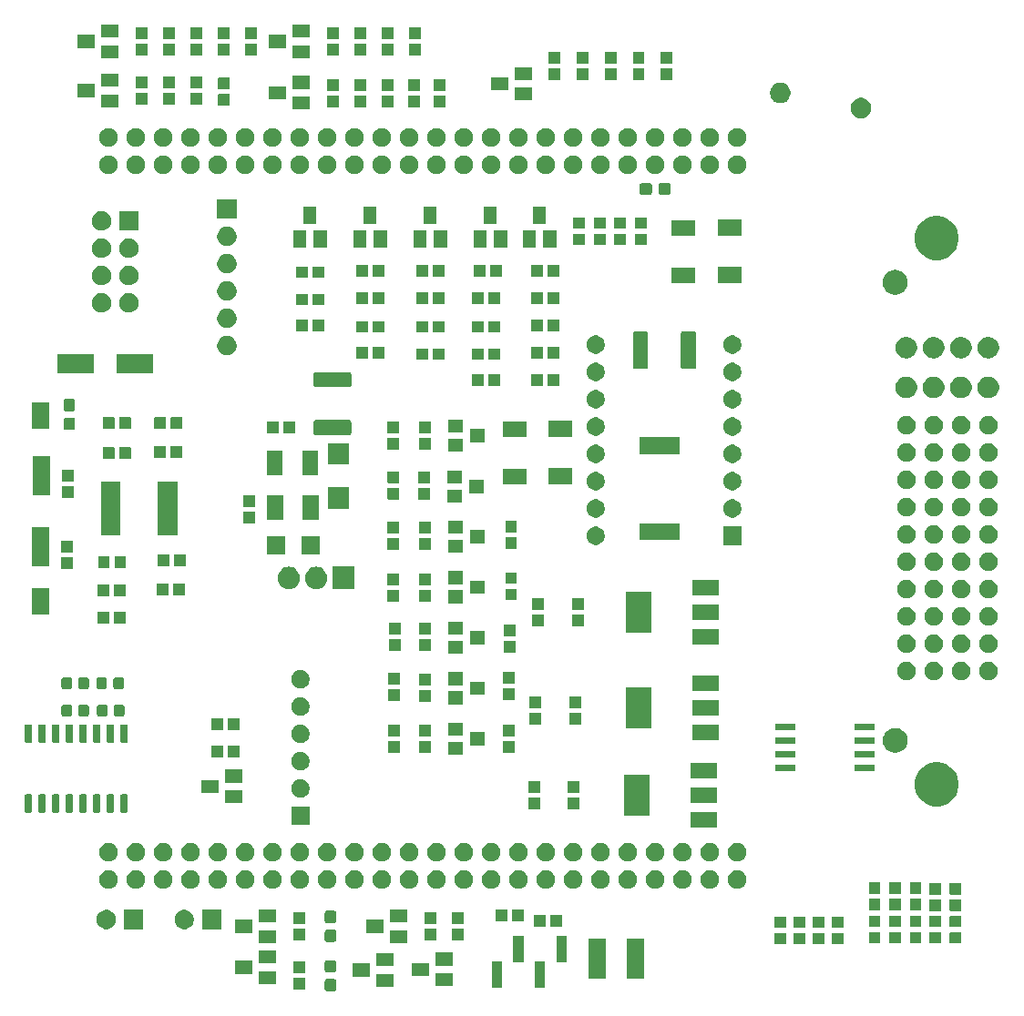
<source format=gts>
G04 #@! TF.GenerationSoftware,KiCad,Pcbnew,5.1.5-52549c5~84~ubuntu18.04.1*
G04 #@! TF.CreationDate,2020-03-28T18:54:48+01:00*
G04 #@! TF.ProjectId,Speeduino_base,53706565-6475-4696-9e6f-5f626173652e,rev?*
G04 #@! TF.SameCoordinates,Original*
G04 #@! TF.FileFunction,Soldermask,Top*
G04 #@! TF.FilePolarity,Negative*
%FSLAX46Y46*%
G04 Gerber Fmt 4.6, Leading zero omitted, Abs format (unit mm)*
G04 Created by KiCad (PCBNEW 5.1.5-52549c5~84~ubuntu18.04.1) date 2020-03-28 18:54:48*
%MOMM*%
%LPD*%
G04 APERTURE LIST*
%ADD10C,0.100000*%
G04 APERTURE END LIST*
D10*
G36*
X146033499Y-106997445D02*
G01*
X146070995Y-107008820D01*
X146105554Y-107027292D01*
X146135847Y-107052153D01*
X146160708Y-107082446D01*
X146179180Y-107117005D01*
X146190555Y-107154501D01*
X146195000Y-107199638D01*
X146195000Y-107938362D01*
X146190555Y-107983499D01*
X146179180Y-108020995D01*
X146160708Y-108055554D01*
X146135847Y-108085847D01*
X146105554Y-108110708D01*
X146070995Y-108129180D01*
X146033499Y-108140555D01*
X145988362Y-108145000D01*
X145349638Y-108145000D01*
X145304501Y-108140555D01*
X145267005Y-108129180D01*
X145232446Y-108110708D01*
X145202153Y-108085847D01*
X145177292Y-108055554D01*
X145158820Y-108020995D01*
X145147445Y-107983499D01*
X145143000Y-107938362D01*
X145143000Y-107199638D01*
X145147445Y-107154501D01*
X145158820Y-107117005D01*
X145177292Y-107082446D01*
X145202153Y-107052153D01*
X145232446Y-107027292D01*
X145267005Y-107008820D01*
X145304501Y-106997445D01*
X145349638Y-106993000D01*
X145988362Y-106993000D01*
X146033499Y-106997445D01*
G37*
G36*
X143259552Y-106897315D02*
G01*
X143267464Y-106899716D01*
X143274753Y-106903611D01*
X143281144Y-106908856D01*
X143286389Y-106915247D01*
X143290284Y-106922536D01*
X143292685Y-106930448D01*
X143294100Y-106944816D01*
X143294100Y-107939184D01*
X143292685Y-107953552D01*
X143290284Y-107961464D01*
X143286389Y-107968753D01*
X143281144Y-107975144D01*
X143274753Y-107980389D01*
X143267464Y-107984284D01*
X143259552Y-107986685D01*
X143245184Y-107988100D01*
X142250816Y-107988100D01*
X142236448Y-107986685D01*
X142228536Y-107984284D01*
X142221247Y-107980389D01*
X142214856Y-107975144D01*
X142209611Y-107968753D01*
X142205716Y-107961464D01*
X142203315Y-107953552D01*
X142201900Y-107939184D01*
X142201900Y-106944816D01*
X142203315Y-106930448D01*
X142205716Y-106922536D01*
X142209611Y-106915247D01*
X142214856Y-106908856D01*
X142221247Y-106903611D01*
X142228536Y-106899716D01*
X142236448Y-106897315D01*
X142250816Y-106895900D01*
X143245184Y-106895900D01*
X143259552Y-106897315D01*
G37*
G36*
X161608000Y-107779000D02*
G01*
X160656000Y-107779000D01*
X160656000Y-105327000D01*
X161608000Y-105327000D01*
X161608000Y-107779000D01*
G37*
G36*
X165608000Y-107779000D02*
G01*
X164656000Y-107779000D01*
X164656000Y-105327000D01*
X165608000Y-105327000D01*
X165608000Y-107779000D01*
G37*
G36*
X151507600Y-107723600D02*
G01*
X149904400Y-107723600D01*
X149904400Y-106520400D01*
X151507600Y-106520400D01*
X151507600Y-107723600D01*
G37*
G36*
X157011600Y-107657600D02*
G01*
X155408400Y-107657600D01*
X155408400Y-106454400D01*
X157011600Y-106454400D01*
X157011600Y-107657600D01*
G37*
G36*
X140585600Y-107469600D02*
G01*
X138982400Y-107469600D01*
X138982400Y-106266400D01*
X140585600Y-106266400D01*
X140585600Y-107469600D01*
G37*
G36*
X171235000Y-106977000D02*
G01*
X169633000Y-106977000D01*
X169633000Y-103275000D01*
X171235000Y-103275000D01*
X171235000Y-106977000D01*
G37*
G36*
X174791000Y-106977000D02*
G01*
X173189000Y-106977000D01*
X173189000Y-103275000D01*
X174791000Y-103275000D01*
X174791000Y-106977000D01*
G37*
G36*
X149307600Y-106773600D02*
G01*
X147704400Y-106773600D01*
X147704400Y-105570400D01*
X149307600Y-105570400D01*
X149307600Y-106773600D01*
G37*
G36*
X154811600Y-106707600D02*
G01*
X153208400Y-106707600D01*
X153208400Y-105504400D01*
X154811600Y-105504400D01*
X154811600Y-106707600D01*
G37*
G36*
X138385600Y-106519600D02*
G01*
X136782400Y-106519600D01*
X136782400Y-105316400D01*
X138385600Y-105316400D01*
X138385600Y-106519600D01*
G37*
G36*
X143259552Y-105373315D02*
G01*
X143267464Y-105375716D01*
X143274753Y-105379611D01*
X143281144Y-105384856D01*
X143286389Y-105391247D01*
X143290284Y-105398536D01*
X143292685Y-105406448D01*
X143294100Y-105420816D01*
X143294100Y-106415184D01*
X143292685Y-106429552D01*
X143290284Y-106437464D01*
X143286389Y-106444753D01*
X143281144Y-106451144D01*
X143274753Y-106456389D01*
X143267464Y-106460284D01*
X143259552Y-106462685D01*
X143245184Y-106464100D01*
X142250816Y-106464100D01*
X142236448Y-106462685D01*
X142228536Y-106460284D01*
X142221247Y-106456389D01*
X142214856Y-106451144D01*
X142209611Y-106444753D01*
X142205716Y-106437464D01*
X142203315Y-106429552D01*
X142201900Y-106415184D01*
X142201900Y-105420816D01*
X142203315Y-105406448D01*
X142205716Y-105398536D01*
X142209611Y-105391247D01*
X142214856Y-105384856D01*
X142221247Y-105379611D01*
X142228536Y-105375716D01*
X142236448Y-105373315D01*
X142250816Y-105371900D01*
X143245184Y-105371900D01*
X143259552Y-105373315D01*
G37*
G36*
X146033499Y-105247445D02*
G01*
X146070995Y-105258820D01*
X146105554Y-105277292D01*
X146135847Y-105302153D01*
X146160708Y-105332446D01*
X146179180Y-105367005D01*
X146190555Y-105404501D01*
X146195000Y-105449638D01*
X146195000Y-106188362D01*
X146190555Y-106233499D01*
X146179180Y-106270995D01*
X146160708Y-106305554D01*
X146135847Y-106335847D01*
X146105554Y-106360708D01*
X146070995Y-106379180D01*
X146033499Y-106390555D01*
X145988362Y-106395000D01*
X145349638Y-106395000D01*
X145304501Y-106390555D01*
X145267005Y-106379180D01*
X145232446Y-106360708D01*
X145202153Y-106335847D01*
X145177292Y-106305554D01*
X145158820Y-106270995D01*
X145147445Y-106233499D01*
X145143000Y-106188362D01*
X145143000Y-105449638D01*
X145147445Y-105404501D01*
X145158820Y-105367005D01*
X145177292Y-105332446D01*
X145202153Y-105302153D01*
X145232446Y-105277292D01*
X145267005Y-105258820D01*
X145304501Y-105247445D01*
X145349638Y-105243000D01*
X145988362Y-105243000D01*
X146033499Y-105247445D01*
G37*
G36*
X151507600Y-105823600D02*
G01*
X149904400Y-105823600D01*
X149904400Y-104620400D01*
X151507600Y-104620400D01*
X151507600Y-105823600D01*
G37*
G36*
X157011600Y-105757600D02*
G01*
X155408400Y-105757600D01*
X155408400Y-104554400D01*
X157011600Y-104554400D01*
X157011600Y-105757600D01*
G37*
G36*
X140585600Y-105569600D02*
G01*
X138982400Y-105569600D01*
X138982400Y-104366400D01*
X140585600Y-104366400D01*
X140585600Y-105569600D01*
G37*
G36*
X167608000Y-105429000D02*
G01*
X166656000Y-105429000D01*
X166656000Y-102977000D01*
X167608000Y-102977000D01*
X167608000Y-105429000D01*
G37*
G36*
X163608000Y-105429000D02*
G01*
X162656000Y-105429000D01*
X162656000Y-102977000D01*
X163608000Y-102977000D01*
X163608000Y-105429000D01*
G37*
G36*
X191519552Y-102706315D02*
G01*
X191527464Y-102708716D01*
X191534753Y-102712611D01*
X191541144Y-102717856D01*
X191546389Y-102724247D01*
X191550284Y-102731536D01*
X191552685Y-102739448D01*
X191554100Y-102753816D01*
X191554100Y-103748184D01*
X191552685Y-103762552D01*
X191550284Y-103770464D01*
X191546389Y-103777753D01*
X191541144Y-103784144D01*
X191534753Y-103789389D01*
X191527464Y-103793284D01*
X191519552Y-103795685D01*
X191505184Y-103797100D01*
X190510816Y-103797100D01*
X190496448Y-103795685D01*
X190488536Y-103793284D01*
X190481247Y-103789389D01*
X190474856Y-103784144D01*
X190469611Y-103777753D01*
X190465716Y-103770464D01*
X190463315Y-103762552D01*
X190461900Y-103748184D01*
X190461900Y-102753816D01*
X190463315Y-102739448D01*
X190465716Y-102731536D01*
X190469611Y-102724247D01*
X190474856Y-102717856D01*
X190481247Y-102712611D01*
X190488536Y-102708716D01*
X190496448Y-102706315D01*
X190510816Y-102704900D01*
X191505184Y-102704900D01*
X191519552Y-102706315D01*
G37*
G36*
X193297552Y-102706315D02*
G01*
X193305464Y-102708716D01*
X193312753Y-102712611D01*
X193319144Y-102717856D01*
X193324389Y-102724247D01*
X193328284Y-102731536D01*
X193330685Y-102739448D01*
X193332100Y-102753816D01*
X193332100Y-103748184D01*
X193330685Y-103762552D01*
X193328284Y-103770464D01*
X193324389Y-103777753D01*
X193319144Y-103784144D01*
X193312753Y-103789389D01*
X193305464Y-103793284D01*
X193297552Y-103795685D01*
X193283184Y-103797100D01*
X192288816Y-103797100D01*
X192274448Y-103795685D01*
X192266536Y-103793284D01*
X192259247Y-103789389D01*
X192252856Y-103784144D01*
X192247611Y-103777753D01*
X192243716Y-103770464D01*
X192241315Y-103762552D01*
X192239900Y-103748184D01*
X192239900Y-102753816D01*
X192241315Y-102739448D01*
X192243716Y-102731536D01*
X192247611Y-102724247D01*
X192252856Y-102717856D01*
X192259247Y-102712611D01*
X192266536Y-102708716D01*
X192274448Y-102706315D01*
X192288816Y-102704900D01*
X193283184Y-102704900D01*
X193297552Y-102706315D01*
G37*
G36*
X189741552Y-102706315D02*
G01*
X189749464Y-102708716D01*
X189756753Y-102712611D01*
X189763144Y-102717856D01*
X189768389Y-102724247D01*
X189772284Y-102731536D01*
X189774685Y-102739448D01*
X189776100Y-102753816D01*
X189776100Y-103748184D01*
X189774685Y-103762552D01*
X189772284Y-103770464D01*
X189768389Y-103777753D01*
X189763144Y-103784144D01*
X189756753Y-103789389D01*
X189749464Y-103793284D01*
X189741552Y-103795685D01*
X189727184Y-103797100D01*
X188732816Y-103797100D01*
X188718448Y-103795685D01*
X188710536Y-103793284D01*
X188703247Y-103789389D01*
X188696856Y-103784144D01*
X188691611Y-103777753D01*
X188687716Y-103770464D01*
X188685315Y-103762552D01*
X188683900Y-103748184D01*
X188683900Y-102753816D01*
X188685315Y-102739448D01*
X188687716Y-102731536D01*
X188691611Y-102724247D01*
X188696856Y-102717856D01*
X188703247Y-102712611D01*
X188710536Y-102708716D01*
X188718448Y-102706315D01*
X188732816Y-102704900D01*
X189727184Y-102704900D01*
X189741552Y-102706315D01*
G37*
G36*
X187963552Y-102706315D02*
G01*
X187971464Y-102708716D01*
X187978753Y-102712611D01*
X187985144Y-102717856D01*
X187990389Y-102724247D01*
X187994284Y-102731536D01*
X187996685Y-102739448D01*
X187998100Y-102753816D01*
X187998100Y-103748184D01*
X187996685Y-103762552D01*
X187994284Y-103770464D01*
X187990389Y-103777753D01*
X187985144Y-103784144D01*
X187978753Y-103789389D01*
X187971464Y-103793284D01*
X187963552Y-103795685D01*
X187949184Y-103797100D01*
X186954816Y-103797100D01*
X186940448Y-103795685D01*
X186932536Y-103793284D01*
X186925247Y-103789389D01*
X186918856Y-103784144D01*
X186913611Y-103777753D01*
X186909716Y-103770464D01*
X186907315Y-103762552D01*
X186905900Y-103748184D01*
X186905900Y-102753816D01*
X186907315Y-102739448D01*
X186909716Y-102731536D01*
X186913611Y-102724247D01*
X186918856Y-102717856D01*
X186925247Y-102712611D01*
X186932536Y-102708716D01*
X186940448Y-102706315D01*
X186954816Y-102704900D01*
X187949184Y-102704900D01*
X187963552Y-102706315D01*
G37*
G36*
X152777600Y-103659600D02*
G01*
X151174400Y-103659600D01*
X151174400Y-102456400D01*
X152777600Y-102456400D01*
X152777600Y-103659600D01*
G37*
G36*
X140585600Y-103659600D02*
G01*
X138982400Y-103659600D01*
X138982400Y-102456400D01*
X140585600Y-102456400D01*
X140585600Y-103659600D01*
G37*
G36*
X202403531Y-102693310D02*
G01*
X202408461Y-102694806D01*
X202413011Y-102697238D01*
X202416994Y-102700506D01*
X202420262Y-102704489D01*
X202422694Y-102709039D01*
X202424190Y-102713969D01*
X202425300Y-102725241D01*
X202425300Y-103624359D01*
X202424190Y-103635631D01*
X202422694Y-103640561D01*
X202420262Y-103645111D01*
X202416994Y-103649094D01*
X202413011Y-103652362D01*
X202408461Y-103654794D01*
X202403531Y-103656290D01*
X202392259Y-103657400D01*
X201366141Y-103657400D01*
X201354869Y-103656290D01*
X201349939Y-103654794D01*
X201345389Y-103652362D01*
X201341406Y-103649094D01*
X201338138Y-103645111D01*
X201335706Y-103640561D01*
X201334210Y-103635631D01*
X201333100Y-103624359D01*
X201333100Y-102725241D01*
X201334210Y-102713969D01*
X201335706Y-102709039D01*
X201338138Y-102704489D01*
X201341406Y-102700506D01*
X201345389Y-102697238D01*
X201349939Y-102694806D01*
X201354869Y-102693310D01*
X201366141Y-102692200D01*
X202392259Y-102692200D01*
X202403531Y-102693310D01*
G37*
G36*
X204283131Y-102693310D02*
G01*
X204288061Y-102694806D01*
X204292611Y-102697238D01*
X204296594Y-102700506D01*
X204299862Y-102704489D01*
X204302294Y-102709039D01*
X204303790Y-102713969D01*
X204304900Y-102725241D01*
X204304900Y-103624359D01*
X204303790Y-103635631D01*
X204302294Y-103640561D01*
X204299862Y-103645111D01*
X204296594Y-103649094D01*
X204292611Y-103652362D01*
X204288061Y-103654794D01*
X204283131Y-103656290D01*
X204271859Y-103657400D01*
X203245741Y-103657400D01*
X203234469Y-103656290D01*
X203229539Y-103654794D01*
X203224989Y-103652362D01*
X203221006Y-103649094D01*
X203217738Y-103645111D01*
X203215306Y-103640561D01*
X203213810Y-103635631D01*
X203212700Y-103624359D01*
X203212700Y-102725241D01*
X203213810Y-102713969D01*
X203215306Y-102709039D01*
X203217738Y-102704489D01*
X203221006Y-102700506D01*
X203224989Y-102697238D01*
X203229539Y-102694806D01*
X203234469Y-102693310D01*
X203245741Y-102692200D01*
X204271859Y-102692200D01*
X204283131Y-102693310D01*
G37*
G36*
X198669731Y-102667910D02*
G01*
X198674661Y-102669406D01*
X198679211Y-102671838D01*
X198683194Y-102675106D01*
X198686462Y-102679089D01*
X198688894Y-102683639D01*
X198690390Y-102688569D01*
X198691500Y-102699841D01*
X198691500Y-103598959D01*
X198690390Y-103610231D01*
X198688894Y-103615161D01*
X198686462Y-103619711D01*
X198683194Y-103623694D01*
X198679211Y-103626962D01*
X198674661Y-103629394D01*
X198669731Y-103630890D01*
X198658459Y-103632000D01*
X197632341Y-103632000D01*
X197621069Y-103630890D01*
X197616139Y-103629394D01*
X197611589Y-103626962D01*
X197607606Y-103623694D01*
X197604338Y-103619711D01*
X197601906Y-103615161D01*
X197600410Y-103610231D01*
X197599300Y-103598959D01*
X197599300Y-102699841D01*
X197600410Y-102688569D01*
X197601906Y-102683639D01*
X197604338Y-102679089D01*
X197607606Y-102675106D01*
X197611589Y-102671838D01*
X197616139Y-102669406D01*
X197621069Y-102667910D01*
X197632341Y-102666800D01*
X198658459Y-102666800D01*
X198669731Y-102667910D01*
G37*
G36*
X196764731Y-102667910D02*
G01*
X196769661Y-102669406D01*
X196774211Y-102671838D01*
X196778194Y-102675106D01*
X196781462Y-102679089D01*
X196783894Y-102683639D01*
X196785390Y-102688569D01*
X196786500Y-102699841D01*
X196786500Y-103598959D01*
X196785390Y-103610231D01*
X196783894Y-103615161D01*
X196781462Y-103619711D01*
X196778194Y-103623694D01*
X196774211Y-103626962D01*
X196769661Y-103629394D01*
X196764731Y-103630890D01*
X196753459Y-103632000D01*
X195727341Y-103632000D01*
X195716069Y-103630890D01*
X195711139Y-103629394D01*
X195706589Y-103626962D01*
X195702606Y-103623694D01*
X195699338Y-103619711D01*
X195696906Y-103615161D01*
X195695410Y-103610231D01*
X195694300Y-103598959D01*
X195694300Y-102699841D01*
X195695410Y-102688569D01*
X195696906Y-102683639D01*
X195699338Y-102679089D01*
X195702606Y-102675106D01*
X195706589Y-102671838D01*
X195711139Y-102669406D01*
X195716069Y-102667910D01*
X195727341Y-102666800D01*
X196753459Y-102666800D01*
X196764731Y-102667910D01*
G37*
G36*
X200574731Y-102667910D02*
G01*
X200579661Y-102669406D01*
X200584211Y-102671838D01*
X200588194Y-102675106D01*
X200591462Y-102679089D01*
X200593894Y-102683639D01*
X200595390Y-102688569D01*
X200596500Y-102699841D01*
X200596500Y-103598959D01*
X200595390Y-103610231D01*
X200593894Y-103615161D01*
X200591462Y-103619711D01*
X200588194Y-103623694D01*
X200584211Y-103626962D01*
X200579661Y-103629394D01*
X200574731Y-103630890D01*
X200563459Y-103632000D01*
X199537341Y-103632000D01*
X199526069Y-103630890D01*
X199521139Y-103629394D01*
X199516589Y-103626962D01*
X199512606Y-103623694D01*
X199509338Y-103619711D01*
X199506906Y-103615161D01*
X199505410Y-103610231D01*
X199504300Y-103598959D01*
X199504300Y-102699841D01*
X199505410Y-102688569D01*
X199506906Y-102683639D01*
X199509338Y-102679089D01*
X199512606Y-102675106D01*
X199516589Y-102671838D01*
X199521139Y-102669406D01*
X199526069Y-102667910D01*
X199537341Y-102666800D01*
X200563459Y-102666800D01*
X200574731Y-102667910D01*
G37*
G36*
X146033499Y-102411445D02*
G01*
X146070995Y-102422820D01*
X146105554Y-102441292D01*
X146135847Y-102466153D01*
X146160708Y-102496446D01*
X146179180Y-102531005D01*
X146190555Y-102568501D01*
X146195000Y-102613638D01*
X146195000Y-103352362D01*
X146190555Y-103397499D01*
X146179180Y-103434995D01*
X146160708Y-103469554D01*
X146135847Y-103499847D01*
X146105554Y-103524708D01*
X146070995Y-103543180D01*
X146033499Y-103554555D01*
X145988362Y-103559000D01*
X145349638Y-103559000D01*
X145304501Y-103554555D01*
X145267005Y-103543180D01*
X145232446Y-103524708D01*
X145202153Y-103499847D01*
X145177292Y-103469554D01*
X145158820Y-103434995D01*
X145147445Y-103397499D01*
X145143000Y-103352362D01*
X145143000Y-102613638D01*
X145147445Y-102568501D01*
X145158820Y-102531005D01*
X145177292Y-102496446D01*
X145202153Y-102466153D01*
X145232446Y-102441292D01*
X145267005Y-102422820D01*
X145304501Y-102411445D01*
X145349638Y-102407000D01*
X145988362Y-102407000D01*
X146033499Y-102411445D01*
G37*
G36*
X155451552Y-102325315D02*
G01*
X155459464Y-102327716D01*
X155466753Y-102331611D01*
X155473144Y-102336856D01*
X155478389Y-102343247D01*
X155482284Y-102350536D01*
X155484685Y-102358448D01*
X155486100Y-102372816D01*
X155486100Y-103367184D01*
X155484685Y-103381552D01*
X155482284Y-103389464D01*
X155478389Y-103396753D01*
X155473144Y-103403144D01*
X155466753Y-103408389D01*
X155459464Y-103412284D01*
X155451552Y-103414685D01*
X155437184Y-103416100D01*
X154442816Y-103416100D01*
X154428448Y-103414685D01*
X154420536Y-103412284D01*
X154413247Y-103408389D01*
X154406856Y-103403144D01*
X154401611Y-103396753D01*
X154397716Y-103389464D01*
X154395315Y-103381552D01*
X154393900Y-103367184D01*
X154393900Y-102372816D01*
X154395315Y-102358448D01*
X154397716Y-102350536D01*
X154401611Y-102343247D01*
X154406856Y-102336856D01*
X154413247Y-102331611D01*
X154420536Y-102327716D01*
X154428448Y-102325315D01*
X154442816Y-102323900D01*
X155437184Y-102323900D01*
X155451552Y-102325315D01*
G37*
G36*
X157991552Y-102325315D02*
G01*
X157999464Y-102327716D01*
X158006753Y-102331611D01*
X158013144Y-102336856D01*
X158018389Y-102343247D01*
X158022284Y-102350536D01*
X158024685Y-102358448D01*
X158026100Y-102372816D01*
X158026100Y-103367184D01*
X158024685Y-103381552D01*
X158022284Y-103389464D01*
X158018389Y-103396753D01*
X158013144Y-103403144D01*
X158006753Y-103408389D01*
X157999464Y-103412284D01*
X157991552Y-103414685D01*
X157977184Y-103416100D01*
X156982816Y-103416100D01*
X156968448Y-103414685D01*
X156960536Y-103412284D01*
X156953247Y-103408389D01*
X156946856Y-103403144D01*
X156941611Y-103396753D01*
X156937716Y-103389464D01*
X156935315Y-103381552D01*
X156933900Y-103367184D01*
X156933900Y-102372816D01*
X156935315Y-102358448D01*
X156937716Y-102350536D01*
X156941611Y-102343247D01*
X156946856Y-102336856D01*
X156953247Y-102331611D01*
X156960536Y-102327716D01*
X156968448Y-102325315D01*
X156982816Y-102323900D01*
X157977184Y-102323900D01*
X157991552Y-102325315D01*
G37*
G36*
X143259552Y-102325315D02*
G01*
X143267464Y-102327716D01*
X143274753Y-102331611D01*
X143281144Y-102336856D01*
X143286389Y-102343247D01*
X143290284Y-102350536D01*
X143292685Y-102358448D01*
X143294100Y-102372816D01*
X143294100Y-103367184D01*
X143292685Y-103381552D01*
X143290284Y-103389464D01*
X143286389Y-103396753D01*
X143281144Y-103403144D01*
X143274753Y-103408389D01*
X143267464Y-103412284D01*
X143259552Y-103414685D01*
X143245184Y-103416100D01*
X142250816Y-103416100D01*
X142236448Y-103414685D01*
X142228536Y-103412284D01*
X142221247Y-103408389D01*
X142214856Y-103403144D01*
X142209611Y-103396753D01*
X142205716Y-103389464D01*
X142203315Y-103381552D01*
X142201900Y-103367184D01*
X142201900Y-102372816D01*
X142203315Y-102358448D01*
X142205716Y-102350536D01*
X142209611Y-102343247D01*
X142214856Y-102336856D01*
X142221247Y-102331611D01*
X142228536Y-102327716D01*
X142236448Y-102325315D01*
X142250816Y-102323900D01*
X143245184Y-102323900D01*
X143259552Y-102325315D01*
G37*
G36*
X150577600Y-102709600D02*
G01*
X148974400Y-102709600D01*
X148974400Y-101506400D01*
X150577600Y-101506400D01*
X150577600Y-102709600D01*
G37*
G36*
X138385600Y-102709600D02*
G01*
X136782400Y-102709600D01*
X136782400Y-101506400D01*
X138385600Y-101506400D01*
X138385600Y-102709600D01*
G37*
G36*
X128282000Y-102374000D02*
G01*
X126480000Y-102374000D01*
X126480000Y-100572000D01*
X128282000Y-100572000D01*
X128282000Y-102374000D01*
G37*
G36*
X124954512Y-100576927D02*
G01*
X125103812Y-100606624D01*
X125267784Y-100674544D01*
X125415354Y-100773147D01*
X125540853Y-100898646D01*
X125639456Y-101046216D01*
X125707376Y-101210188D01*
X125742000Y-101384259D01*
X125742000Y-101561741D01*
X125707376Y-101735812D01*
X125639456Y-101899784D01*
X125540853Y-102047354D01*
X125415354Y-102172853D01*
X125267784Y-102271456D01*
X125103812Y-102339376D01*
X124954512Y-102369073D01*
X124929742Y-102374000D01*
X124752258Y-102374000D01*
X124727488Y-102369073D01*
X124578188Y-102339376D01*
X124414216Y-102271456D01*
X124266646Y-102172853D01*
X124141147Y-102047354D01*
X124042544Y-101899784D01*
X123974624Y-101735812D01*
X123940000Y-101561741D01*
X123940000Y-101384259D01*
X123974624Y-101210188D01*
X124042544Y-101046216D01*
X124141147Y-100898646D01*
X124266646Y-100773147D01*
X124414216Y-100674544D01*
X124578188Y-100606624D01*
X124727488Y-100576927D01*
X124752258Y-100572000D01*
X124929742Y-100572000D01*
X124954512Y-100576927D01*
G37*
G36*
X135521000Y-102374000D02*
G01*
X133719000Y-102374000D01*
X133719000Y-100572000D01*
X135521000Y-100572000D01*
X135521000Y-102374000D01*
G37*
G36*
X132193512Y-100576927D02*
G01*
X132342812Y-100606624D01*
X132506784Y-100674544D01*
X132654354Y-100773147D01*
X132779853Y-100898646D01*
X132878456Y-101046216D01*
X132946376Y-101210188D01*
X132981000Y-101384259D01*
X132981000Y-101561741D01*
X132946376Y-101735812D01*
X132878456Y-101899784D01*
X132779853Y-102047354D01*
X132654354Y-102172853D01*
X132506784Y-102271456D01*
X132342812Y-102339376D01*
X132193512Y-102369073D01*
X132168742Y-102374000D01*
X131991258Y-102374000D01*
X131966488Y-102369073D01*
X131817188Y-102339376D01*
X131653216Y-102271456D01*
X131505646Y-102172853D01*
X131380147Y-102047354D01*
X131281544Y-101899784D01*
X131213624Y-101735812D01*
X131179000Y-101561741D01*
X131179000Y-101384259D01*
X131213624Y-101210188D01*
X131281544Y-101046216D01*
X131380147Y-100898646D01*
X131505646Y-100773147D01*
X131653216Y-100674544D01*
X131817188Y-100606624D01*
X131966488Y-100576927D01*
X131991258Y-100572000D01*
X132168742Y-100572000D01*
X132193512Y-100576927D01*
G37*
G36*
X189741552Y-101182315D02*
G01*
X189749464Y-101184716D01*
X189756753Y-101188611D01*
X189763144Y-101193856D01*
X189768389Y-101200247D01*
X189772284Y-101207536D01*
X189774685Y-101215448D01*
X189776100Y-101229816D01*
X189776100Y-102224184D01*
X189774685Y-102238552D01*
X189772284Y-102246464D01*
X189768389Y-102253753D01*
X189763144Y-102260144D01*
X189756753Y-102265389D01*
X189749464Y-102269284D01*
X189741552Y-102271685D01*
X189727184Y-102273100D01*
X188732816Y-102273100D01*
X188718448Y-102271685D01*
X188710536Y-102269284D01*
X188703247Y-102265389D01*
X188696856Y-102260144D01*
X188691611Y-102253753D01*
X188687716Y-102246464D01*
X188685315Y-102238552D01*
X188683900Y-102224184D01*
X188683900Y-101229816D01*
X188685315Y-101215448D01*
X188687716Y-101207536D01*
X188691611Y-101200247D01*
X188696856Y-101193856D01*
X188703247Y-101188611D01*
X188710536Y-101184716D01*
X188718448Y-101182315D01*
X188732816Y-101180900D01*
X189727184Y-101180900D01*
X189741552Y-101182315D01*
G37*
G36*
X187963552Y-101182315D02*
G01*
X187971464Y-101184716D01*
X187978753Y-101188611D01*
X187985144Y-101193856D01*
X187990389Y-101200247D01*
X187994284Y-101207536D01*
X187996685Y-101215448D01*
X187998100Y-101229816D01*
X187998100Y-102224184D01*
X187996685Y-102238552D01*
X187994284Y-102246464D01*
X187990389Y-102253753D01*
X187985144Y-102260144D01*
X187978753Y-102265389D01*
X187971464Y-102269284D01*
X187963552Y-102271685D01*
X187949184Y-102273100D01*
X186954816Y-102273100D01*
X186940448Y-102271685D01*
X186932536Y-102269284D01*
X186925247Y-102265389D01*
X186918856Y-102260144D01*
X186913611Y-102253753D01*
X186909716Y-102246464D01*
X186907315Y-102238552D01*
X186905900Y-102224184D01*
X186905900Y-101229816D01*
X186907315Y-101215448D01*
X186909716Y-101207536D01*
X186913611Y-101200247D01*
X186918856Y-101193856D01*
X186925247Y-101188611D01*
X186932536Y-101184716D01*
X186940448Y-101182315D01*
X186954816Y-101180900D01*
X187949184Y-101180900D01*
X187963552Y-101182315D01*
G37*
G36*
X193297552Y-101182315D02*
G01*
X193305464Y-101184716D01*
X193312753Y-101188611D01*
X193319144Y-101193856D01*
X193324389Y-101200247D01*
X193328284Y-101207536D01*
X193330685Y-101215448D01*
X193332100Y-101229816D01*
X193332100Y-102224184D01*
X193330685Y-102238552D01*
X193328284Y-102246464D01*
X193324389Y-102253753D01*
X193319144Y-102260144D01*
X193312753Y-102265389D01*
X193305464Y-102269284D01*
X193297552Y-102271685D01*
X193283184Y-102273100D01*
X192288816Y-102273100D01*
X192274448Y-102271685D01*
X192266536Y-102269284D01*
X192259247Y-102265389D01*
X192252856Y-102260144D01*
X192247611Y-102253753D01*
X192243716Y-102246464D01*
X192241315Y-102238552D01*
X192239900Y-102224184D01*
X192239900Y-101229816D01*
X192241315Y-101215448D01*
X192243716Y-101207536D01*
X192247611Y-101200247D01*
X192252856Y-101193856D01*
X192259247Y-101188611D01*
X192266536Y-101184716D01*
X192274448Y-101182315D01*
X192288816Y-101180900D01*
X193283184Y-101180900D01*
X193297552Y-101182315D01*
G37*
G36*
X191519552Y-101182315D02*
G01*
X191527464Y-101184716D01*
X191534753Y-101188611D01*
X191541144Y-101193856D01*
X191546389Y-101200247D01*
X191550284Y-101207536D01*
X191552685Y-101215448D01*
X191554100Y-101229816D01*
X191554100Y-102224184D01*
X191552685Y-102238552D01*
X191550284Y-102246464D01*
X191546389Y-102253753D01*
X191541144Y-102260144D01*
X191534753Y-102265389D01*
X191527464Y-102269284D01*
X191519552Y-102271685D01*
X191505184Y-102273100D01*
X190510816Y-102273100D01*
X190496448Y-102271685D01*
X190488536Y-102269284D01*
X190481247Y-102265389D01*
X190474856Y-102260144D01*
X190469611Y-102253753D01*
X190465716Y-102246464D01*
X190463315Y-102238552D01*
X190461900Y-102224184D01*
X190461900Y-101229816D01*
X190463315Y-101215448D01*
X190465716Y-101207536D01*
X190469611Y-101200247D01*
X190474856Y-101193856D01*
X190481247Y-101188611D01*
X190488536Y-101184716D01*
X190496448Y-101182315D01*
X190510816Y-101180900D01*
X191505184Y-101180900D01*
X191519552Y-101182315D01*
G37*
G36*
X165611552Y-101055315D02*
G01*
X165619464Y-101057716D01*
X165626753Y-101061611D01*
X165633144Y-101066856D01*
X165638389Y-101073247D01*
X165642284Y-101080536D01*
X165644685Y-101088448D01*
X165646100Y-101102816D01*
X165646100Y-102097184D01*
X165644685Y-102111552D01*
X165642284Y-102119464D01*
X165638389Y-102126753D01*
X165633144Y-102133144D01*
X165626753Y-102138389D01*
X165619464Y-102142284D01*
X165611552Y-102144685D01*
X165597184Y-102146100D01*
X164602816Y-102146100D01*
X164588448Y-102144685D01*
X164580536Y-102142284D01*
X164573247Y-102138389D01*
X164566856Y-102133144D01*
X164561611Y-102126753D01*
X164557716Y-102119464D01*
X164555315Y-102111552D01*
X164553900Y-102097184D01*
X164553900Y-101102816D01*
X164555315Y-101088448D01*
X164557716Y-101080536D01*
X164561611Y-101073247D01*
X164566856Y-101066856D01*
X164573247Y-101061611D01*
X164580536Y-101057716D01*
X164588448Y-101055315D01*
X164602816Y-101053900D01*
X165597184Y-101053900D01*
X165611552Y-101055315D01*
G37*
G36*
X167135552Y-101055315D02*
G01*
X167143464Y-101057716D01*
X167150753Y-101061611D01*
X167157144Y-101066856D01*
X167162389Y-101073247D01*
X167166284Y-101080536D01*
X167168685Y-101088448D01*
X167170100Y-101102816D01*
X167170100Y-102097184D01*
X167168685Y-102111552D01*
X167166284Y-102119464D01*
X167162389Y-102126753D01*
X167157144Y-102133144D01*
X167150753Y-102138389D01*
X167143464Y-102142284D01*
X167135552Y-102144685D01*
X167121184Y-102146100D01*
X166126816Y-102146100D01*
X166112448Y-102144685D01*
X166104536Y-102142284D01*
X166097247Y-102138389D01*
X166090856Y-102133144D01*
X166085611Y-102126753D01*
X166081716Y-102119464D01*
X166079315Y-102111552D01*
X166077900Y-102097184D01*
X166077900Y-101102816D01*
X166079315Y-101088448D01*
X166081716Y-101080536D01*
X166085611Y-101073247D01*
X166090856Y-101066856D01*
X166097247Y-101061611D01*
X166104536Y-101057716D01*
X166112448Y-101055315D01*
X166126816Y-101053900D01*
X167121184Y-101053900D01*
X167135552Y-101055315D01*
G37*
G36*
X204283131Y-101169310D02*
G01*
X204288061Y-101170806D01*
X204292611Y-101173238D01*
X204296594Y-101176506D01*
X204299862Y-101180489D01*
X204302294Y-101185039D01*
X204303790Y-101189969D01*
X204304900Y-101201241D01*
X204304900Y-102100359D01*
X204303790Y-102111631D01*
X204302294Y-102116561D01*
X204299862Y-102121111D01*
X204296594Y-102125094D01*
X204292611Y-102128362D01*
X204288061Y-102130794D01*
X204283131Y-102132290D01*
X204271859Y-102133400D01*
X203245741Y-102133400D01*
X203234469Y-102132290D01*
X203229539Y-102130794D01*
X203224989Y-102128362D01*
X203221006Y-102125094D01*
X203217738Y-102121111D01*
X203215306Y-102116561D01*
X203213810Y-102111631D01*
X203212700Y-102100359D01*
X203212700Y-101201241D01*
X203213810Y-101189969D01*
X203215306Y-101185039D01*
X203217738Y-101180489D01*
X203221006Y-101176506D01*
X203224989Y-101173238D01*
X203229539Y-101170806D01*
X203234469Y-101169310D01*
X203245741Y-101168200D01*
X204271859Y-101168200D01*
X204283131Y-101169310D01*
G37*
G36*
X202403531Y-101169310D02*
G01*
X202408461Y-101170806D01*
X202413011Y-101173238D01*
X202416994Y-101176506D01*
X202420262Y-101180489D01*
X202422694Y-101185039D01*
X202424190Y-101189969D01*
X202425300Y-101201241D01*
X202425300Y-102100359D01*
X202424190Y-102111631D01*
X202422694Y-102116561D01*
X202420262Y-102121111D01*
X202416994Y-102125094D01*
X202413011Y-102128362D01*
X202408461Y-102130794D01*
X202403531Y-102132290D01*
X202392259Y-102133400D01*
X201366141Y-102133400D01*
X201354869Y-102132290D01*
X201349939Y-102130794D01*
X201345389Y-102128362D01*
X201341406Y-102125094D01*
X201338138Y-102121111D01*
X201335706Y-102116561D01*
X201334210Y-102111631D01*
X201333100Y-102100359D01*
X201333100Y-101201241D01*
X201334210Y-101189969D01*
X201335706Y-101185039D01*
X201338138Y-101180489D01*
X201341406Y-101176506D01*
X201345389Y-101173238D01*
X201349939Y-101170806D01*
X201354869Y-101169310D01*
X201366141Y-101168200D01*
X202392259Y-101168200D01*
X202403531Y-101169310D01*
G37*
G36*
X200574731Y-101143910D02*
G01*
X200579661Y-101145406D01*
X200584211Y-101147838D01*
X200588194Y-101151106D01*
X200591462Y-101155089D01*
X200593894Y-101159639D01*
X200595390Y-101164569D01*
X200596500Y-101175841D01*
X200596500Y-102074959D01*
X200595390Y-102086231D01*
X200593894Y-102091161D01*
X200591462Y-102095711D01*
X200588194Y-102099694D01*
X200584211Y-102102962D01*
X200579661Y-102105394D01*
X200574731Y-102106890D01*
X200563459Y-102108000D01*
X199537341Y-102108000D01*
X199526069Y-102106890D01*
X199521139Y-102105394D01*
X199516589Y-102102962D01*
X199512606Y-102099694D01*
X199509338Y-102095711D01*
X199506906Y-102091161D01*
X199505410Y-102086231D01*
X199504300Y-102074959D01*
X199504300Y-101175841D01*
X199505410Y-101164569D01*
X199506906Y-101159639D01*
X199509338Y-101155089D01*
X199512606Y-101151106D01*
X199516589Y-101147838D01*
X199521139Y-101145406D01*
X199526069Y-101143910D01*
X199537341Y-101142800D01*
X200563459Y-101142800D01*
X200574731Y-101143910D01*
G37*
G36*
X196764731Y-101143910D02*
G01*
X196769661Y-101145406D01*
X196774211Y-101147838D01*
X196778194Y-101151106D01*
X196781462Y-101155089D01*
X196783894Y-101159639D01*
X196785390Y-101164569D01*
X196786500Y-101175841D01*
X196786500Y-102074959D01*
X196785390Y-102086231D01*
X196783894Y-102091161D01*
X196781462Y-102095711D01*
X196778194Y-102099694D01*
X196774211Y-102102962D01*
X196769661Y-102105394D01*
X196764731Y-102106890D01*
X196753459Y-102108000D01*
X195727341Y-102108000D01*
X195716069Y-102106890D01*
X195711139Y-102105394D01*
X195706589Y-102102962D01*
X195702606Y-102099694D01*
X195699338Y-102095711D01*
X195696906Y-102091161D01*
X195695410Y-102086231D01*
X195694300Y-102074959D01*
X195694300Y-101175841D01*
X195695410Y-101164569D01*
X195696906Y-101159639D01*
X195699338Y-101155089D01*
X195702606Y-101151106D01*
X195706589Y-101147838D01*
X195711139Y-101145406D01*
X195716069Y-101143910D01*
X195727341Y-101142800D01*
X196753459Y-101142800D01*
X196764731Y-101143910D01*
G37*
G36*
X198669731Y-101143910D02*
G01*
X198674661Y-101145406D01*
X198679211Y-101147838D01*
X198683194Y-101151106D01*
X198686462Y-101155089D01*
X198688894Y-101159639D01*
X198690390Y-101164569D01*
X198691500Y-101175841D01*
X198691500Y-102074959D01*
X198690390Y-102086231D01*
X198688894Y-102091161D01*
X198686462Y-102095711D01*
X198683194Y-102099694D01*
X198679211Y-102102962D01*
X198674661Y-102105394D01*
X198669731Y-102106890D01*
X198658459Y-102108000D01*
X197632341Y-102108000D01*
X197621069Y-102106890D01*
X197616139Y-102105394D01*
X197611589Y-102102962D01*
X197607606Y-102099694D01*
X197604338Y-102095711D01*
X197601906Y-102091161D01*
X197600410Y-102086231D01*
X197599300Y-102074959D01*
X197599300Y-101175841D01*
X197600410Y-101164569D01*
X197601906Y-101159639D01*
X197604338Y-101155089D01*
X197607606Y-101151106D01*
X197611589Y-101147838D01*
X197616139Y-101145406D01*
X197621069Y-101143910D01*
X197632341Y-101142800D01*
X198658459Y-101142800D01*
X198669731Y-101143910D01*
G37*
G36*
X157991552Y-100801315D02*
G01*
X157999464Y-100803716D01*
X158006753Y-100807611D01*
X158013144Y-100812856D01*
X158018389Y-100819247D01*
X158022284Y-100826536D01*
X158024685Y-100834448D01*
X158026100Y-100848816D01*
X158026100Y-101843184D01*
X158024685Y-101857552D01*
X158022284Y-101865464D01*
X158018389Y-101872753D01*
X158013144Y-101879144D01*
X158006753Y-101884389D01*
X157999464Y-101888284D01*
X157991552Y-101890685D01*
X157977184Y-101892100D01*
X156982816Y-101892100D01*
X156968448Y-101890685D01*
X156960536Y-101888284D01*
X156953247Y-101884389D01*
X156946856Y-101879144D01*
X156941611Y-101872753D01*
X156937716Y-101865464D01*
X156935315Y-101857552D01*
X156933900Y-101843184D01*
X156933900Y-100848816D01*
X156935315Y-100834448D01*
X156937716Y-100826536D01*
X156941611Y-100819247D01*
X156946856Y-100812856D01*
X156953247Y-100807611D01*
X156960536Y-100803716D01*
X156968448Y-100801315D01*
X156982816Y-100799900D01*
X157977184Y-100799900D01*
X157991552Y-100801315D01*
G37*
G36*
X143259552Y-100801315D02*
G01*
X143267464Y-100803716D01*
X143274753Y-100807611D01*
X143281144Y-100812856D01*
X143286389Y-100819247D01*
X143290284Y-100826536D01*
X143292685Y-100834448D01*
X143294100Y-100848816D01*
X143294100Y-101843184D01*
X143292685Y-101857552D01*
X143290284Y-101865464D01*
X143286389Y-101872753D01*
X143281144Y-101879144D01*
X143274753Y-101884389D01*
X143267464Y-101888284D01*
X143259552Y-101890685D01*
X143245184Y-101892100D01*
X142250816Y-101892100D01*
X142236448Y-101890685D01*
X142228536Y-101888284D01*
X142221247Y-101884389D01*
X142214856Y-101879144D01*
X142209611Y-101872753D01*
X142205716Y-101865464D01*
X142203315Y-101857552D01*
X142201900Y-101843184D01*
X142201900Y-100848816D01*
X142203315Y-100834448D01*
X142205716Y-100826536D01*
X142209611Y-100819247D01*
X142214856Y-100812856D01*
X142221247Y-100807611D01*
X142228536Y-100803716D01*
X142236448Y-100801315D01*
X142250816Y-100799900D01*
X143245184Y-100799900D01*
X143259552Y-100801315D01*
G37*
G36*
X155451552Y-100801315D02*
G01*
X155459464Y-100803716D01*
X155466753Y-100807611D01*
X155473144Y-100812856D01*
X155478389Y-100819247D01*
X155482284Y-100826536D01*
X155484685Y-100834448D01*
X155486100Y-100848816D01*
X155486100Y-101843184D01*
X155484685Y-101857552D01*
X155482284Y-101865464D01*
X155478389Y-101872753D01*
X155473144Y-101879144D01*
X155466753Y-101884389D01*
X155459464Y-101888284D01*
X155451552Y-101890685D01*
X155437184Y-101892100D01*
X154442816Y-101892100D01*
X154428448Y-101890685D01*
X154420536Y-101888284D01*
X154413247Y-101884389D01*
X154406856Y-101879144D01*
X154401611Y-101872753D01*
X154397716Y-101865464D01*
X154395315Y-101857552D01*
X154393900Y-101843184D01*
X154393900Y-100848816D01*
X154395315Y-100834448D01*
X154397716Y-100826536D01*
X154401611Y-100819247D01*
X154406856Y-100812856D01*
X154413247Y-100807611D01*
X154420536Y-100803716D01*
X154428448Y-100801315D01*
X154442816Y-100799900D01*
X155437184Y-100799900D01*
X155451552Y-100801315D01*
G37*
G36*
X146033499Y-100661445D02*
G01*
X146070995Y-100672820D01*
X146105554Y-100691292D01*
X146135847Y-100716153D01*
X146160708Y-100746446D01*
X146179180Y-100781005D01*
X146190555Y-100818501D01*
X146195000Y-100863638D01*
X146195000Y-101602362D01*
X146190555Y-101647499D01*
X146179180Y-101684995D01*
X146160708Y-101719554D01*
X146135847Y-101749847D01*
X146105554Y-101774708D01*
X146070995Y-101793180D01*
X146033499Y-101804555D01*
X145988362Y-101809000D01*
X145349638Y-101809000D01*
X145304501Y-101804555D01*
X145267005Y-101793180D01*
X145232446Y-101774708D01*
X145202153Y-101749847D01*
X145177292Y-101719554D01*
X145158820Y-101684995D01*
X145147445Y-101647499D01*
X145143000Y-101602362D01*
X145143000Y-100863638D01*
X145147445Y-100818501D01*
X145158820Y-100781005D01*
X145177292Y-100746446D01*
X145202153Y-100716153D01*
X145232446Y-100691292D01*
X145267005Y-100672820D01*
X145304501Y-100661445D01*
X145349638Y-100657000D01*
X145988362Y-100657000D01*
X146033499Y-100661445D01*
G37*
G36*
X152777600Y-101759600D02*
G01*
X151174400Y-101759600D01*
X151174400Y-100556400D01*
X152777600Y-100556400D01*
X152777600Y-101759600D01*
G37*
G36*
X140585600Y-101759600D02*
G01*
X138982400Y-101759600D01*
X138982400Y-100556400D01*
X140585600Y-100556400D01*
X140585600Y-101759600D01*
G37*
G36*
X163579552Y-100547315D02*
G01*
X163587464Y-100549716D01*
X163594753Y-100553611D01*
X163601144Y-100558856D01*
X163606389Y-100565247D01*
X163610284Y-100572536D01*
X163612685Y-100580448D01*
X163614100Y-100594816D01*
X163614100Y-101589184D01*
X163612685Y-101603552D01*
X163610284Y-101611464D01*
X163606389Y-101618753D01*
X163601144Y-101625144D01*
X163594753Y-101630389D01*
X163587464Y-101634284D01*
X163579552Y-101636685D01*
X163565184Y-101638100D01*
X162570816Y-101638100D01*
X162556448Y-101636685D01*
X162548536Y-101634284D01*
X162541247Y-101630389D01*
X162534856Y-101625144D01*
X162529611Y-101618753D01*
X162525716Y-101611464D01*
X162523315Y-101603552D01*
X162521900Y-101589184D01*
X162521900Y-100594816D01*
X162523315Y-100580448D01*
X162525716Y-100572536D01*
X162529611Y-100565247D01*
X162534856Y-100558856D01*
X162541247Y-100553611D01*
X162548536Y-100549716D01*
X162556448Y-100547315D01*
X162570816Y-100545900D01*
X163565184Y-100545900D01*
X163579552Y-100547315D01*
G37*
G36*
X162055552Y-100547315D02*
G01*
X162063464Y-100549716D01*
X162070753Y-100553611D01*
X162077144Y-100558856D01*
X162082389Y-100565247D01*
X162086284Y-100572536D01*
X162088685Y-100580448D01*
X162090100Y-100594816D01*
X162090100Y-101589184D01*
X162088685Y-101603552D01*
X162086284Y-101611464D01*
X162082389Y-101618753D01*
X162077144Y-101625144D01*
X162070753Y-101630389D01*
X162063464Y-101634284D01*
X162055552Y-101636685D01*
X162041184Y-101638100D01*
X161046816Y-101638100D01*
X161032448Y-101636685D01*
X161024536Y-101634284D01*
X161017247Y-101630389D01*
X161010856Y-101625144D01*
X161005611Y-101618753D01*
X161001716Y-101611464D01*
X160999315Y-101603552D01*
X160997900Y-101589184D01*
X160997900Y-100594816D01*
X160999315Y-100580448D01*
X161001716Y-100572536D01*
X161005611Y-100565247D01*
X161010856Y-100558856D01*
X161017247Y-100553611D01*
X161024536Y-100549716D01*
X161032448Y-100547315D01*
X161046816Y-100545900D01*
X162041184Y-100545900D01*
X162055552Y-100547315D01*
G37*
G36*
X204270352Y-99582115D02*
G01*
X204278264Y-99584516D01*
X204285553Y-99588411D01*
X204291944Y-99593656D01*
X204297189Y-99600047D01*
X204301084Y-99607336D01*
X204303485Y-99615248D01*
X204304900Y-99629616D01*
X204304900Y-100623984D01*
X204303485Y-100638352D01*
X204301084Y-100646264D01*
X204297189Y-100653553D01*
X204291944Y-100659944D01*
X204285553Y-100665189D01*
X204278264Y-100669084D01*
X204270352Y-100671485D01*
X204255984Y-100672900D01*
X203261616Y-100672900D01*
X203247248Y-100671485D01*
X203239336Y-100669084D01*
X203232047Y-100665189D01*
X203225656Y-100659944D01*
X203220411Y-100653553D01*
X203216516Y-100646264D01*
X203214115Y-100638352D01*
X203212700Y-100623984D01*
X203212700Y-99629616D01*
X203214115Y-99615248D01*
X203216516Y-99607336D01*
X203220411Y-99600047D01*
X203225656Y-99593656D01*
X203232047Y-99588411D01*
X203239336Y-99584516D01*
X203247248Y-99582115D01*
X203261616Y-99580700D01*
X204255984Y-99580700D01*
X204270352Y-99582115D01*
G37*
G36*
X202390752Y-99582115D02*
G01*
X202398664Y-99584516D01*
X202405953Y-99588411D01*
X202412344Y-99593656D01*
X202417589Y-99600047D01*
X202421484Y-99607336D01*
X202423885Y-99615248D01*
X202425300Y-99629616D01*
X202425300Y-100623984D01*
X202423885Y-100638352D01*
X202421484Y-100646264D01*
X202417589Y-100653553D01*
X202412344Y-100659944D01*
X202405953Y-100665189D01*
X202398664Y-100669084D01*
X202390752Y-100671485D01*
X202376384Y-100672900D01*
X201382016Y-100672900D01*
X201367648Y-100671485D01*
X201359736Y-100669084D01*
X201352447Y-100665189D01*
X201346056Y-100659944D01*
X201340811Y-100653553D01*
X201336916Y-100646264D01*
X201334515Y-100638352D01*
X201333100Y-100623984D01*
X201333100Y-99629616D01*
X201334515Y-99615248D01*
X201336916Y-99607336D01*
X201340811Y-99600047D01*
X201346056Y-99593656D01*
X201352447Y-99588411D01*
X201359736Y-99584516D01*
X201367648Y-99582115D01*
X201382016Y-99580700D01*
X202376384Y-99580700D01*
X202390752Y-99582115D01*
G37*
G36*
X196751952Y-99556715D02*
G01*
X196759864Y-99559116D01*
X196767153Y-99563011D01*
X196773544Y-99568256D01*
X196778789Y-99574647D01*
X196782684Y-99581936D01*
X196785085Y-99589848D01*
X196786500Y-99604216D01*
X196786500Y-100598584D01*
X196785085Y-100612952D01*
X196782684Y-100620864D01*
X196778789Y-100628153D01*
X196773544Y-100634544D01*
X196767153Y-100639789D01*
X196759864Y-100643684D01*
X196751952Y-100646085D01*
X196737584Y-100647500D01*
X195743216Y-100647500D01*
X195728848Y-100646085D01*
X195720936Y-100643684D01*
X195713647Y-100639789D01*
X195707256Y-100634544D01*
X195702011Y-100628153D01*
X195698116Y-100620864D01*
X195695715Y-100612952D01*
X195694300Y-100598584D01*
X195694300Y-99604216D01*
X195695715Y-99589848D01*
X195698116Y-99581936D01*
X195702011Y-99574647D01*
X195707256Y-99568256D01*
X195713647Y-99563011D01*
X195720936Y-99559116D01*
X195728848Y-99556715D01*
X195743216Y-99555300D01*
X196737584Y-99555300D01*
X196751952Y-99556715D01*
G37*
G36*
X200561952Y-99556715D02*
G01*
X200569864Y-99559116D01*
X200577153Y-99563011D01*
X200583544Y-99568256D01*
X200588789Y-99574647D01*
X200592684Y-99581936D01*
X200595085Y-99589848D01*
X200596500Y-99604216D01*
X200596500Y-100598584D01*
X200595085Y-100612952D01*
X200592684Y-100620864D01*
X200588789Y-100628153D01*
X200583544Y-100634544D01*
X200577153Y-100639789D01*
X200569864Y-100643684D01*
X200561952Y-100646085D01*
X200547584Y-100647500D01*
X199553216Y-100647500D01*
X199538848Y-100646085D01*
X199530936Y-100643684D01*
X199523647Y-100639789D01*
X199517256Y-100634544D01*
X199512011Y-100628153D01*
X199508116Y-100620864D01*
X199505715Y-100612952D01*
X199504300Y-100598584D01*
X199504300Y-99604216D01*
X199505715Y-99589848D01*
X199508116Y-99581936D01*
X199512011Y-99574647D01*
X199517256Y-99568256D01*
X199523647Y-99563011D01*
X199530936Y-99559116D01*
X199538848Y-99556715D01*
X199553216Y-99555300D01*
X200547584Y-99555300D01*
X200561952Y-99556715D01*
G37*
G36*
X198656952Y-99556715D02*
G01*
X198664864Y-99559116D01*
X198672153Y-99563011D01*
X198678544Y-99568256D01*
X198683789Y-99574647D01*
X198687684Y-99581936D01*
X198690085Y-99589848D01*
X198691500Y-99604216D01*
X198691500Y-100598584D01*
X198690085Y-100612952D01*
X198687684Y-100620864D01*
X198683789Y-100628153D01*
X198678544Y-100634544D01*
X198672153Y-100639789D01*
X198664864Y-100643684D01*
X198656952Y-100646085D01*
X198642584Y-100647500D01*
X197648216Y-100647500D01*
X197633848Y-100646085D01*
X197625936Y-100643684D01*
X197618647Y-100639789D01*
X197612256Y-100634544D01*
X197607011Y-100628153D01*
X197603116Y-100620864D01*
X197600715Y-100612952D01*
X197599300Y-100598584D01*
X197599300Y-99604216D01*
X197600715Y-99589848D01*
X197603116Y-99581936D01*
X197607011Y-99574647D01*
X197612256Y-99568256D01*
X197618647Y-99563011D01*
X197625936Y-99559116D01*
X197633848Y-99556715D01*
X197648216Y-99555300D01*
X198642584Y-99555300D01*
X198656952Y-99556715D01*
G37*
G36*
X202390752Y-98058115D02*
G01*
X202398664Y-98060516D01*
X202405953Y-98064411D01*
X202412344Y-98069656D01*
X202417589Y-98076047D01*
X202421484Y-98083336D01*
X202423885Y-98091248D01*
X202425300Y-98105616D01*
X202425300Y-99099984D01*
X202423885Y-99114352D01*
X202421484Y-99122264D01*
X202417589Y-99129553D01*
X202412344Y-99135944D01*
X202405953Y-99141189D01*
X202398664Y-99145084D01*
X202390752Y-99147485D01*
X202376384Y-99148900D01*
X201382016Y-99148900D01*
X201367648Y-99147485D01*
X201359736Y-99145084D01*
X201352447Y-99141189D01*
X201346056Y-99135944D01*
X201340811Y-99129553D01*
X201336916Y-99122264D01*
X201334515Y-99114352D01*
X201333100Y-99099984D01*
X201333100Y-98105616D01*
X201334515Y-98091248D01*
X201336916Y-98083336D01*
X201340811Y-98076047D01*
X201346056Y-98069656D01*
X201352447Y-98064411D01*
X201359736Y-98060516D01*
X201367648Y-98058115D01*
X201382016Y-98056700D01*
X202376384Y-98056700D01*
X202390752Y-98058115D01*
G37*
G36*
X204270352Y-98058115D02*
G01*
X204278264Y-98060516D01*
X204285553Y-98064411D01*
X204291944Y-98069656D01*
X204297189Y-98076047D01*
X204301084Y-98083336D01*
X204303485Y-98091248D01*
X204304900Y-98105616D01*
X204304900Y-99099984D01*
X204303485Y-99114352D01*
X204301084Y-99122264D01*
X204297189Y-99129553D01*
X204291944Y-99135944D01*
X204285553Y-99141189D01*
X204278264Y-99145084D01*
X204270352Y-99147485D01*
X204255984Y-99148900D01*
X203261616Y-99148900D01*
X203247248Y-99147485D01*
X203239336Y-99145084D01*
X203232047Y-99141189D01*
X203225656Y-99135944D01*
X203220411Y-99129553D01*
X203216516Y-99122264D01*
X203214115Y-99114352D01*
X203212700Y-99099984D01*
X203212700Y-98105616D01*
X203214115Y-98091248D01*
X203216516Y-98083336D01*
X203220411Y-98076047D01*
X203225656Y-98069656D01*
X203232047Y-98064411D01*
X203239336Y-98060516D01*
X203247248Y-98058115D01*
X203261616Y-98056700D01*
X204255984Y-98056700D01*
X204270352Y-98058115D01*
G37*
G36*
X200561952Y-98032715D02*
G01*
X200569864Y-98035116D01*
X200577153Y-98039011D01*
X200583544Y-98044256D01*
X200588789Y-98050647D01*
X200592684Y-98057936D01*
X200595085Y-98065848D01*
X200596500Y-98080216D01*
X200596500Y-99074584D01*
X200595085Y-99088952D01*
X200592684Y-99096864D01*
X200588789Y-99104153D01*
X200583544Y-99110544D01*
X200577153Y-99115789D01*
X200569864Y-99119684D01*
X200561952Y-99122085D01*
X200547584Y-99123500D01*
X199553216Y-99123500D01*
X199538848Y-99122085D01*
X199530936Y-99119684D01*
X199523647Y-99115789D01*
X199517256Y-99110544D01*
X199512011Y-99104153D01*
X199508116Y-99096864D01*
X199505715Y-99088952D01*
X199504300Y-99074584D01*
X199504300Y-98080216D01*
X199505715Y-98065848D01*
X199508116Y-98057936D01*
X199512011Y-98050647D01*
X199517256Y-98044256D01*
X199523647Y-98039011D01*
X199530936Y-98035116D01*
X199538848Y-98032715D01*
X199553216Y-98031300D01*
X200547584Y-98031300D01*
X200561952Y-98032715D01*
G37*
G36*
X196751952Y-98032715D02*
G01*
X196759864Y-98035116D01*
X196767153Y-98039011D01*
X196773544Y-98044256D01*
X196778789Y-98050647D01*
X196782684Y-98057936D01*
X196785085Y-98065848D01*
X196786500Y-98080216D01*
X196786500Y-99074584D01*
X196785085Y-99088952D01*
X196782684Y-99096864D01*
X196778789Y-99104153D01*
X196773544Y-99110544D01*
X196767153Y-99115789D01*
X196759864Y-99119684D01*
X196751952Y-99122085D01*
X196737584Y-99123500D01*
X195743216Y-99123500D01*
X195728848Y-99122085D01*
X195720936Y-99119684D01*
X195713647Y-99115789D01*
X195707256Y-99110544D01*
X195702011Y-99104153D01*
X195698116Y-99096864D01*
X195695715Y-99088952D01*
X195694300Y-99074584D01*
X195694300Y-98080216D01*
X195695715Y-98065848D01*
X195698116Y-98057936D01*
X195702011Y-98050647D01*
X195707256Y-98044256D01*
X195713647Y-98039011D01*
X195720936Y-98035116D01*
X195728848Y-98032715D01*
X195743216Y-98031300D01*
X196737584Y-98031300D01*
X196751952Y-98032715D01*
G37*
G36*
X198656952Y-98032715D02*
G01*
X198664864Y-98035116D01*
X198672153Y-98039011D01*
X198678544Y-98044256D01*
X198683789Y-98050647D01*
X198687684Y-98057936D01*
X198690085Y-98065848D01*
X198691500Y-98080216D01*
X198691500Y-99074584D01*
X198690085Y-99088952D01*
X198687684Y-99096864D01*
X198683789Y-99104153D01*
X198678544Y-99110544D01*
X198672153Y-99115789D01*
X198664864Y-99119684D01*
X198656952Y-99122085D01*
X198642584Y-99123500D01*
X197648216Y-99123500D01*
X197633848Y-99122085D01*
X197625936Y-99119684D01*
X197618647Y-99115789D01*
X197612256Y-99110544D01*
X197607011Y-99104153D01*
X197603116Y-99096864D01*
X197600715Y-99088952D01*
X197599300Y-99074584D01*
X197599300Y-98080216D01*
X197600715Y-98065848D01*
X197603116Y-98057936D01*
X197607011Y-98050647D01*
X197612256Y-98044256D01*
X197618647Y-98039011D01*
X197625936Y-98035116D01*
X197633848Y-98032715D01*
X197648216Y-98031300D01*
X198642584Y-98031300D01*
X198656952Y-98032715D01*
G37*
G36*
X140551903Y-96939587D02*
G01*
X140709068Y-97004687D01*
X140850513Y-97099198D01*
X140970802Y-97219487D01*
X141065313Y-97360932D01*
X141130413Y-97518097D01*
X141163600Y-97684943D01*
X141163600Y-97855057D01*
X141130413Y-98021903D01*
X141065313Y-98179068D01*
X140970802Y-98320513D01*
X140850513Y-98440802D01*
X140709068Y-98535313D01*
X140551903Y-98600413D01*
X140385057Y-98633600D01*
X140214943Y-98633600D01*
X140048097Y-98600413D01*
X139890932Y-98535313D01*
X139749487Y-98440802D01*
X139629198Y-98320513D01*
X139534687Y-98179068D01*
X139469587Y-98021903D01*
X139436400Y-97855057D01*
X139436400Y-97684943D01*
X139469587Y-97518097D01*
X139534687Y-97360932D01*
X139629198Y-97219487D01*
X139749487Y-97099198D01*
X139890932Y-97004687D01*
X140048097Y-96939587D01*
X140214943Y-96906400D01*
X140385057Y-96906400D01*
X140551903Y-96939587D01*
G37*
G36*
X143091903Y-96939587D02*
G01*
X143249068Y-97004687D01*
X143390513Y-97099198D01*
X143510802Y-97219487D01*
X143605313Y-97360932D01*
X143670413Y-97518097D01*
X143703600Y-97684943D01*
X143703600Y-97855057D01*
X143670413Y-98021903D01*
X143605313Y-98179068D01*
X143510802Y-98320513D01*
X143390513Y-98440802D01*
X143249068Y-98535313D01*
X143091903Y-98600413D01*
X142925057Y-98633600D01*
X142754943Y-98633600D01*
X142588097Y-98600413D01*
X142430932Y-98535313D01*
X142289487Y-98440802D01*
X142169198Y-98320513D01*
X142074687Y-98179068D01*
X142009587Y-98021903D01*
X141976400Y-97855057D01*
X141976400Y-97684943D01*
X142009587Y-97518097D01*
X142074687Y-97360932D01*
X142169198Y-97219487D01*
X142289487Y-97099198D01*
X142430932Y-97004687D01*
X142588097Y-96939587D01*
X142754943Y-96906400D01*
X142925057Y-96906400D01*
X143091903Y-96939587D01*
G37*
G36*
X145631903Y-96939587D02*
G01*
X145789068Y-97004687D01*
X145930513Y-97099198D01*
X146050802Y-97219487D01*
X146145313Y-97360932D01*
X146210413Y-97518097D01*
X146243600Y-97684943D01*
X146243600Y-97855057D01*
X146210413Y-98021903D01*
X146145313Y-98179068D01*
X146050802Y-98320513D01*
X145930513Y-98440802D01*
X145789068Y-98535313D01*
X145631903Y-98600413D01*
X145465057Y-98633600D01*
X145294943Y-98633600D01*
X145128097Y-98600413D01*
X144970932Y-98535313D01*
X144829487Y-98440802D01*
X144709198Y-98320513D01*
X144614687Y-98179068D01*
X144549587Y-98021903D01*
X144516400Y-97855057D01*
X144516400Y-97684943D01*
X144549587Y-97518097D01*
X144614687Y-97360932D01*
X144709198Y-97219487D01*
X144829487Y-97099198D01*
X144970932Y-97004687D01*
X145128097Y-96939587D01*
X145294943Y-96906400D01*
X145465057Y-96906400D01*
X145631903Y-96939587D01*
G37*
G36*
X171031903Y-96939587D02*
G01*
X171189068Y-97004687D01*
X171330513Y-97099198D01*
X171450802Y-97219487D01*
X171545313Y-97360932D01*
X171610413Y-97518097D01*
X171643600Y-97684943D01*
X171643600Y-97855057D01*
X171610413Y-98021903D01*
X171545313Y-98179068D01*
X171450802Y-98320513D01*
X171330513Y-98440802D01*
X171189068Y-98535313D01*
X171031903Y-98600413D01*
X170865057Y-98633600D01*
X170694943Y-98633600D01*
X170528097Y-98600413D01*
X170370932Y-98535313D01*
X170229487Y-98440802D01*
X170109198Y-98320513D01*
X170014687Y-98179068D01*
X169949587Y-98021903D01*
X169916400Y-97855057D01*
X169916400Y-97684943D01*
X169949587Y-97518097D01*
X170014687Y-97360932D01*
X170109198Y-97219487D01*
X170229487Y-97099198D01*
X170370932Y-97004687D01*
X170528097Y-96939587D01*
X170694943Y-96906400D01*
X170865057Y-96906400D01*
X171031903Y-96939587D01*
G37*
G36*
X153251903Y-96939587D02*
G01*
X153409068Y-97004687D01*
X153550513Y-97099198D01*
X153670802Y-97219487D01*
X153765313Y-97360932D01*
X153830413Y-97518097D01*
X153863600Y-97684943D01*
X153863600Y-97855057D01*
X153830413Y-98021903D01*
X153765313Y-98179068D01*
X153670802Y-98320513D01*
X153550513Y-98440802D01*
X153409068Y-98535313D01*
X153251903Y-98600413D01*
X153085057Y-98633600D01*
X152914943Y-98633600D01*
X152748097Y-98600413D01*
X152590932Y-98535313D01*
X152449487Y-98440802D01*
X152329198Y-98320513D01*
X152234687Y-98179068D01*
X152169587Y-98021903D01*
X152136400Y-97855057D01*
X152136400Y-97684943D01*
X152169587Y-97518097D01*
X152234687Y-97360932D01*
X152329198Y-97219487D01*
X152449487Y-97099198D01*
X152590932Y-97004687D01*
X152748097Y-96939587D01*
X152914943Y-96906400D01*
X153085057Y-96906400D01*
X153251903Y-96939587D01*
G37*
G36*
X155791903Y-96939587D02*
G01*
X155949068Y-97004687D01*
X156090513Y-97099198D01*
X156210802Y-97219487D01*
X156305313Y-97360932D01*
X156370413Y-97518097D01*
X156403600Y-97684943D01*
X156403600Y-97855057D01*
X156370413Y-98021903D01*
X156305313Y-98179068D01*
X156210802Y-98320513D01*
X156090513Y-98440802D01*
X155949068Y-98535313D01*
X155791903Y-98600413D01*
X155625057Y-98633600D01*
X155454943Y-98633600D01*
X155288097Y-98600413D01*
X155130932Y-98535313D01*
X154989487Y-98440802D01*
X154869198Y-98320513D01*
X154774687Y-98179068D01*
X154709587Y-98021903D01*
X154676400Y-97855057D01*
X154676400Y-97684943D01*
X154709587Y-97518097D01*
X154774687Y-97360932D01*
X154869198Y-97219487D01*
X154989487Y-97099198D01*
X155130932Y-97004687D01*
X155288097Y-96939587D01*
X155454943Y-96906400D01*
X155625057Y-96906400D01*
X155791903Y-96939587D01*
G37*
G36*
X158331903Y-96939587D02*
G01*
X158489068Y-97004687D01*
X158630513Y-97099198D01*
X158750802Y-97219487D01*
X158845313Y-97360932D01*
X158910413Y-97518097D01*
X158943600Y-97684943D01*
X158943600Y-97855057D01*
X158910413Y-98021903D01*
X158845313Y-98179068D01*
X158750802Y-98320513D01*
X158630513Y-98440802D01*
X158489068Y-98535313D01*
X158331903Y-98600413D01*
X158165057Y-98633600D01*
X157994943Y-98633600D01*
X157828097Y-98600413D01*
X157670932Y-98535313D01*
X157529487Y-98440802D01*
X157409198Y-98320513D01*
X157314687Y-98179068D01*
X157249587Y-98021903D01*
X157216400Y-97855057D01*
X157216400Y-97684943D01*
X157249587Y-97518097D01*
X157314687Y-97360932D01*
X157409198Y-97219487D01*
X157529487Y-97099198D01*
X157670932Y-97004687D01*
X157828097Y-96939587D01*
X157994943Y-96906400D01*
X158165057Y-96906400D01*
X158331903Y-96939587D01*
G37*
G36*
X176111903Y-96939587D02*
G01*
X176269068Y-97004687D01*
X176410513Y-97099198D01*
X176530802Y-97219487D01*
X176625313Y-97360932D01*
X176690413Y-97518097D01*
X176723600Y-97684943D01*
X176723600Y-97855057D01*
X176690413Y-98021903D01*
X176625313Y-98179068D01*
X176530802Y-98320513D01*
X176410513Y-98440802D01*
X176269068Y-98535313D01*
X176111903Y-98600413D01*
X175945057Y-98633600D01*
X175774943Y-98633600D01*
X175608097Y-98600413D01*
X175450932Y-98535313D01*
X175309487Y-98440802D01*
X175189198Y-98320513D01*
X175094687Y-98179068D01*
X175029587Y-98021903D01*
X174996400Y-97855057D01*
X174996400Y-97684943D01*
X175029587Y-97518097D01*
X175094687Y-97360932D01*
X175189198Y-97219487D01*
X175309487Y-97099198D01*
X175450932Y-97004687D01*
X175608097Y-96939587D01*
X175774943Y-96906400D01*
X175945057Y-96906400D01*
X176111903Y-96939587D01*
G37*
G36*
X160871903Y-96939587D02*
G01*
X161029068Y-97004687D01*
X161170513Y-97099198D01*
X161290802Y-97219487D01*
X161385313Y-97360932D01*
X161450413Y-97518097D01*
X161483600Y-97684943D01*
X161483600Y-97855057D01*
X161450413Y-98021903D01*
X161385313Y-98179068D01*
X161290802Y-98320513D01*
X161170513Y-98440802D01*
X161029068Y-98535313D01*
X160871903Y-98600413D01*
X160705057Y-98633600D01*
X160534943Y-98633600D01*
X160368097Y-98600413D01*
X160210932Y-98535313D01*
X160069487Y-98440802D01*
X159949198Y-98320513D01*
X159854687Y-98179068D01*
X159789587Y-98021903D01*
X159756400Y-97855057D01*
X159756400Y-97684943D01*
X159789587Y-97518097D01*
X159854687Y-97360932D01*
X159949198Y-97219487D01*
X160069487Y-97099198D01*
X160210932Y-97004687D01*
X160368097Y-96939587D01*
X160534943Y-96906400D01*
X160705057Y-96906400D01*
X160871903Y-96939587D01*
G37*
G36*
X163411903Y-96939587D02*
G01*
X163569068Y-97004687D01*
X163710513Y-97099198D01*
X163830802Y-97219487D01*
X163925313Y-97360932D01*
X163990413Y-97518097D01*
X164023600Y-97684943D01*
X164023600Y-97855057D01*
X163990413Y-98021903D01*
X163925313Y-98179068D01*
X163830802Y-98320513D01*
X163710513Y-98440802D01*
X163569068Y-98535313D01*
X163411903Y-98600413D01*
X163245057Y-98633600D01*
X163074943Y-98633600D01*
X162908097Y-98600413D01*
X162750932Y-98535313D01*
X162609487Y-98440802D01*
X162489198Y-98320513D01*
X162394687Y-98179068D01*
X162329587Y-98021903D01*
X162296400Y-97855057D01*
X162296400Y-97684943D01*
X162329587Y-97518097D01*
X162394687Y-97360932D01*
X162489198Y-97219487D01*
X162609487Y-97099198D01*
X162750932Y-97004687D01*
X162908097Y-96939587D01*
X163074943Y-96906400D01*
X163245057Y-96906400D01*
X163411903Y-96939587D01*
G37*
G36*
X165951903Y-96939587D02*
G01*
X166109068Y-97004687D01*
X166250513Y-97099198D01*
X166370802Y-97219487D01*
X166465313Y-97360932D01*
X166530413Y-97518097D01*
X166563600Y-97684943D01*
X166563600Y-97855057D01*
X166530413Y-98021903D01*
X166465313Y-98179068D01*
X166370802Y-98320513D01*
X166250513Y-98440802D01*
X166109068Y-98535313D01*
X165951903Y-98600413D01*
X165785057Y-98633600D01*
X165614943Y-98633600D01*
X165448097Y-98600413D01*
X165290932Y-98535313D01*
X165149487Y-98440802D01*
X165029198Y-98320513D01*
X164934687Y-98179068D01*
X164869587Y-98021903D01*
X164836400Y-97855057D01*
X164836400Y-97684943D01*
X164869587Y-97518097D01*
X164934687Y-97360932D01*
X165029198Y-97219487D01*
X165149487Y-97099198D01*
X165290932Y-97004687D01*
X165448097Y-96939587D01*
X165614943Y-96906400D01*
X165785057Y-96906400D01*
X165951903Y-96939587D01*
G37*
G36*
X168491903Y-96939587D02*
G01*
X168649068Y-97004687D01*
X168790513Y-97099198D01*
X168910802Y-97219487D01*
X169005313Y-97360932D01*
X169070413Y-97518097D01*
X169103600Y-97684943D01*
X169103600Y-97855057D01*
X169070413Y-98021903D01*
X169005313Y-98179068D01*
X168910802Y-98320513D01*
X168790513Y-98440802D01*
X168649068Y-98535313D01*
X168491903Y-98600413D01*
X168325057Y-98633600D01*
X168154943Y-98633600D01*
X167988097Y-98600413D01*
X167830932Y-98535313D01*
X167689487Y-98440802D01*
X167569198Y-98320513D01*
X167474687Y-98179068D01*
X167409587Y-98021903D01*
X167376400Y-97855057D01*
X167376400Y-97684943D01*
X167409587Y-97518097D01*
X167474687Y-97360932D01*
X167569198Y-97219487D01*
X167689487Y-97099198D01*
X167830932Y-97004687D01*
X167988097Y-96939587D01*
X168154943Y-96906400D01*
X168325057Y-96906400D01*
X168491903Y-96939587D01*
G37*
G36*
X135471903Y-96939587D02*
G01*
X135629068Y-97004687D01*
X135770513Y-97099198D01*
X135890802Y-97219487D01*
X135985313Y-97360932D01*
X136050413Y-97518097D01*
X136083600Y-97684943D01*
X136083600Y-97855057D01*
X136050413Y-98021903D01*
X135985313Y-98179068D01*
X135890802Y-98320513D01*
X135770513Y-98440802D01*
X135629068Y-98535313D01*
X135471903Y-98600413D01*
X135305057Y-98633600D01*
X135134943Y-98633600D01*
X134968097Y-98600413D01*
X134810932Y-98535313D01*
X134669487Y-98440802D01*
X134549198Y-98320513D01*
X134454687Y-98179068D01*
X134389587Y-98021903D01*
X134356400Y-97855057D01*
X134356400Y-97684943D01*
X134389587Y-97518097D01*
X134454687Y-97360932D01*
X134549198Y-97219487D01*
X134669487Y-97099198D01*
X134810932Y-97004687D01*
X134968097Y-96939587D01*
X135134943Y-96906400D01*
X135305057Y-96906400D01*
X135471903Y-96939587D01*
G37*
G36*
X138011903Y-96939587D02*
G01*
X138169068Y-97004687D01*
X138310513Y-97099198D01*
X138430802Y-97219487D01*
X138525313Y-97360932D01*
X138590413Y-97518097D01*
X138623600Y-97684943D01*
X138623600Y-97855057D01*
X138590413Y-98021903D01*
X138525313Y-98179068D01*
X138430802Y-98320513D01*
X138310513Y-98440802D01*
X138169068Y-98535313D01*
X138011903Y-98600413D01*
X137845057Y-98633600D01*
X137674943Y-98633600D01*
X137508097Y-98600413D01*
X137350932Y-98535313D01*
X137209487Y-98440802D01*
X137089198Y-98320513D01*
X136994687Y-98179068D01*
X136929587Y-98021903D01*
X136896400Y-97855057D01*
X136896400Y-97684943D01*
X136929587Y-97518097D01*
X136994687Y-97360932D01*
X137089198Y-97219487D01*
X137209487Y-97099198D01*
X137350932Y-97004687D01*
X137508097Y-96939587D01*
X137674943Y-96906400D01*
X137845057Y-96906400D01*
X138011903Y-96939587D01*
G37*
G36*
X178651903Y-96939587D02*
G01*
X178809068Y-97004687D01*
X178950513Y-97099198D01*
X179070802Y-97219487D01*
X179165313Y-97360932D01*
X179230413Y-97518097D01*
X179263600Y-97684943D01*
X179263600Y-97855057D01*
X179230413Y-98021903D01*
X179165313Y-98179068D01*
X179070802Y-98320513D01*
X178950513Y-98440802D01*
X178809068Y-98535313D01*
X178651903Y-98600413D01*
X178485057Y-98633600D01*
X178314943Y-98633600D01*
X178148097Y-98600413D01*
X177990932Y-98535313D01*
X177849487Y-98440802D01*
X177729198Y-98320513D01*
X177634687Y-98179068D01*
X177569587Y-98021903D01*
X177536400Y-97855057D01*
X177536400Y-97684943D01*
X177569587Y-97518097D01*
X177634687Y-97360932D01*
X177729198Y-97219487D01*
X177849487Y-97099198D01*
X177990932Y-97004687D01*
X178148097Y-96939587D01*
X178314943Y-96906400D01*
X178485057Y-96906400D01*
X178651903Y-96939587D01*
G37*
G36*
X150711903Y-96939587D02*
G01*
X150869068Y-97004687D01*
X151010513Y-97099198D01*
X151130802Y-97219487D01*
X151225313Y-97360932D01*
X151290413Y-97518097D01*
X151323600Y-97684943D01*
X151323600Y-97855057D01*
X151290413Y-98021903D01*
X151225313Y-98179068D01*
X151130802Y-98320513D01*
X151010513Y-98440802D01*
X150869068Y-98535313D01*
X150711903Y-98600413D01*
X150545057Y-98633600D01*
X150374943Y-98633600D01*
X150208097Y-98600413D01*
X150050932Y-98535313D01*
X149909487Y-98440802D01*
X149789198Y-98320513D01*
X149694687Y-98179068D01*
X149629587Y-98021903D01*
X149596400Y-97855057D01*
X149596400Y-97684943D01*
X149629587Y-97518097D01*
X149694687Y-97360932D01*
X149789198Y-97219487D01*
X149909487Y-97099198D01*
X150050932Y-97004687D01*
X150208097Y-96939587D01*
X150374943Y-96906400D01*
X150545057Y-96906400D01*
X150711903Y-96939587D01*
G37*
G36*
X125311903Y-96939587D02*
G01*
X125469068Y-97004687D01*
X125610513Y-97099198D01*
X125730802Y-97219487D01*
X125825313Y-97360932D01*
X125890413Y-97518097D01*
X125923600Y-97684943D01*
X125923600Y-97855057D01*
X125890413Y-98021903D01*
X125825313Y-98179068D01*
X125730802Y-98320513D01*
X125610513Y-98440802D01*
X125469068Y-98535313D01*
X125311903Y-98600413D01*
X125145057Y-98633600D01*
X124974943Y-98633600D01*
X124808097Y-98600413D01*
X124650932Y-98535313D01*
X124509487Y-98440802D01*
X124389198Y-98320513D01*
X124294687Y-98179068D01*
X124229587Y-98021903D01*
X124196400Y-97855057D01*
X124196400Y-97684943D01*
X124229587Y-97518097D01*
X124294687Y-97360932D01*
X124389198Y-97219487D01*
X124509487Y-97099198D01*
X124650932Y-97004687D01*
X124808097Y-96939587D01*
X124974943Y-96906400D01*
X125145057Y-96906400D01*
X125311903Y-96939587D01*
G37*
G36*
X173571903Y-96939587D02*
G01*
X173729068Y-97004687D01*
X173870513Y-97099198D01*
X173990802Y-97219487D01*
X174085313Y-97360932D01*
X174150413Y-97518097D01*
X174183600Y-97684943D01*
X174183600Y-97855057D01*
X174150413Y-98021903D01*
X174085313Y-98179068D01*
X173990802Y-98320513D01*
X173870513Y-98440802D01*
X173729068Y-98535313D01*
X173571903Y-98600413D01*
X173405057Y-98633600D01*
X173234943Y-98633600D01*
X173068097Y-98600413D01*
X172910932Y-98535313D01*
X172769487Y-98440802D01*
X172649198Y-98320513D01*
X172554687Y-98179068D01*
X172489587Y-98021903D01*
X172456400Y-97855057D01*
X172456400Y-97684943D01*
X172489587Y-97518097D01*
X172554687Y-97360932D01*
X172649198Y-97219487D01*
X172769487Y-97099198D01*
X172910932Y-97004687D01*
X173068097Y-96939587D01*
X173234943Y-96906400D01*
X173405057Y-96906400D01*
X173571903Y-96939587D01*
G37*
G36*
X183731903Y-96939587D02*
G01*
X183889068Y-97004687D01*
X184030513Y-97099198D01*
X184150802Y-97219487D01*
X184245313Y-97360932D01*
X184310413Y-97518097D01*
X184343600Y-97684943D01*
X184343600Y-97855057D01*
X184310413Y-98021903D01*
X184245313Y-98179068D01*
X184150802Y-98320513D01*
X184030513Y-98440802D01*
X183889068Y-98535313D01*
X183731903Y-98600413D01*
X183565057Y-98633600D01*
X183394943Y-98633600D01*
X183228097Y-98600413D01*
X183070932Y-98535313D01*
X182929487Y-98440802D01*
X182809198Y-98320513D01*
X182714687Y-98179068D01*
X182649587Y-98021903D01*
X182616400Y-97855057D01*
X182616400Y-97684943D01*
X182649587Y-97518097D01*
X182714687Y-97360932D01*
X182809198Y-97219487D01*
X182929487Y-97099198D01*
X183070932Y-97004687D01*
X183228097Y-96939587D01*
X183394943Y-96906400D01*
X183565057Y-96906400D01*
X183731903Y-96939587D01*
G37*
G36*
X181191903Y-96939587D02*
G01*
X181349068Y-97004687D01*
X181490513Y-97099198D01*
X181610802Y-97219487D01*
X181705313Y-97360932D01*
X181770413Y-97518097D01*
X181803600Y-97684943D01*
X181803600Y-97855057D01*
X181770413Y-98021903D01*
X181705313Y-98179068D01*
X181610802Y-98320513D01*
X181490513Y-98440802D01*
X181349068Y-98535313D01*
X181191903Y-98600413D01*
X181025057Y-98633600D01*
X180854943Y-98633600D01*
X180688097Y-98600413D01*
X180530932Y-98535313D01*
X180389487Y-98440802D01*
X180269198Y-98320513D01*
X180174687Y-98179068D01*
X180109587Y-98021903D01*
X180076400Y-97855057D01*
X180076400Y-97684943D01*
X180109587Y-97518097D01*
X180174687Y-97360932D01*
X180269198Y-97219487D01*
X180389487Y-97099198D01*
X180530932Y-97004687D01*
X180688097Y-96939587D01*
X180854943Y-96906400D01*
X181025057Y-96906400D01*
X181191903Y-96939587D01*
G37*
G36*
X148171903Y-96939587D02*
G01*
X148329068Y-97004687D01*
X148470513Y-97099198D01*
X148590802Y-97219487D01*
X148685313Y-97360932D01*
X148750413Y-97518097D01*
X148783600Y-97684943D01*
X148783600Y-97855057D01*
X148750413Y-98021903D01*
X148685313Y-98179068D01*
X148590802Y-98320513D01*
X148470513Y-98440802D01*
X148329068Y-98535313D01*
X148171903Y-98600413D01*
X148005057Y-98633600D01*
X147834943Y-98633600D01*
X147668097Y-98600413D01*
X147510932Y-98535313D01*
X147369487Y-98440802D01*
X147249198Y-98320513D01*
X147154687Y-98179068D01*
X147089587Y-98021903D01*
X147056400Y-97855057D01*
X147056400Y-97684943D01*
X147089587Y-97518097D01*
X147154687Y-97360932D01*
X147249198Y-97219487D01*
X147369487Y-97099198D01*
X147510932Y-97004687D01*
X147668097Y-96939587D01*
X147834943Y-96906400D01*
X148005057Y-96906400D01*
X148171903Y-96939587D01*
G37*
G36*
X127851903Y-96939587D02*
G01*
X128009068Y-97004687D01*
X128150513Y-97099198D01*
X128270802Y-97219487D01*
X128365313Y-97360932D01*
X128430413Y-97518097D01*
X128463600Y-97684943D01*
X128463600Y-97855057D01*
X128430413Y-98021903D01*
X128365313Y-98179068D01*
X128270802Y-98320513D01*
X128150513Y-98440802D01*
X128009068Y-98535313D01*
X127851903Y-98600413D01*
X127685057Y-98633600D01*
X127514943Y-98633600D01*
X127348097Y-98600413D01*
X127190932Y-98535313D01*
X127049487Y-98440802D01*
X126929198Y-98320513D01*
X126834687Y-98179068D01*
X126769587Y-98021903D01*
X126736400Y-97855057D01*
X126736400Y-97684943D01*
X126769587Y-97518097D01*
X126834687Y-97360932D01*
X126929198Y-97219487D01*
X127049487Y-97099198D01*
X127190932Y-97004687D01*
X127348097Y-96939587D01*
X127514943Y-96906400D01*
X127685057Y-96906400D01*
X127851903Y-96939587D01*
G37*
G36*
X130391903Y-96939587D02*
G01*
X130549068Y-97004687D01*
X130690513Y-97099198D01*
X130810802Y-97219487D01*
X130905313Y-97360932D01*
X130970413Y-97518097D01*
X131003600Y-97684943D01*
X131003600Y-97855057D01*
X130970413Y-98021903D01*
X130905313Y-98179068D01*
X130810802Y-98320513D01*
X130690513Y-98440802D01*
X130549068Y-98535313D01*
X130391903Y-98600413D01*
X130225057Y-98633600D01*
X130054943Y-98633600D01*
X129888097Y-98600413D01*
X129730932Y-98535313D01*
X129589487Y-98440802D01*
X129469198Y-98320513D01*
X129374687Y-98179068D01*
X129309587Y-98021903D01*
X129276400Y-97855057D01*
X129276400Y-97684943D01*
X129309587Y-97518097D01*
X129374687Y-97360932D01*
X129469198Y-97219487D01*
X129589487Y-97099198D01*
X129730932Y-97004687D01*
X129888097Y-96939587D01*
X130054943Y-96906400D01*
X130225057Y-96906400D01*
X130391903Y-96939587D01*
G37*
G36*
X132931903Y-96939587D02*
G01*
X133089068Y-97004687D01*
X133230513Y-97099198D01*
X133350802Y-97219487D01*
X133445313Y-97360932D01*
X133510413Y-97518097D01*
X133543600Y-97684943D01*
X133543600Y-97855057D01*
X133510413Y-98021903D01*
X133445313Y-98179068D01*
X133350802Y-98320513D01*
X133230513Y-98440802D01*
X133089068Y-98535313D01*
X132931903Y-98600413D01*
X132765057Y-98633600D01*
X132594943Y-98633600D01*
X132428097Y-98600413D01*
X132270932Y-98535313D01*
X132129487Y-98440802D01*
X132009198Y-98320513D01*
X131914687Y-98179068D01*
X131849587Y-98021903D01*
X131816400Y-97855057D01*
X131816400Y-97684943D01*
X131849587Y-97518097D01*
X131914687Y-97360932D01*
X132009198Y-97219487D01*
X132129487Y-97099198D01*
X132270932Y-97004687D01*
X132428097Y-96939587D01*
X132594943Y-96906400D01*
X132765057Y-96906400D01*
X132931903Y-96939587D01*
G37*
G36*
X173571903Y-94399587D02*
G01*
X173729068Y-94464687D01*
X173870513Y-94559198D01*
X173990802Y-94679487D01*
X174085313Y-94820932D01*
X174150413Y-94978097D01*
X174183600Y-95144943D01*
X174183600Y-95315057D01*
X174150413Y-95481903D01*
X174085313Y-95639068D01*
X173990802Y-95780513D01*
X173870513Y-95900802D01*
X173729068Y-95995313D01*
X173571903Y-96060413D01*
X173405057Y-96093600D01*
X173234943Y-96093600D01*
X173068097Y-96060413D01*
X172910932Y-95995313D01*
X172769487Y-95900802D01*
X172649198Y-95780513D01*
X172554687Y-95639068D01*
X172489587Y-95481903D01*
X172456400Y-95315057D01*
X172456400Y-95144943D01*
X172489587Y-94978097D01*
X172554687Y-94820932D01*
X172649198Y-94679487D01*
X172769487Y-94559198D01*
X172910932Y-94464687D01*
X173068097Y-94399587D01*
X173234943Y-94366400D01*
X173405057Y-94366400D01*
X173571903Y-94399587D01*
G37*
G36*
X125311903Y-94399587D02*
G01*
X125469068Y-94464687D01*
X125610513Y-94559198D01*
X125730802Y-94679487D01*
X125825313Y-94820932D01*
X125890413Y-94978097D01*
X125923600Y-95144943D01*
X125923600Y-95315057D01*
X125890413Y-95481903D01*
X125825313Y-95639068D01*
X125730802Y-95780513D01*
X125610513Y-95900802D01*
X125469068Y-95995313D01*
X125311903Y-96060413D01*
X125145057Y-96093600D01*
X124974943Y-96093600D01*
X124808097Y-96060413D01*
X124650932Y-95995313D01*
X124509487Y-95900802D01*
X124389198Y-95780513D01*
X124294687Y-95639068D01*
X124229587Y-95481903D01*
X124196400Y-95315057D01*
X124196400Y-95144943D01*
X124229587Y-94978097D01*
X124294687Y-94820932D01*
X124389198Y-94679487D01*
X124509487Y-94559198D01*
X124650932Y-94464687D01*
X124808097Y-94399587D01*
X124974943Y-94366400D01*
X125145057Y-94366400D01*
X125311903Y-94399587D01*
G37*
G36*
X150711903Y-94399587D02*
G01*
X150869068Y-94464687D01*
X151010513Y-94559198D01*
X151130802Y-94679487D01*
X151225313Y-94820932D01*
X151290413Y-94978097D01*
X151323600Y-95144943D01*
X151323600Y-95315057D01*
X151290413Y-95481903D01*
X151225313Y-95639068D01*
X151130802Y-95780513D01*
X151010513Y-95900802D01*
X150869068Y-95995313D01*
X150711903Y-96060413D01*
X150545057Y-96093600D01*
X150374943Y-96093600D01*
X150208097Y-96060413D01*
X150050932Y-95995313D01*
X149909487Y-95900802D01*
X149789198Y-95780513D01*
X149694687Y-95639068D01*
X149629587Y-95481903D01*
X149596400Y-95315057D01*
X149596400Y-95144943D01*
X149629587Y-94978097D01*
X149694687Y-94820932D01*
X149789198Y-94679487D01*
X149909487Y-94559198D01*
X150050932Y-94464687D01*
X150208097Y-94399587D01*
X150374943Y-94366400D01*
X150545057Y-94366400D01*
X150711903Y-94399587D01*
G37*
G36*
X127851903Y-94399587D02*
G01*
X128009068Y-94464687D01*
X128150513Y-94559198D01*
X128270802Y-94679487D01*
X128365313Y-94820932D01*
X128430413Y-94978097D01*
X128463600Y-95144943D01*
X128463600Y-95315057D01*
X128430413Y-95481903D01*
X128365313Y-95639068D01*
X128270802Y-95780513D01*
X128150513Y-95900802D01*
X128009068Y-95995313D01*
X127851903Y-96060413D01*
X127685057Y-96093600D01*
X127514943Y-96093600D01*
X127348097Y-96060413D01*
X127190932Y-95995313D01*
X127049487Y-95900802D01*
X126929198Y-95780513D01*
X126834687Y-95639068D01*
X126769587Y-95481903D01*
X126736400Y-95315057D01*
X126736400Y-95144943D01*
X126769587Y-94978097D01*
X126834687Y-94820932D01*
X126929198Y-94679487D01*
X127049487Y-94559198D01*
X127190932Y-94464687D01*
X127348097Y-94399587D01*
X127514943Y-94366400D01*
X127685057Y-94366400D01*
X127851903Y-94399587D01*
G37*
G36*
X171031903Y-94399587D02*
G01*
X171189068Y-94464687D01*
X171330513Y-94559198D01*
X171450802Y-94679487D01*
X171545313Y-94820932D01*
X171610413Y-94978097D01*
X171643600Y-95144943D01*
X171643600Y-95315057D01*
X171610413Y-95481903D01*
X171545313Y-95639068D01*
X171450802Y-95780513D01*
X171330513Y-95900802D01*
X171189068Y-95995313D01*
X171031903Y-96060413D01*
X170865057Y-96093600D01*
X170694943Y-96093600D01*
X170528097Y-96060413D01*
X170370932Y-95995313D01*
X170229487Y-95900802D01*
X170109198Y-95780513D01*
X170014687Y-95639068D01*
X169949587Y-95481903D01*
X169916400Y-95315057D01*
X169916400Y-95144943D01*
X169949587Y-94978097D01*
X170014687Y-94820932D01*
X170109198Y-94679487D01*
X170229487Y-94559198D01*
X170370932Y-94464687D01*
X170528097Y-94399587D01*
X170694943Y-94366400D01*
X170865057Y-94366400D01*
X171031903Y-94399587D01*
G37*
G36*
X130391903Y-94399587D02*
G01*
X130549068Y-94464687D01*
X130690513Y-94559198D01*
X130810802Y-94679487D01*
X130905313Y-94820932D01*
X130970413Y-94978097D01*
X131003600Y-95144943D01*
X131003600Y-95315057D01*
X130970413Y-95481903D01*
X130905313Y-95639068D01*
X130810802Y-95780513D01*
X130690513Y-95900802D01*
X130549068Y-95995313D01*
X130391903Y-96060413D01*
X130225057Y-96093600D01*
X130054943Y-96093600D01*
X129888097Y-96060413D01*
X129730932Y-95995313D01*
X129589487Y-95900802D01*
X129469198Y-95780513D01*
X129374687Y-95639068D01*
X129309587Y-95481903D01*
X129276400Y-95315057D01*
X129276400Y-95144943D01*
X129309587Y-94978097D01*
X129374687Y-94820932D01*
X129469198Y-94679487D01*
X129589487Y-94559198D01*
X129730932Y-94464687D01*
X129888097Y-94399587D01*
X130054943Y-94366400D01*
X130225057Y-94366400D01*
X130391903Y-94399587D01*
G37*
G36*
X155791903Y-94399587D02*
G01*
X155949068Y-94464687D01*
X156090513Y-94559198D01*
X156210802Y-94679487D01*
X156305313Y-94820932D01*
X156370413Y-94978097D01*
X156403600Y-95144943D01*
X156403600Y-95315057D01*
X156370413Y-95481903D01*
X156305313Y-95639068D01*
X156210802Y-95780513D01*
X156090513Y-95900802D01*
X155949068Y-95995313D01*
X155791903Y-96060413D01*
X155625057Y-96093600D01*
X155454943Y-96093600D01*
X155288097Y-96060413D01*
X155130932Y-95995313D01*
X154989487Y-95900802D01*
X154869198Y-95780513D01*
X154774687Y-95639068D01*
X154709587Y-95481903D01*
X154676400Y-95315057D01*
X154676400Y-95144943D01*
X154709587Y-94978097D01*
X154774687Y-94820932D01*
X154869198Y-94679487D01*
X154989487Y-94559198D01*
X155130932Y-94464687D01*
X155288097Y-94399587D01*
X155454943Y-94366400D01*
X155625057Y-94366400D01*
X155791903Y-94399587D01*
G37*
G36*
X153251903Y-94399587D02*
G01*
X153409068Y-94464687D01*
X153550513Y-94559198D01*
X153670802Y-94679487D01*
X153765313Y-94820932D01*
X153830413Y-94978097D01*
X153863600Y-95144943D01*
X153863600Y-95315057D01*
X153830413Y-95481903D01*
X153765313Y-95639068D01*
X153670802Y-95780513D01*
X153550513Y-95900802D01*
X153409068Y-95995313D01*
X153251903Y-96060413D01*
X153085057Y-96093600D01*
X152914943Y-96093600D01*
X152748097Y-96060413D01*
X152590932Y-95995313D01*
X152449487Y-95900802D01*
X152329198Y-95780513D01*
X152234687Y-95639068D01*
X152169587Y-95481903D01*
X152136400Y-95315057D01*
X152136400Y-95144943D01*
X152169587Y-94978097D01*
X152234687Y-94820932D01*
X152329198Y-94679487D01*
X152449487Y-94559198D01*
X152590932Y-94464687D01*
X152748097Y-94399587D01*
X152914943Y-94366400D01*
X153085057Y-94366400D01*
X153251903Y-94399587D01*
G37*
G36*
X176111903Y-94399587D02*
G01*
X176269068Y-94464687D01*
X176410513Y-94559198D01*
X176530802Y-94679487D01*
X176625313Y-94820932D01*
X176690413Y-94978097D01*
X176723600Y-95144943D01*
X176723600Y-95315057D01*
X176690413Y-95481903D01*
X176625313Y-95639068D01*
X176530802Y-95780513D01*
X176410513Y-95900802D01*
X176269068Y-95995313D01*
X176111903Y-96060413D01*
X175945057Y-96093600D01*
X175774943Y-96093600D01*
X175608097Y-96060413D01*
X175450932Y-95995313D01*
X175309487Y-95900802D01*
X175189198Y-95780513D01*
X175094687Y-95639068D01*
X175029587Y-95481903D01*
X174996400Y-95315057D01*
X174996400Y-95144943D01*
X175029587Y-94978097D01*
X175094687Y-94820932D01*
X175189198Y-94679487D01*
X175309487Y-94559198D01*
X175450932Y-94464687D01*
X175608097Y-94399587D01*
X175774943Y-94366400D01*
X175945057Y-94366400D01*
X176111903Y-94399587D01*
G37*
G36*
X178651903Y-94399587D02*
G01*
X178809068Y-94464687D01*
X178950513Y-94559198D01*
X179070802Y-94679487D01*
X179165313Y-94820932D01*
X179230413Y-94978097D01*
X179263600Y-95144943D01*
X179263600Y-95315057D01*
X179230413Y-95481903D01*
X179165313Y-95639068D01*
X179070802Y-95780513D01*
X178950513Y-95900802D01*
X178809068Y-95995313D01*
X178651903Y-96060413D01*
X178485057Y-96093600D01*
X178314943Y-96093600D01*
X178148097Y-96060413D01*
X177990932Y-95995313D01*
X177849487Y-95900802D01*
X177729198Y-95780513D01*
X177634687Y-95639068D01*
X177569587Y-95481903D01*
X177536400Y-95315057D01*
X177536400Y-95144943D01*
X177569587Y-94978097D01*
X177634687Y-94820932D01*
X177729198Y-94679487D01*
X177849487Y-94559198D01*
X177990932Y-94464687D01*
X178148097Y-94399587D01*
X178314943Y-94366400D01*
X178485057Y-94366400D01*
X178651903Y-94399587D01*
G37*
G36*
X183731903Y-94399587D02*
G01*
X183889068Y-94464687D01*
X184030513Y-94559198D01*
X184150802Y-94679487D01*
X184245313Y-94820932D01*
X184310413Y-94978097D01*
X184343600Y-95144943D01*
X184343600Y-95315057D01*
X184310413Y-95481903D01*
X184245313Y-95639068D01*
X184150802Y-95780513D01*
X184030513Y-95900802D01*
X183889068Y-95995313D01*
X183731903Y-96060413D01*
X183565057Y-96093600D01*
X183394943Y-96093600D01*
X183228097Y-96060413D01*
X183070932Y-95995313D01*
X182929487Y-95900802D01*
X182809198Y-95780513D01*
X182714687Y-95639068D01*
X182649587Y-95481903D01*
X182616400Y-95315057D01*
X182616400Y-95144943D01*
X182649587Y-94978097D01*
X182714687Y-94820932D01*
X182809198Y-94679487D01*
X182929487Y-94559198D01*
X183070932Y-94464687D01*
X183228097Y-94399587D01*
X183394943Y-94366400D01*
X183565057Y-94366400D01*
X183731903Y-94399587D01*
G37*
G36*
X181191903Y-94399587D02*
G01*
X181349068Y-94464687D01*
X181490513Y-94559198D01*
X181610802Y-94679487D01*
X181705313Y-94820932D01*
X181770413Y-94978097D01*
X181803600Y-95144943D01*
X181803600Y-95315057D01*
X181770413Y-95481903D01*
X181705313Y-95639068D01*
X181610802Y-95780513D01*
X181490513Y-95900802D01*
X181349068Y-95995313D01*
X181191903Y-96060413D01*
X181025057Y-96093600D01*
X180854943Y-96093600D01*
X180688097Y-96060413D01*
X180530932Y-95995313D01*
X180389487Y-95900802D01*
X180269198Y-95780513D01*
X180174687Y-95639068D01*
X180109587Y-95481903D01*
X180076400Y-95315057D01*
X180076400Y-95144943D01*
X180109587Y-94978097D01*
X180174687Y-94820932D01*
X180269198Y-94679487D01*
X180389487Y-94559198D01*
X180530932Y-94464687D01*
X180688097Y-94399587D01*
X180854943Y-94366400D01*
X181025057Y-94366400D01*
X181191903Y-94399587D01*
G37*
G36*
X158331903Y-94399587D02*
G01*
X158489068Y-94464687D01*
X158630513Y-94559198D01*
X158750802Y-94679487D01*
X158845313Y-94820932D01*
X158910413Y-94978097D01*
X158943600Y-95144943D01*
X158943600Y-95315057D01*
X158910413Y-95481903D01*
X158845313Y-95639068D01*
X158750802Y-95780513D01*
X158630513Y-95900802D01*
X158489068Y-95995313D01*
X158331903Y-96060413D01*
X158165057Y-96093600D01*
X157994943Y-96093600D01*
X157828097Y-96060413D01*
X157670932Y-95995313D01*
X157529487Y-95900802D01*
X157409198Y-95780513D01*
X157314687Y-95639068D01*
X157249587Y-95481903D01*
X157216400Y-95315057D01*
X157216400Y-95144943D01*
X157249587Y-94978097D01*
X157314687Y-94820932D01*
X157409198Y-94679487D01*
X157529487Y-94559198D01*
X157670932Y-94464687D01*
X157828097Y-94399587D01*
X157994943Y-94366400D01*
X158165057Y-94366400D01*
X158331903Y-94399587D01*
G37*
G36*
X168491903Y-94399587D02*
G01*
X168649068Y-94464687D01*
X168790513Y-94559198D01*
X168910802Y-94679487D01*
X169005313Y-94820932D01*
X169070413Y-94978097D01*
X169103600Y-95144943D01*
X169103600Y-95315057D01*
X169070413Y-95481903D01*
X169005313Y-95639068D01*
X168910802Y-95780513D01*
X168790513Y-95900802D01*
X168649068Y-95995313D01*
X168491903Y-96060413D01*
X168325057Y-96093600D01*
X168154943Y-96093600D01*
X167988097Y-96060413D01*
X167830932Y-95995313D01*
X167689487Y-95900802D01*
X167569198Y-95780513D01*
X167474687Y-95639068D01*
X167409587Y-95481903D01*
X167376400Y-95315057D01*
X167376400Y-95144943D01*
X167409587Y-94978097D01*
X167474687Y-94820932D01*
X167569198Y-94679487D01*
X167689487Y-94559198D01*
X167830932Y-94464687D01*
X167988097Y-94399587D01*
X168154943Y-94366400D01*
X168325057Y-94366400D01*
X168491903Y-94399587D01*
G37*
G36*
X163411903Y-94399587D02*
G01*
X163569068Y-94464687D01*
X163710513Y-94559198D01*
X163830802Y-94679487D01*
X163925313Y-94820932D01*
X163990413Y-94978097D01*
X164023600Y-95144943D01*
X164023600Y-95315057D01*
X163990413Y-95481903D01*
X163925313Y-95639068D01*
X163830802Y-95780513D01*
X163710513Y-95900802D01*
X163569068Y-95995313D01*
X163411903Y-96060413D01*
X163245057Y-96093600D01*
X163074943Y-96093600D01*
X162908097Y-96060413D01*
X162750932Y-95995313D01*
X162609487Y-95900802D01*
X162489198Y-95780513D01*
X162394687Y-95639068D01*
X162329587Y-95481903D01*
X162296400Y-95315057D01*
X162296400Y-95144943D01*
X162329587Y-94978097D01*
X162394687Y-94820932D01*
X162489198Y-94679487D01*
X162609487Y-94559198D01*
X162750932Y-94464687D01*
X162908097Y-94399587D01*
X163074943Y-94366400D01*
X163245057Y-94366400D01*
X163411903Y-94399587D01*
G37*
G36*
X132931903Y-94399587D02*
G01*
X133089068Y-94464687D01*
X133230513Y-94559198D01*
X133350802Y-94679487D01*
X133445313Y-94820932D01*
X133510413Y-94978097D01*
X133543600Y-95144943D01*
X133543600Y-95315057D01*
X133510413Y-95481903D01*
X133445313Y-95639068D01*
X133350802Y-95780513D01*
X133230513Y-95900802D01*
X133089068Y-95995313D01*
X132931903Y-96060413D01*
X132765057Y-96093600D01*
X132594943Y-96093600D01*
X132428097Y-96060413D01*
X132270932Y-95995313D01*
X132129487Y-95900802D01*
X132009198Y-95780513D01*
X131914687Y-95639068D01*
X131849587Y-95481903D01*
X131816400Y-95315057D01*
X131816400Y-95144943D01*
X131849587Y-94978097D01*
X131914687Y-94820932D01*
X132009198Y-94679487D01*
X132129487Y-94559198D01*
X132270932Y-94464687D01*
X132428097Y-94399587D01*
X132594943Y-94366400D01*
X132765057Y-94366400D01*
X132931903Y-94399587D01*
G37*
G36*
X148171903Y-94399587D02*
G01*
X148329068Y-94464687D01*
X148470513Y-94559198D01*
X148590802Y-94679487D01*
X148685313Y-94820932D01*
X148750413Y-94978097D01*
X148783600Y-95144943D01*
X148783600Y-95315057D01*
X148750413Y-95481903D01*
X148685313Y-95639068D01*
X148590802Y-95780513D01*
X148470513Y-95900802D01*
X148329068Y-95995313D01*
X148171903Y-96060413D01*
X148005057Y-96093600D01*
X147834943Y-96093600D01*
X147668097Y-96060413D01*
X147510932Y-95995313D01*
X147369487Y-95900802D01*
X147249198Y-95780513D01*
X147154687Y-95639068D01*
X147089587Y-95481903D01*
X147056400Y-95315057D01*
X147056400Y-95144943D01*
X147089587Y-94978097D01*
X147154687Y-94820932D01*
X147249198Y-94679487D01*
X147369487Y-94559198D01*
X147510932Y-94464687D01*
X147668097Y-94399587D01*
X147834943Y-94366400D01*
X148005057Y-94366400D01*
X148171903Y-94399587D01*
G37*
G36*
X135471903Y-94399587D02*
G01*
X135629068Y-94464687D01*
X135770513Y-94559198D01*
X135890802Y-94679487D01*
X135985313Y-94820932D01*
X136050413Y-94978097D01*
X136083600Y-95144943D01*
X136083600Y-95315057D01*
X136050413Y-95481903D01*
X135985313Y-95639068D01*
X135890802Y-95780513D01*
X135770513Y-95900802D01*
X135629068Y-95995313D01*
X135471903Y-96060413D01*
X135305057Y-96093600D01*
X135134943Y-96093600D01*
X134968097Y-96060413D01*
X134810932Y-95995313D01*
X134669487Y-95900802D01*
X134549198Y-95780513D01*
X134454687Y-95639068D01*
X134389587Y-95481903D01*
X134356400Y-95315057D01*
X134356400Y-95144943D01*
X134389587Y-94978097D01*
X134454687Y-94820932D01*
X134549198Y-94679487D01*
X134669487Y-94559198D01*
X134810932Y-94464687D01*
X134968097Y-94399587D01*
X135134943Y-94366400D01*
X135305057Y-94366400D01*
X135471903Y-94399587D01*
G37*
G36*
X160871903Y-94399587D02*
G01*
X161029068Y-94464687D01*
X161170513Y-94559198D01*
X161290802Y-94679487D01*
X161385313Y-94820932D01*
X161450413Y-94978097D01*
X161483600Y-95144943D01*
X161483600Y-95315057D01*
X161450413Y-95481903D01*
X161385313Y-95639068D01*
X161290802Y-95780513D01*
X161170513Y-95900802D01*
X161029068Y-95995313D01*
X160871903Y-96060413D01*
X160705057Y-96093600D01*
X160534943Y-96093600D01*
X160368097Y-96060413D01*
X160210932Y-95995313D01*
X160069487Y-95900802D01*
X159949198Y-95780513D01*
X159854687Y-95639068D01*
X159789587Y-95481903D01*
X159756400Y-95315057D01*
X159756400Y-95144943D01*
X159789587Y-94978097D01*
X159854687Y-94820932D01*
X159949198Y-94679487D01*
X160069487Y-94559198D01*
X160210932Y-94464687D01*
X160368097Y-94399587D01*
X160534943Y-94366400D01*
X160705057Y-94366400D01*
X160871903Y-94399587D01*
G37*
G36*
X138011903Y-94399587D02*
G01*
X138169068Y-94464687D01*
X138310513Y-94559198D01*
X138430802Y-94679487D01*
X138525313Y-94820932D01*
X138590413Y-94978097D01*
X138623600Y-95144943D01*
X138623600Y-95315057D01*
X138590413Y-95481903D01*
X138525313Y-95639068D01*
X138430802Y-95780513D01*
X138310513Y-95900802D01*
X138169068Y-95995313D01*
X138011903Y-96060413D01*
X137845057Y-96093600D01*
X137674943Y-96093600D01*
X137508097Y-96060413D01*
X137350932Y-95995313D01*
X137209487Y-95900802D01*
X137089198Y-95780513D01*
X136994687Y-95639068D01*
X136929587Y-95481903D01*
X136896400Y-95315057D01*
X136896400Y-95144943D01*
X136929587Y-94978097D01*
X136994687Y-94820932D01*
X137089198Y-94679487D01*
X137209487Y-94559198D01*
X137350932Y-94464687D01*
X137508097Y-94399587D01*
X137674943Y-94366400D01*
X137845057Y-94366400D01*
X138011903Y-94399587D01*
G37*
G36*
X145631903Y-94399587D02*
G01*
X145789068Y-94464687D01*
X145930513Y-94559198D01*
X146050802Y-94679487D01*
X146145313Y-94820932D01*
X146210413Y-94978097D01*
X146243600Y-95144943D01*
X146243600Y-95315057D01*
X146210413Y-95481903D01*
X146145313Y-95639068D01*
X146050802Y-95780513D01*
X145930513Y-95900802D01*
X145789068Y-95995313D01*
X145631903Y-96060413D01*
X145465057Y-96093600D01*
X145294943Y-96093600D01*
X145128097Y-96060413D01*
X144970932Y-95995313D01*
X144829487Y-95900802D01*
X144709198Y-95780513D01*
X144614687Y-95639068D01*
X144549587Y-95481903D01*
X144516400Y-95315057D01*
X144516400Y-95144943D01*
X144549587Y-94978097D01*
X144614687Y-94820932D01*
X144709198Y-94679487D01*
X144829487Y-94559198D01*
X144970932Y-94464687D01*
X145128097Y-94399587D01*
X145294943Y-94366400D01*
X145465057Y-94366400D01*
X145631903Y-94399587D01*
G37*
G36*
X140551903Y-94399587D02*
G01*
X140709068Y-94464687D01*
X140850513Y-94559198D01*
X140970802Y-94679487D01*
X141065313Y-94820932D01*
X141130413Y-94978097D01*
X141163600Y-95144943D01*
X141163600Y-95315057D01*
X141130413Y-95481903D01*
X141065313Y-95639068D01*
X140970802Y-95780513D01*
X140850513Y-95900802D01*
X140709068Y-95995313D01*
X140551903Y-96060413D01*
X140385057Y-96093600D01*
X140214943Y-96093600D01*
X140048097Y-96060413D01*
X139890932Y-95995313D01*
X139749487Y-95900802D01*
X139629198Y-95780513D01*
X139534687Y-95639068D01*
X139469587Y-95481903D01*
X139436400Y-95315057D01*
X139436400Y-95144943D01*
X139469587Y-94978097D01*
X139534687Y-94820932D01*
X139629198Y-94679487D01*
X139749487Y-94559198D01*
X139890932Y-94464687D01*
X140048097Y-94399587D01*
X140214943Y-94366400D01*
X140385057Y-94366400D01*
X140551903Y-94399587D01*
G37*
G36*
X165951903Y-94399587D02*
G01*
X166109068Y-94464687D01*
X166250513Y-94559198D01*
X166370802Y-94679487D01*
X166465313Y-94820932D01*
X166530413Y-94978097D01*
X166563600Y-95144943D01*
X166563600Y-95315057D01*
X166530413Y-95481903D01*
X166465313Y-95639068D01*
X166370802Y-95780513D01*
X166250513Y-95900802D01*
X166109068Y-95995313D01*
X165951903Y-96060413D01*
X165785057Y-96093600D01*
X165614943Y-96093600D01*
X165448097Y-96060413D01*
X165290932Y-95995313D01*
X165149487Y-95900802D01*
X165029198Y-95780513D01*
X164934687Y-95639068D01*
X164869587Y-95481903D01*
X164836400Y-95315057D01*
X164836400Y-95144943D01*
X164869587Y-94978097D01*
X164934687Y-94820932D01*
X165029198Y-94679487D01*
X165149487Y-94559198D01*
X165290932Y-94464687D01*
X165448097Y-94399587D01*
X165614943Y-94366400D01*
X165785057Y-94366400D01*
X165951903Y-94399587D01*
G37*
G36*
X143091903Y-94399587D02*
G01*
X143249068Y-94464687D01*
X143390513Y-94559198D01*
X143510802Y-94679487D01*
X143605313Y-94820932D01*
X143670413Y-94978097D01*
X143703600Y-95144943D01*
X143703600Y-95315057D01*
X143670413Y-95481903D01*
X143605313Y-95639068D01*
X143510802Y-95780513D01*
X143390513Y-95900802D01*
X143249068Y-95995313D01*
X143091903Y-96060413D01*
X142925057Y-96093600D01*
X142754943Y-96093600D01*
X142588097Y-96060413D01*
X142430932Y-95995313D01*
X142289487Y-95900802D01*
X142169198Y-95780513D01*
X142074687Y-95639068D01*
X142009587Y-95481903D01*
X141976400Y-95315057D01*
X141976400Y-95144943D01*
X142009587Y-94978097D01*
X142074687Y-94820932D01*
X142169198Y-94679487D01*
X142289487Y-94559198D01*
X142430932Y-94464687D01*
X142588097Y-94399587D01*
X142754943Y-94366400D01*
X142925057Y-94366400D01*
X143091903Y-94399587D01*
G37*
G36*
X181559000Y-92938600D02*
G01*
X179120600Y-92938600D01*
X179120600Y-91516200D01*
X181559000Y-91516200D01*
X181559000Y-92938600D01*
G37*
G36*
X143730600Y-92676600D02*
G01*
X142019400Y-92676600D01*
X142019400Y-90965400D01*
X143730600Y-90965400D01*
X143730600Y-92676600D01*
G37*
G36*
X175343600Y-91817600D02*
G01*
X172940400Y-91817600D01*
X172940400Y-88014400D01*
X175343600Y-88014400D01*
X175343600Y-91817600D01*
G37*
G36*
X122926987Y-89829524D02*
G01*
X122945730Y-89835210D01*
X122962997Y-89844439D01*
X122978136Y-89856864D01*
X122990561Y-89872003D01*
X122999790Y-89889270D01*
X123005476Y-89908013D01*
X123008000Y-89933640D01*
X123008000Y-91422360D01*
X123005476Y-91447987D01*
X122999790Y-91466730D01*
X122990561Y-91483997D01*
X122978136Y-91499136D01*
X122962997Y-91511561D01*
X122945730Y-91520790D01*
X122926987Y-91526476D01*
X122901360Y-91529000D01*
X122462640Y-91529000D01*
X122437013Y-91526476D01*
X122418270Y-91520790D01*
X122401003Y-91511561D01*
X122385864Y-91499136D01*
X122373439Y-91483997D01*
X122364210Y-91466730D01*
X122358524Y-91447987D01*
X122356000Y-91422360D01*
X122356000Y-89933640D01*
X122358524Y-89908013D01*
X122364210Y-89889270D01*
X122373439Y-89872003D01*
X122385864Y-89856864D01*
X122401003Y-89844439D01*
X122418270Y-89835210D01*
X122437013Y-89829524D01*
X122462640Y-89827000D01*
X122901360Y-89827000D01*
X122926987Y-89829524D01*
G37*
G36*
X126736987Y-89829524D02*
G01*
X126755730Y-89835210D01*
X126772997Y-89844439D01*
X126788136Y-89856864D01*
X126800561Y-89872003D01*
X126809790Y-89889270D01*
X126815476Y-89908013D01*
X126818000Y-89933640D01*
X126818000Y-91422360D01*
X126815476Y-91447987D01*
X126809790Y-91466730D01*
X126800561Y-91483997D01*
X126788136Y-91499136D01*
X126772997Y-91511561D01*
X126755730Y-91520790D01*
X126736987Y-91526476D01*
X126711360Y-91529000D01*
X126272640Y-91529000D01*
X126247013Y-91526476D01*
X126228270Y-91520790D01*
X126211003Y-91511561D01*
X126195864Y-91499136D01*
X126183439Y-91483997D01*
X126174210Y-91466730D01*
X126168524Y-91447987D01*
X126166000Y-91422360D01*
X126166000Y-89933640D01*
X126168524Y-89908013D01*
X126174210Y-89889270D01*
X126183439Y-89872003D01*
X126195864Y-89856864D01*
X126211003Y-89844439D01*
X126228270Y-89835210D01*
X126247013Y-89829524D01*
X126272640Y-89827000D01*
X126711360Y-89827000D01*
X126736987Y-89829524D01*
G37*
G36*
X125466987Y-89829524D02*
G01*
X125485730Y-89835210D01*
X125502997Y-89844439D01*
X125518136Y-89856864D01*
X125530561Y-89872003D01*
X125539790Y-89889270D01*
X125545476Y-89908013D01*
X125548000Y-89933640D01*
X125548000Y-91422360D01*
X125545476Y-91447987D01*
X125539790Y-91466730D01*
X125530561Y-91483997D01*
X125518136Y-91499136D01*
X125502997Y-91511561D01*
X125485730Y-91520790D01*
X125466987Y-91526476D01*
X125441360Y-91529000D01*
X125002640Y-91529000D01*
X124977013Y-91526476D01*
X124958270Y-91520790D01*
X124941003Y-91511561D01*
X124925864Y-91499136D01*
X124913439Y-91483997D01*
X124904210Y-91466730D01*
X124898524Y-91447987D01*
X124896000Y-91422360D01*
X124896000Y-89933640D01*
X124898524Y-89908013D01*
X124904210Y-89889270D01*
X124913439Y-89872003D01*
X124925864Y-89856864D01*
X124941003Y-89844439D01*
X124958270Y-89835210D01*
X124977013Y-89829524D01*
X125002640Y-89827000D01*
X125441360Y-89827000D01*
X125466987Y-89829524D01*
G37*
G36*
X124196987Y-89829524D02*
G01*
X124215730Y-89835210D01*
X124232997Y-89844439D01*
X124248136Y-89856864D01*
X124260561Y-89872003D01*
X124269790Y-89889270D01*
X124275476Y-89908013D01*
X124278000Y-89933640D01*
X124278000Y-91422360D01*
X124275476Y-91447987D01*
X124269790Y-91466730D01*
X124260561Y-91483997D01*
X124248136Y-91499136D01*
X124232997Y-91511561D01*
X124215730Y-91520790D01*
X124196987Y-91526476D01*
X124171360Y-91529000D01*
X123732640Y-91529000D01*
X123707013Y-91526476D01*
X123688270Y-91520790D01*
X123671003Y-91511561D01*
X123655864Y-91499136D01*
X123643439Y-91483997D01*
X123634210Y-91466730D01*
X123628524Y-91447987D01*
X123626000Y-91422360D01*
X123626000Y-89933640D01*
X123628524Y-89908013D01*
X123634210Y-89889270D01*
X123643439Y-89872003D01*
X123655864Y-89856864D01*
X123671003Y-89844439D01*
X123688270Y-89835210D01*
X123707013Y-89829524D01*
X123732640Y-89827000D01*
X124171360Y-89827000D01*
X124196987Y-89829524D01*
G37*
G36*
X120386987Y-89829524D02*
G01*
X120405730Y-89835210D01*
X120422997Y-89844439D01*
X120438136Y-89856864D01*
X120450561Y-89872003D01*
X120459790Y-89889270D01*
X120465476Y-89908013D01*
X120468000Y-89933640D01*
X120468000Y-91422360D01*
X120465476Y-91447987D01*
X120459790Y-91466730D01*
X120450561Y-91483997D01*
X120438136Y-91499136D01*
X120422997Y-91511561D01*
X120405730Y-91520790D01*
X120386987Y-91526476D01*
X120361360Y-91529000D01*
X119922640Y-91529000D01*
X119897013Y-91526476D01*
X119878270Y-91520790D01*
X119861003Y-91511561D01*
X119845864Y-91499136D01*
X119833439Y-91483997D01*
X119824210Y-91466730D01*
X119818524Y-91447987D01*
X119816000Y-91422360D01*
X119816000Y-89933640D01*
X119818524Y-89908013D01*
X119824210Y-89889270D01*
X119833439Y-89872003D01*
X119845864Y-89856864D01*
X119861003Y-89844439D01*
X119878270Y-89835210D01*
X119897013Y-89829524D01*
X119922640Y-89827000D01*
X120361360Y-89827000D01*
X120386987Y-89829524D01*
G37*
G36*
X119116987Y-89829524D02*
G01*
X119135730Y-89835210D01*
X119152997Y-89844439D01*
X119168136Y-89856864D01*
X119180561Y-89872003D01*
X119189790Y-89889270D01*
X119195476Y-89908013D01*
X119198000Y-89933640D01*
X119198000Y-91422360D01*
X119195476Y-91447987D01*
X119189790Y-91466730D01*
X119180561Y-91483997D01*
X119168136Y-91499136D01*
X119152997Y-91511561D01*
X119135730Y-91520790D01*
X119116987Y-91526476D01*
X119091360Y-91529000D01*
X118652640Y-91529000D01*
X118627013Y-91526476D01*
X118608270Y-91520790D01*
X118591003Y-91511561D01*
X118575864Y-91499136D01*
X118563439Y-91483997D01*
X118554210Y-91466730D01*
X118548524Y-91447987D01*
X118546000Y-91422360D01*
X118546000Y-89933640D01*
X118548524Y-89908013D01*
X118554210Y-89889270D01*
X118563439Y-89872003D01*
X118575864Y-89856864D01*
X118591003Y-89844439D01*
X118608270Y-89835210D01*
X118627013Y-89829524D01*
X118652640Y-89827000D01*
X119091360Y-89827000D01*
X119116987Y-89829524D01*
G37*
G36*
X117846987Y-89829524D02*
G01*
X117865730Y-89835210D01*
X117882997Y-89844439D01*
X117898136Y-89856864D01*
X117910561Y-89872003D01*
X117919790Y-89889270D01*
X117925476Y-89908013D01*
X117928000Y-89933640D01*
X117928000Y-91422360D01*
X117925476Y-91447987D01*
X117919790Y-91466730D01*
X117910561Y-91483997D01*
X117898136Y-91499136D01*
X117882997Y-91511561D01*
X117865730Y-91520790D01*
X117846987Y-91526476D01*
X117821360Y-91529000D01*
X117382640Y-91529000D01*
X117357013Y-91526476D01*
X117338270Y-91520790D01*
X117321003Y-91511561D01*
X117305864Y-91499136D01*
X117293439Y-91483997D01*
X117284210Y-91466730D01*
X117278524Y-91447987D01*
X117276000Y-91422360D01*
X117276000Y-89933640D01*
X117278524Y-89908013D01*
X117284210Y-89889270D01*
X117293439Y-89872003D01*
X117305864Y-89856864D01*
X117321003Y-89844439D01*
X117338270Y-89835210D01*
X117357013Y-89829524D01*
X117382640Y-89827000D01*
X117821360Y-89827000D01*
X117846987Y-89829524D01*
G37*
G36*
X121656987Y-89829524D02*
G01*
X121675730Y-89835210D01*
X121692997Y-89844439D01*
X121708136Y-89856864D01*
X121720561Y-89872003D01*
X121729790Y-89889270D01*
X121735476Y-89908013D01*
X121738000Y-89933640D01*
X121738000Y-91422360D01*
X121735476Y-91447987D01*
X121729790Y-91466730D01*
X121720561Y-91483997D01*
X121708136Y-91499136D01*
X121692997Y-91511561D01*
X121675730Y-91520790D01*
X121656987Y-91526476D01*
X121631360Y-91529000D01*
X121192640Y-91529000D01*
X121167013Y-91526476D01*
X121148270Y-91520790D01*
X121131003Y-91511561D01*
X121115864Y-91499136D01*
X121103439Y-91483997D01*
X121094210Y-91466730D01*
X121088524Y-91447987D01*
X121086000Y-91422360D01*
X121086000Y-89933640D01*
X121088524Y-89908013D01*
X121094210Y-89889270D01*
X121103439Y-89872003D01*
X121115864Y-89856864D01*
X121131003Y-89844439D01*
X121148270Y-89835210D01*
X121167013Y-89829524D01*
X121192640Y-89827000D01*
X121631360Y-89827000D01*
X121656987Y-89829524D01*
G37*
G36*
X165103552Y-90133315D02*
G01*
X165111464Y-90135716D01*
X165118753Y-90139611D01*
X165125144Y-90144856D01*
X165130389Y-90151247D01*
X165134284Y-90158536D01*
X165136685Y-90166448D01*
X165138100Y-90180816D01*
X165138100Y-91175184D01*
X165136685Y-91189552D01*
X165134284Y-91197464D01*
X165130389Y-91204753D01*
X165125144Y-91211144D01*
X165118753Y-91216389D01*
X165111464Y-91220284D01*
X165103552Y-91222685D01*
X165089184Y-91224100D01*
X164094816Y-91224100D01*
X164080448Y-91222685D01*
X164072536Y-91220284D01*
X164065247Y-91216389D01*
X164058856Y-91211144D01*
X164053611Y-91204753D01*
X164049716Y-91197464D01*
X164047315Y-91189552D01*
X164045900Y-91175184D01*
X164045900Y-90180816D01*
X164047315Y-90166448D01*
X164049716Y-90158536D01*
X164053611Y-90151247D01*
X164058856Y-90144856D01*
X164065247Y-90139611D01*
X164072536Y-90135716D01*
X164080448Y-90133315D01*
X164094816Y-90131900D01*
X165089184Y-90131900D01*
X165103552Y-90133315D01*
G37*
G36*
X168786552Y-90133315D02*
G01*
X168794464Y-90135716D01*
X168801753Y-90139611D01*
X168808144Y-90144856D01*
X168813389Y-90151247D01*
X168817284Y-90158536D01*
X168819685Y-90166448D01*
X168821100Y-90180816D01*
X168821100Y-91175184D01*
X168819685Y-91189552D01*
X168817284Y-91197464D01*
X168813389Y-91204753D01*
X168808144Y-91211144D01*
X168801753Y-91216389D01*
X168794464Y-91220284D01*
X168786552Y-91222685D01*
X168772184Y-91224100D01*
X167777816Y-91224100D01*
X167763448Y-91222685D01*
X167755536Y-91220284D01*
X167748247Y-91216389D01*
X167741856Y-91211144D01*
X167736611Y-91204753D01*
X167732716Y-91197464D01*
X167730315Y-91189552D01*
X167728900Y-91175184D01*
X167728900Y-90180816D01*
X167730315Y-90166448D01*
X167732716Y-90158536D01*
X167736611Y-90151247D01*
X167741856Y-90144856D01*
X167748247Y-90139611D01*
X167755536Y-90135716D01*
X167763448Y-90133315D01*
X167777816Y-90131900D01*
X168772184Y-90131900D01*
X168786552Y-90133315D01*
G37*
G36*
X202598254Y-86927818D02*
G01*
X202971511Y-87082426D01*
X202971513Y-87082427D01*
X203067074Y-87146279D01*
X203307436Y-87306884D01*
X203593116Y-87592564D01*
X203817574Y-87928489D01*
X203972182Y-88301746D01*
X204051000Y-88697993D01*
X204051000Y-89102007D01*
X203972182Y-89498254D01*
X203823641Y-89856864D01*
X203817573Y-89871513D01*
X203593116Y-90207436D01*
X203307436Y-90493116D01*
X202971513Y-90717573D01*
X202971512Y-90717574D01*
X202971511Y-90717574D01*
X202598254Y-90872182D01*
X202202007Y-90951000D01*
X201797993Y-90951000D01*
X201401746Y-90872182D01*
X201028489Y-90717574D01*
X201028488Y-90717574D01*
X201028487Y-90717573D01*
X200692564Y-90493116D01*
X200406884Y-90207436D01*
X200182427Y-89871513D01*
X200176359Y-89856864D01*
X200027818Y-89498254D01*
X199949000Y-89102007D01*
X199949000Y-88697993D01*
X200027818Y-88301746D01*
X200182426Y-87928489D01*
X200406884Y-87592564D01*
X200692564Y-87306884D01*
X200932926Y-87146279D01*
X201028487Y-87082427D01*
X201028489Y-87082426D01*
X201401746Y-86927818D01*
X201797993Y-86849000D01*
X202202007Y-86849000D01*
X202598254Y-86927818D01*
G37*
G36*
X137453600Y-90639600D02*
G01*
X135850400Y-90639600D01*
X135850400Y-89436400D01*
X137453600Y-89436400D01*
X137453600Y-90639600D01*
G37*
G36*
X181559000Y-90627200D02*
G01*
X179120600Y-90627200D01*
X179120600Y-89204800D01*
X181559000Y-89204800D01*
X181559000Y-90627200D01*
G37*
G36*
X143124569Y-88458280D02*
G01*
X143280278Y-88522776D01*
X143420413Y-88616412D01*
X143539588Y-88735587D01*
X143633224Y-88875722D01*
X143697720Y-89031431D01*
X143730600Y-89196729D01*
X143730600Y-89365271D01*
X143697720Y-89530569D01*
X143633224Y-89686278D01*
X143539588Y-89826413D01*
X143420413Y-89945588D01*
X143280278Y-90039224D01*
X143124569Y-90103720D01*
X142959271Y-90136600D01*
X142790729Y-90136600D01*
X142625431Y-90103720D01*
X142469722Y-90039224D01*
X142329587Y-89945588D01*
X142210412Y-89826413D01*
X142116776Y-89686278D01*
X142052280Y-89530569D01*
X142019400Y-89365271D01*
X142019400Y-89196729D01*
X142052280Y-89031431D01*
X142116776Y-88875722D01*
X142210412Y-88735587D01*
X142329587Y-88616412D01*
X142469722Y-88522776D01*
X142625431Y-88458280D01*
X142790729Y-88425400D01*
X142959271Y-88425400D01*
X143124569Y-88458280D01*
G37*
G36*
X165103552Y-88609315D02*
G01*
X165111464Y-88611716D01*
X165118753Y-88615611D01*
X165125144Y-88620856D01*
X165130389Y-88627247D01*
X165134284Y-88634536D01*
X165136685Y-88642448D01*
X165138100Y-88656816D01*
X165138100Y-89651184D01*
X165136685Y-89665552D01*
X165134284Y-89673464D01*
X165130389Y-89680753D01*
X165125144Y-89687144D01*
X165118753Y-89692389D01*
X165111464Y-89696284D01*
X165103552Y-89698685D01*
X165089184Y-89700100D01*
X164094816Y-89700100D01*
X164080448Y-89698685D01*
X164072536Y-89696284D01*
X164065247Y-89692389D01*
X164058856Y-89687144D01*
X164053611Y-89680753D01*
X164049716Y-89673464D01*
X164047315Y-89665552D01*
X164045900Y-89651184D01*
X164045900Y-88656816D01*
X164047315Y-88642448D01*
X164049716Y-88634536D01*
X164053611Y-88627247D01*
X164058856Y-88620856D01*
X164065247Y-88615611D01*
X164072536Y-88611716D01*
X164080448Y-88609315D01*
X164094816Y-88607900D01*
X165089184Y-88607900D01*
X165103552Y-88609315D01*
G37*
G36*
X168786552Y-88609315D02*
G01*
X168794464Y-88611716D01*
X168801753Y-88615611D01*
X168808144Y-88620856D01*
X168813389Y-88627247D01*
X168817284Y-88634536D01*
X168819685Y-88642448D01*
X168821100Y-88656816D01*
X168821100Y-89651184D01*
X168819685Y-89665552D01*
X168817284Y-89673464D01*
X168813389Y-89680753D01*
X168808144Y-89687144D01*
X168801753Y-89692389D01*
X168794464Y-89696284D01*
X168786552Y-89698685D01*
X168772184Y-89700100D01*
X167777816Y-89700100D01*
X167763448Y-89698685D01*
X167755536Y-89696284D01*
X167748247Y-89692389D01*
X167741856Y-89687144D01*
X167736611Y-89680753D01*
X167732716Y-89673464D01*
X167730315Y-89665552D01*
X167728900Y-89651184D01*
X167728900Y-88656816D01*
X167730315Y-88642448D01*
X167732716Y-88634536D01*
X167736611Y-88627247D01*
X167741856Y-88620856D01*
X167748247Y-88615611D01*
X167755536Y-88611716D01*
X167763448Y-88609315D01*
X167777816Y-88607900D01*
X168772184Y-88607900D01*
X168786552Y-88609315D01*
G37*
G36*
X135253600Y-89689600D02*
G01*
X133650400Y-89689600D01*
X133650400Y-88486400D01*
X135253600Y-88486400D01*
X135253600Y-89689600D01*
G37*
G36*
X137453600Y-88739600D02*
G01*
X135850400Y-88739600D01*
X135850400Y-87536400D01*
X137453600Y-87536400D01*
X137453600Y-88739600D01*
G37*
G36*
X181559000Y-88315800D02*
G01*
X179120600Y-88315800D01*
X179120600Y-86893400D01*
X181559000Y-86893400D01*
X181559000Y-88315800D01*
G37*
G36*
X196252000Y-87702000D02*
G01*
X194400000Y-87702000D01*
X194400000Y-87050000D01*
X196252000Y-87050000D01*
X196252000Y-87702000D01*
G37*
G36*
X188852000Y-87702000D02*
G01*
X187000000Y-87702000D01*
X187000000Y-87050000D01*
X188852000Y-87050000D01*
X188852000Y-87702000D01*
G37*
G36*
X143124569Y-85918280D02*
G01*
X143280278Y-85982776D01*
X143420413Y-86076412D01*
X143539588Y-86195587D01*
X143633224Y-86335722D01*
X143697720Y-86491431D01*
X143730600Y-86656729D01*
X143730600Y-86825271D01*
X143697720Y-86990569D01*
X143633224Y-87146278D01*
X143539588Y-87286413D01*
X143420413Y-87405588D01*
X143280278Y-87499224D01*
X143124569Y-87563720D01*
X142959271Y-87596600D01*
X142790729Y-87596600D01*
X142625431Y-87563720D01*
X142469722Y-87499224D01*
X142329587Y-87405588D01*
X142210412Y-87286413D01*
X142116776Y-87146278D01*
X142052280Y-86990569D01*
X142019400Y-86825271D01*
X142019400Y-86656729D01*
X142052280Y-86491431D01*
X142116776Y-86335722D01*
X142210412Y-86195587D01*
X142329587Y-86076412D01*
X142469722Y-85982776D01*
X142625431Y-85918280D01*
X142790729Y-85885400D01*
X142959271Y-85885400D01*
X143124569Y-85918280D01*
G37*
G36*
X188852000Y-86432000D02*
G01*
X187000000Y-86432000D01*
X187000000Y-85780000D01*
X188852000Y-85780000D01*
X188852000Y-86432000D01*
G37*
G36*
X196252000Y-86432000D02*
G01*
X194400000Y-86432000D01*
X194400000Y-85780000D01*
X196252000Y-85780000D01*
X196252000Y-86432000D01*
G37*
G36*
X135639552Y-85307315D02*
G01*
X135647464Y-85309716D01*
X135654753Y-85313611D01*
X135661144Y-85318856D01*
X135666389Y-85325247D01*
X135670284Y-85332536D01*
X135672685Y-85340448D01*
X135674100Y-85354816D01*
X135674100Y-86349184D01*
X135672685Y-86363552D01*
X135670284Y-86371464D01*
X135666389Y-86378753D01*
X135661144Y-86385144D01*
X135654753Y-86390389D01*
X135647464Y-86394284D01*
X135639552Y-86396685D01*
X135625184Y-86398100D01*
X134630816Y-86398100D01*
X134616448Y-86396685D01*
X134608536Y-86394284D01*
X134601247Y-86390389D01*
X134594856Y-86385144D01*
X134589611Y-86378753D01*
X134585716Y-86371464D01*
X134583315Y-86363552D01*
X134581900Y-86349184D01*
X134581900Y-85354816D01*
X134583315Y-85340448D01*
X134585716Y-85332536D01*
X134589611Y-85325247D01*
X134594856Y-85318856D01*
X134601247Y-85313611D01*
X134608536Y-85309716D01*
X134616448Y-85307315D01*
X134630816Y-85305900D01*
X135625184Y-85305900D01*
X135639552Y-85307315D01*
G37*
G36*
X137163552Y-85307315D02*
G01*
X137171464Y-85309716D01*
X137178753Y-85313611D01*
X137185144Y-85318856D01*
X137190389Y-85325247D01*
X137194284Y-85332536D01*
X137196685Y-85340448D01*
X137198100Y-85354816D01*
X137198100Y-86349184D01*
X137196685Y-86363552D01*
X137194284Y-86371464D01*
X137190389Y-86378753D01*
X137185144Y-86385144D01*
X137178753Y-86390389D01*
X137171464Y-86394284D01*
X137163552Y-86396685D01*
X137149184Y-86398100D01*
X136154816Y-86398100D01*
X136140448Y-86396685D01*
X136132536Y-86394284D01*
X136125247Y-86390389D01*
X136118856Y-86385144D01*
X136113611Y-86378753D01*
X136109716Y-86371464D01*
X136107315Y-86363552D01*
X136105900Y-86349184D01*
X136105900Y-85354816D01*
X136107315Y-85340448D01*
X136109716Y-85332536D01*
X136113611Y-85325247D01*
X136118856Y-85318856D01*
X136125247Y-85313611D01*
X136132536Y-85309716D01*
X136140448Y-85307315D01*
X136154816Y-85305900D01*
X137149184Y-85305900D01*
X137163552Y-85307315D01*
G37*
G36*
X157975200Y-86177200D02*
G01*
X156629000Y-86177200D01*
X156629000Y-84958000D01*
X157975200Y-84958000D01*
X157975200Y-86177200D01*
G37*
G36*
X154943552Y-84862815D02*
G01*
X154951464Y-84865216D01*
X154958753Y-84869111D01*
X154965144Y-84874356D01*
X154970389Y-84880747D01*
X154974284Y-84888036D01*
X154976685Y-84895948D01*
X154978100Y-84910316D01*
X154978100Y-85904684D01*
X154976685Y-85919052D01*
X154974284Y-85926964D01*
X154970389Y-85934253D01*
X154965144Y-85940644D01*
X154958753Y-85945889D01*
X154951464Y-85949784D01*
X154943552Y-85952185D01*
X154929184Y-85953600D01*
X153934816Y-85953600D01*
X153920448Y-85952185D01*
X153912536Y-85949784D01*
X153905247Y-85945889D01*
X153898856Y-85940644D01*
X153893611Y-85934253D01*
X153889716Y-85926964D01*
X153887315Y-85919052D01*
X153885900Y-85904684D01*
X153885900Y-84910316D01*
X153887315Y-84895948D01*
X153889716Y-84888036D01*
X153893611Y-84880747D01*
X153898856Y-84874356D01*
X153905247Y-84869111D01*
X153912536Y-84865216D01*
X153920448Y-84862815D01*
X153934816Y-84861400D01*
X154929184Y-84861400D01*
X154943552Y-84862815D01*
G37*
G36*
X162754052Y-84862815D02*
G01*
X162761964Y-84865216D01*
X162769253Y-84869111D01*
X162775644Y-84874356D01*
X162780889Y-84880747D01*
X162784784Y-84888036D01*
X162787185Y-84895948D01*
X162788600Y-84910316D01*
X162788600Y-85904684D01*
X162787185Y-85919052D01*
X162784784Y-85926964D01*
X162780889Y-85934253D01*
X162775644Y-85940644D01*
X162769253Y-85945889D01*
X162761964Y-85949784D01*
X162754052Y-85952185D01*
X162739684Y-85953600D01*
X161745316Y-85953600D01*
X161730948Y-85952185D01*
X161723036Y-85949784D01*
X161715747Y-85945889D01*
X161709356Y-85940644D01*
X161704111Y-85934253D01*
X161700216Y-85926964D01*
X161697815Y-85919052D01*
X161696400Y-85904684D01*
X161696400Y-84910316D01*
X161697815Y-84895948D01*
X161700216Y-84888036D01*
X161704111Y-84880747D01*
X161709356Y-84874356D01*
X161715747Y-84869111D01*
X161723036Y-84865216D01*
X161730948Y-84862815D01*
X161745316Y-84861400D01*
X162739684Y-84861400D01*
X162754052Y-84862815D01*
G37*
G36*
X152086052Y-84862815D02*
G01*
X152093964Y-84865216D01*
X152101253Y-84869111D01*
X152107644Y-84874356D01*
X152112889Y-84880747D01*
X152116784Y-84888036D01*
X152119185Y-84895948D01*
X152120600Y-84910316D01*
X152120600Y-85904684D01*
X152119185Y-85919052D01*
X152116784Y-85926964D01*
X152112889Y-85934253D01*
X152107644Y-85940644D01*
X152101253Y-85945889D01*
X152093964Y-85949784D01*
X152086052Y-85952185D01*
X152071684Y-85953600D01*
X151077316Y-85953600D01*
X151062948Y-85952185D01*
X151055036Y-85949784D01*
X151047747Y-85945889D01*
X151041356Y-85940644D01*
X151036111Y-85934253D01*
X151032216Y-85926964D01*
X151029815Y-85919052D01*
X151028400Y-85904684D01*
X151028400Y-84910316D01*
X151029815Y-84895948D01*
X151032216Y-84888036D01*
X151036111Y-84880747D01*
X151041356Y-84874356D01*
X151047747Y-84869111D01*
X151055036Y-84865216D01*
X151062948Y-84862815D01*
X151077316Y-84861400D01*
X152071684Y-84861400D01*
X152086052Y-84862815D01*
G37*
G36*
X198374549Y-83671116D02*
G01*
X198485734Y-83693232D01*
X198695203Y-83779997D01*
X198883720Y-83905960D01*
X199044040Y-84066280D01*
X199170003Y-84254797D01*
X199256768Y-84464266D01*
X199301000Y-84686636D01*
X199301000Y-84913364D01*
X199256768Y-85135734D01*
X199170003Y-85345203D01*
X199044040Y-85533720D01*
X198883720Y-85694040D01*
X198695203Y-85820003D01*
X198485734Y-85906768D01*
X198374549Y-85928884D01*
X198263365Y-85951000D01*
X198036635Y-85951000D01*
X197925451Y-85928884D01*
X197814266Y-85906768D01*
X197604797Y-85820003D01*
X197416280Y-85694040D01*
X197255960Y-85533720D01*
X197129997Y-85345203D01*
X197043232Y-85135734D01*
X196999000Y-84913364D01*
X196999000Y-84686636D01*
X197043232Y-84464266D01*
X197129997Y-84254797D01*
X197255960Y-84066280D01*
X197416280Y-83905960D01*
X197604797Y-83779997D01*
X197814266Y-83693232D01*
X197925451Y-83671116D01*
X198036635Y-83649000D01*
X198263365Y-83649000D01*
X198374549Y-83671116D01*
G37*
G36*
X160007200Y-85288200D02*
G01*
X158661000Y-85288200D01*
X158661000Y-84069000D01*
X160007200Y-84069000D01*
X160007200Y-85288200D01*
G37*
G36*
X188852000Y-85162000D02*
G01*
X187000000Y-85162000D01*
X187000000Y-84510000D01*
X188852000Y-84510000D01*
X188852000Y-85162000D01*
G37*
G36*
X196252000Y-85162000D02*
G01*
X194400000Y-85162000D01*
X194400000Y-84510000D01*
X196252000Y-84510000D01*
X196252000Y-85162000D01*
G37*
G36*
X143124569Y-83378280D02*
G01*
X143280278Y-83442776D01*
X143420413Y-83536412D01*
X143539588Y-83655587D01*
X143633224Y-83795722D01*
X143697720Y-83951431D01*
X143730600Y-84116729D01*
X143730600Y-84285271D01*
X143697720Y-84450569D01*
X143633224Y-84606278D01*
X143539588Y-84746413D01*
X143420413Y-84865588D01*
X143280278Y-84959224D01*
X143124569Y-85023720D01*
X142959271Y-85056600D01*
X142790729Y-85056600D01*
X142625431Y-85023720D01*
X142469722Y-84959224D01*
X142329587Y-84865588D01*
X142210412Y-84746413D01*
X142116776Y-84606278D01*
X142052280Y-84450569D01*
X142019400Y-84285271D01*
X142019400Y-84116729D01*
X142052280Y-83951431D01*
X142116776Y-83795722D01*
X142210412Y-83655587D01*
X142329587Y-83536412D01*
X142469722Y-83442776D01*
X142625431Y-83378280D01*
X142790729Y-83345400D01*
X142959271Y-83345400D01*
X143124569Y-83378280D01*
G37*
G36*
X121656987Y-83329524D02*
G01*
X121675730Y-83335210D01*
X121692997Y-83344439D01*
X121708136Y-83356864D01*
X121720561Y-83372003D01*
X121729790Y-83389270D01*
X121735476Y-83408013D01*
X121738000Y-83433640D01*
X121738000Y-84922360D01*
X121735476Y-84947987D01*
X121729790Y-84966730D01*
X121720561Y-84983997D01*
X121708136Y-84999136D01*
X121692997Y-85011561D01*
X121675730Y-85020790D01*
X121656987Y-85026476D01*
X121631360Y-85029000D01*
X121192640Y-85029000D01*
X121167013Y-85026476D01*
X121148270Y-85020790D01*
X121131003Y-85011561D01*
X121115864Y-84999136D01*
X121103439Y-84983997D01*
X121094210Y-84966730D01*
X121088524Y-84947987D01*
X121086000Y-84922360D01*
X121086000Y-83433640D01*
X121088524Y-83408013D01*
X121094210Y-83389270D01*
X121103439Y-83372003D01*
X121115864Y-83356864D01*
X121131003Y-83344439D01*
X121148270Y-83335210D01*
X121167013Y-83329524D01*
X121192640Y-83327000D01*
X121631360Y-83327000D01*
X121656987Y-83329524D01*
G37*
G36*
X120386987Y-83329524D02*
G01*
X120405730Y-83335210D01*
X120422997Y-83344439D01*
X120438136Y-83356864D01*
X120450561Y-83372003D01*
X120459790Y-83389270D01*
X120465476Y-83408013D01*
X120468000Y-83433640D01*
X120468000Y-84922360D01*
X120465476Y-84947987D01*
X120459790Y-84966730D01*
X120450561Y-84983997D01*
X120438136Y-84999136D01*
X120422997Y-85011561D01*
X120405730Y-85020790D01*
X120386987Y-85026476D01*
X120361360Y-85029000D01*
X119922640Y-85029000D01*
X119897013Y-85026476D01*
X119878270Y-85020790D01*
X119861003Y-85011561D01*
X119845864Y-84999136D01*
X119833439Y-84983997D01*
X119824210Y-84966730D01*
X119818524Y-84947987D01*
X119816000Y-84922360D01*
X119816000Y-83433640D01*
X119818524Y-83408013D01*
X119824210Y-83389270D01*
X119833439Y-83372003D01*
X119845864Y-83356864D01*
X119861003Y-83344439D01*
X119878270Y-83335210D01*
X119897013Y-83329524D01*
X119922640Y-83327000D01*
X120361360Y-83327000D01*
X120386987Y-83329524D01*
G37*
G36*
X119116987Y-83329524D02*
G01*
X119135730Y-83335210D01*
X119152997Y-83344439D01*
X119168136Y-83356864D01*
X119180561Y-83372003D01*
X119189790Y-83389270D01*
X119195476Y-83408013D01*
X119198000Y-83433640D01*
X119198000Y-84922360D01*
X119195476Y-84947987D01*
X119189790Y-84966730D01*
X119180561Y-84983997D01*
X119168136Y-84999136D01*
X119152997Y-85011561D01*
X119135730Y-85020790D01*
X119116987Y-85026476D01*
X119091360Y-85029000D01*
X118652640Y-85029000D01*
X118627013Y-85026476D01*
X118608270Y-85020790D01*
X118591003Y-85011561D01*
X118575864Y-84999136D01*
X118563439Y-84983997D01*
X118554210Y-84966730D01*
X118548524Y-84947987D01*
X118546000Y-84922360D01*
X118546000Y-83433640D01*
X118548524Y-83408013D01*
X118554210Y-83389270D01*
X118563439Y-83372003D01*
X118575864Y-83356864D01*
X118591003Y-83344439D01*
X118608270Y-83335210D01*
X118627013Y-83329524D01*
X118652640Y-83327000D01*
X119091360Y-83327000D01*
X119116987Y-83329524D01*
G37*
G36*
X117846987Y-83329524D02*
G01*
X117865730Y-83335210D01*
X117882997Y-83344439D01*
X117898136Y-83356864D01*
X117910561Y-83372003D01*
X117919790Y-83389270D01*
X117925476Y-83408013D01*
X117928000Y-83433640D01*
X117928000Y-84922360D01*
X117925476Y-84947987D01*
X117919790Y-84966730D01*
X117910561Y-84983997D01*
X117898136Y-84999136D01*
X117882997Y-85011561D01*
X117865730Y-85020790D01*
X117846987Y-85026476D01*
X117821360Y-85029000D01*
X117382640Y-85029000D01*
X117357013Y-85026476D01*
X117338270Y-85020790D01*
X117321003Y-85011561D01*
X117305864Y-84999136D01*
X117293439Y-84983997D01*
X117284210Y-84966730D01*
X117278524Y-84947987D01*
X117276000Y-84922360D01*
X117276000Y-83433640D01*
X117278524Y-83408013D01*
X117284210Y-83389270D01*
X117293439Y-83372003D01*
X117305864Y-83356864D01*
X117321003Y-83344439D01*
X117338270Y-83335210D01*
X117357013Y-83329524D01*
X117382640Y-83327000D01*
X117821360Y-83327000D01*
X117846987Y-83329524D01*
G37*
G36*
X122926987Y-83329524D02*
G01*
X122945730Y-83335210D01*
X122962997Y-83344439D01*
X122978136Y-83356864D01*
X122990561Y-83372003D01*
X122999790Y-83389270D01*
X123005476Y-83408013D01*
X123008000Y-83433640D01*
X123008000Y-84922360D01*
X123005476Y-84947987D01*
X122999790Y-84966730D01*
X122990561Y-84983997D01*
X122978136Y-84999136D01*
X122962997Y-85011561D01*
X122945730Y-85020790D01*
X122926987Y-85026476D01*
X122901360Y-85029000D01*
X122462640Y-85029000D01*
X122437013Y-85026476D01*
X122418270Y-85020790D01*
X122401003Y-85011561D01*
X122385864Y-84999136D01*
X122373439Y-84983997D01*
X122364210Y-84966730D01*
X122358524Y-84947987D01*
X122356000Y-84922360D01*
X122356000Y-83433640D01*
X122358524Y-83408013D01*
X122364210Y-83389270D01*
X122373439Y-83372003D01*
X122385864Y-83356864D01*
X122401003Y-83344439D01*
X122418270Y-83335210D01*
X122437013Y-83329524D01*
X122462640Y-83327000D01*
X122901360Y-83327000D01*
X122926987Y-83329524D01*
G37*
G36*
X124196987Y-83329524D02*
G01*
X124215730Y-83335210D01*
X124232997Y-83344439D01*
X124248136Y-83356864D01*
X124260561Y-83372003D01*
X124269790Y-83389270D01*
X124275476Y-83408013D01*
X124278000Y-83433640D01*
X124278000Y-84922360D01*
X124275476Y-84947987D01*
X124269790Y-84966730D01*
X124260561Y-84983997D01*
X124248136Y-84999136D01*
X124232997Y-85011561D01*
X124215730Y-85020790D01*
X124196987Y-85026476D01*
X124171360Y-85029000D01*
X123732640Y-85029000D01*
X123707013Y-85026476D01*
X123688270Y-85020790D01*
X123671003Y-85011561D01*
X123655864Y-84999136D01*
X123643439Y-84983997D01*
X123634210Y-84966730D01*
X123628524Y-84947987D01*
X123626000Y-84922360D01*
X123626000Y-83433640D01*
X123628524Y-83408013D01*
X123634210Y-83389270D01*
X123643439Y-83372003D01*
X123655864Y-83356864D01*
X123671003Y-83344439D01*
X123688270Y-83335210D01*
X123707013Y-83329524D01*
X123732640Y-83327000D01*
X124171360Y-83327000D01*
X124196987Y-83329524D01*
G37*
G36*
X126736987Y-83329524D02*
G01*
X126755730Y-83335210D01*
X126772997Y-83344439D01*
X126788136Y-83356864D01*
X126800561Y-83372003D01*
X126809790Y-83389270D01*
X126815476Y-83408013D01*
X126818000Y-83433640D01*
X126818000Y-84922360D01*
X126815476Y-84947987D01*
X126809790Y-84966730D01*
X126800561Y-84983997D01*
X126788136Y-84999136D01*
X126772997Y-85011561D01*
X126755730Y-85020790D01*
X126736987Y-85026476D01*
X126711360Y-85029000D01*
X126272640Y-85029000D01*
X126247013Y-85026476D01*
X126228270Y-85020790D01*
X126211003Y-85011561D01*
X126195864Y-84999136D01*
X126183439Y-84983997D01*
X126174210Y-84966730D01*
X126168524Y-84947987D01*
X126166000Y-84922360D01*
X126166000Y-83433640D01*
X126168524Y-83408013D01*
X126174210Y-83389270D01*
X126183439Y-83372003D01*
X126195864Y-83356864D01*
X126211003Y-83344439D01*
X126228270Y-83335210D01*
X126247013Y-83329524D01*
X126272640Y-83327000D01*
X126711360Y-83327000D01*
X126736987Y-83329524D01*
G37*
G36*
X125466987Y-83329524D02*
G01*
X125485730Y-83335210D01*
X125502997Y-83344439D01*
X125518136Y-83356864D01*
X125530561Y-83372003D01*
X125539790Y-83389270D01*
X125545476Y-83408013D01*
X125548000Y-83433640D01*
X125548000Y-84922360D01*
X125545476Y-84947987D01*
X125539790Y-84966730D01*
X125530561Y-84983997D01*
X125518136Y-84999136D01*
X125502997Y-85011561D01*
X125485730Y-85020790D01*
X125466987Y-85026476D01*
X125441360Y-85029000D01*
X125002640Y-85029000D01*
X124977013Y-85026476D01*
X124958270Y-85020790D01*
X124941003Y-85011561D01*
X124925864Y-84999136D01*
X124913439Y-84983997D01*
X124904210Y-84966730D01*
X124898524Y-84947987D01*
X124896000Y-84922360D01*
X124896000Y-83433640D01*
X124898524Y-83408013D01*
X124904210Y-83389270D01*
X124913439Y-83372003D01*
X124925864Y-83356864D01*
X124941003Y-83344439D01*
X124958270Y-83335210D01*
X124977013Y-83329524D01*
X125002640Y-83327000D01*
X125441360Y-83327000D01*
X125466987Y-83329524D01*
G37*
G36*
X181737000Y-84810600D02*
G01*
X179298600Y-84810600D01*
X179298600Y-83388200D01*
X181737000Y-83388200D01*
X181737000Y-84810600D01*
G37*
G36*
X152086052Y-83338815D02*
G01*
X152093964Y-83341216D01*
X152101253Y-83345111D01*
X152107644Y-83350356D01*
X152112889Y-83356747D01*
X152116784Y-83364036D01*
X152119185Y-83371948D01*
X152120600Y-83386316D01*
X152120600Y-84380684D01*
X152119185Y-84395052D01*
X152116784Y-84402964D01*
X152112889Y-84410253D01*
X152107644Y-84416644D01*
X152101253Y-84421889D01*
X152093964Y-84425784D01*
X152086052Y-84428185D01*
X152071684Y-84429600D01*
X151077316Y-84429600D01*
X151062948Y-84428185D01*
X151055036Y-84425784D01*
X151047747Y-84421889D01*
X151041356Y-84416644D01*
X151036111Y-84410253D01*
X151032216Y-84402964D01*
X151029815Y-84395052D01*
X151028400Y-84380684D01*
X151028400Y-83386316D01*
X151029815Y-83371948D01*
X151032216Y-83364036D01*
X151036111Y-83356747D01*
X151041356Y-83350356D01*
X151047747Y-83345111D01*
X151055036Y-83341216D01*
X151062948Y-83338815D01*
X151077316Y-83337400D01*
X152071684Y-83337400D01*
X152086052Y-83338815D01*
G37*
G36*
X154943552Y-83338815D02*
G01*
X154951464Y-83341216D01*
X154958753Y-83345111D01*
X154965144Y-83350356D01*
X154970389Y-83356747D01*
X154974284Y-83364036D01*
X154976685Y-83371948D01*
X154978100Y-83386316D01*
X154978100Y-84380684D01*
X154976685Y-84395052D01*
X154974284Y-84402964D01*
X154970389Y-84410253D01*
X154965144Y-84416644D01*
X154958753Y-84421889D01*
X154951464Y-84425784D01*
X154943552Y-84428185D01*
X154929184Y-84429600D01*
X153934816Y-84429600D01*
X153920448Y-84428185D01*
X153912536Y-84425784D01*
X153905247Y-84421889D01*
X153898856Y-84416644D01*
X153893611Y-84410253D01*
X153889716Y-84402964D01*
X153887315Y-84395052D01*
X153885900Y-84380684D01*
X153885900Y-83386316D01*
X153887315Y-83371948D01*
X153889716Y-83364036D01*
X153893611Y-83356747D01*
X153898856Y-83350356D01*
X153905247Y-83345111D01*
X153912536Y-83341216D01*
X153920448Y-83338815D01*
X153934816Y-83337400D01*
X154929184Y-83337400D01*
X154943552Y-83338815D01*
G37*
G36*
X162754052Y-83338815D02*
G01*
X162761964Y-83341216D01*
X162769253Y-83345111D01*
X162775644Y-83350356D01*
X162780889Y-83356747D01*
X162784784Y-83364036D01*
X162787185Y-83371948D01*
X162788600Y-83386316D01*
X162788600Y-84380684D01*
X162787185Y-84395052D01*
X162784784Y-84402964D01*
X162780889Y-84410253D01*
X162775644Y-84416644D01*
X162769253Y-84421889D01*
X162761964Y-84425784D01*
X162754052Y-84428185D01*
X162739684Y-84429600D01*
X161745316Y-84429600D01*
X161730948Y-84428185D01*
X161723036Y-84425784D01*
X161715747Y-84421889D01*
X161709356Y-84416644D01*
X161704111Y-84410253D01*
X161700216Y-84402964D01*
X161697815Y-84395052D01*
X161696400Y-84380684D01*
X161696400Y-83386316D01*
X161697815Y-83371948D01*
X161700216Y-83364036D01*
X161704111Y-83356747D01*
X161709356Y-83350356D01*
X161715747Y-83345111D01*
X161723036Y-83341216D01*
X161730948Y-83338815D01*
X161745316Y-83337400D01*
X162739684Y-83337400D01*
X162754052Y-83338815D01*
G37*
G36*
X157975200Y-84399200D02*
G01*
X156629000Y-84399200D01*
X156629000Y-83180000D01*
X157975200Y-83180000D01*
X157975200Y-84399200D01*
G37*
G36*
X196252000Y-83892000D02*
G01*
X194400000Y-83892000D01*
X194400000Y-83240000D01*
X196252000Y-83240000D01*
X196252000Y-83892000D01*
G37*
G36*
X188852000Y-83892000D02*
G01*
X187000000Y-83892000D01*
X187000000Y-83240000D01*
X188852000Y-83240000D01*
X188852000Y-83892000D01*
G37*
G36*
X135639552Y-82767315D02*
G01*
X135647464Y-82769716D01*
X135654753Y-82773611D01*
X135661144Y-82778856D01*
X135666389Y-82785247D01*
X135670284Y-82792536D01*
X135672685Y-82800448D01*
X135674100Y-82814816D01*
X135674100Y-83809184D01*
X135672685Y-83823552D01*
X135670284Y-83831464D01*
X135666389Y-83838753D01*
X135661144Y-83845144D01*
X135654753Y-83850389D01*
X135647464Y-83854284D01*
X135639552Y-83856685D01*
X135625184Y-83858100D01*
X134630816Y-83858100D01*
X134616448Y-83856685D01*
X134608536Y-83854284D01*
X134601247Y-83850389D01*
X134594856Y-83845144D01*
X134589611Y-83838753D01*
X134585716Y-83831464D01*
X134583315Y-83823552D01*
X134581900Y-83809184D01*
X134581900Y-82814816D01*
X134583315Y-82800448D01*
X134585716Y-82792536D01*
X134589611Y-82785247D01*
X134594856Y-82778856D01*
X134601247Y-82773611D01*
X134608536Y-82769716D01*
X134616448Y-82767315D01*
X134630816Y-82765900D01*
X135625184Y-82765900D01*
X135639552Y-82767315D01*
G37*
G36*
X137163552Y-82767315D02*
G01*
X137171464Y-82769716D01*
X137178753Y-82773611D01*
X137185144Y-82778856D01*
X137190389Y-82785247D01*
X137194284Y-82792536D01*
X137196685Y-82800448D01*
X137198100Y-82814816D01*
X137198100Y-83809184D01*
X137196685Y-83823552D01*
X137194284Y-83831464D01*
X137190389Y-83838753D01*
X137185144Y-83845144D01*
X137178753Y-83850389D01*
X137171464Y-83854284D01*
X137163552Y-83856685D01*
X137149184Y-83858100D01*
X136154816Y-83858100D01*
X136140448Y-83856685D01*
X136132536Y-83854284D01*
X136125247Y-83850389D01*
X136118856Y-83845144D01*
X136113611Y-83838753D01*
X136109716Y-83831464D01*
X136107315Y-83823552D01*
X136105900Y-83809184D01*
X136105900Y-82814816D01*
X136107315Y-82800448D01*
X136109716Y-82792536D01*
X136113611Y-82785247D01*
X136118856Y-82778856D01*
X136125247Y-82773611D01*
X136132536Y-82769716D01*
X136140448Y-82767315D01*
X136154816Y-82765900D01*
X137149184Y-82765900D01*
X137163552Y-82767315D01*
G37*
G36*
X175521600Y-83689600D02*
G01*
X173118400Y-83689600D01*
X173118400Y-79886400D01*
X175521600Y-79886400D01*
X175521600Y-83689600D01*
G37*
G36*
X165230552Y-82259315D02*
G01*
X165238464Y-82261716D01*
X165245753Y-82265611D01*
X165252144Y-82270856D01*
X165257389Y-82277247D01*
X165261284Y-82284536D01*
X165263685Y-82292448D01*
X165265100Y-82306816D01*
X165265100Y-83301184D01*
X165263685Y-83315552D01*
X165261284Y-83323464D01*
X165257389Y-83330753D01*
X165252144Y-83337144D01*
X165245753Y-83342389D01*
X165238464Y-83346284D01*
X165230552Y-83348685D01*
X165216184Y-83350100D01*
X164221816Y-83350100D01*
X164207448Y-83348685D01*
X164199536Y-83346284D01*
X164192247Y-83342389D01*
X164185856Y-83337144D01*
X164180611Y-83330753D01*
X164176716Y-83323464D01*
X164174315Y-83315552D01*
X164172900Y-83301184D01*
X164172900Y-82306816D01*
X164174315Y-82292448D01*
X164176716Y-82284536D01*
X164180611Y-82277247D01*
X164185856Y-82270856D01*
X164192247Y-82265611D01*
X164199536Y-82261716D01*
X164207448Y-82259315D01*
X164221816Y-82257900D01*
X165216184Y-82257900D01*
X165230552Y-82259315D01*
G37*
G36*
X168913552Y-82259315D02*
G01*
X168921464Y-82261716D01*
X168928753Y-82265611D01*
X168935144Y-82270856D01*
X168940389Y-82277247D01*
X168944284Y-82284536D01*
X168946685Y-82292448D01*
X168948100Y-82306816D01*
X168948100Y-83301184D01*
X168946685Y-83315552D01*
X168944284Y-83323464D01*
X168940389Y-83330753D01*
X168935144Y-83337144D01*
X168928753Y-83342389D01*
X168921464Y-83346284D01*
X168913552Y-83348685D01*
X168899184Y-83350100D01*
X167904816Y-83350100D01*
X167890448Y-83348685D01*
X167882536Y-83346284D01*
X167875247Y-83342389D01*
X167868856Y-83337144D01*
X167863611Y-83330753D01*
X167859716Y-83323464D01*
X167857315Y-83315552D01*
X167855900Y-83301184D01*
X167855900Y-82306816D01*
X167857315Y-82292448D01*
X167859716Y-82284536D01*
X167863611Y-82277247D01*
X167868856Y-82270856D01*
X167875247Y-82265611D01*
X167882536Y-82261716D01*
X167890448Y-82259315D01*
X167904816Y-82257900D01*
X168899184Y-82257900D01*
X168913552Y-82259315D01*
G37*
G36*
X124802091Y-81520085D02*
G01*
X124836069Y-81530393D01*
X124867390Y-81547134D01*
X124894839Y-81569661D01*
X124917366Y-81597110D01*
X124934107Y-81628431D01*
X124944415Y-81662409D01*
X124948500Y-81703890D01*
X124948500Y-82380110D01*
X124944415Y-82421591D01*
X124934107Y-82455569D01*
X124917366Y-82486890D01*
X124894839Y-82514339D01*
X124867390Y-82536866D01*
X124836069Y-82553607D01*
X124802091Y-82563915D01*
X124760610Y-82568000D01*
X124159390Y-82568000D01*
X124117909Y-82563915D01*
X124083931Y-82553607D01*
X124052610Y-82536866D01*
X124025161Y-82514339D01*
X124002634Y-82486890D01*
X123985893Y-82455569D01*
X123975585Y-82421591D01*
X123971500Y-82380110D01*
X123971500Y-81703890D01*
X123975585Y-81662409D01*
X123985893Y-81628431D01*
X124002634Y-81597110D01*
X124025161Y-81569661D01*
X124052610Y-81547134D01*
X124083931Y-81530393D01*
X124117909Y-81520085D01*
X124159390Y-81516000D01*
X124760610Y-81516000D01*
X124802091Y-81520085D01*
G37*
G36*
X121500091Y-81520085D02*
G01*
X121534069Y-81530393D01*
X121565390Y-81547134D01*
X121592839Y-81569661D01*
X121615366Y-81597110D01*
X121632107Y-81628431D01*
X121642415Y-81662409D01*
X121646500Y-81703890D01*
X121646500Y-82380110D01*
X121642415Y-82421591D01*
X121632107Y-82455569D01*
X121615366Y-82486890D01*
X121592839Y-82514339D01*
X121565390Y-82536866D01*
X121534069Y-82553607D01*
X121500091Y-82563915D01*
X121458610Y-82568000D01*
X120857390Y-82568000D01*
X120815909Y-82563915D01*
X120781931Y-82553607D01*
X120750610Y-82536866D01*
X120723161Y-82514339D01*
X120700634Y-82486890D01*
X120683893Y-82455569D01*
X120673585Y-82421591D01*
X120669500Y-82380110D01*
X120669500Y-81703890D01*
X120673585Y-81662409D01*
X120683893Y-81628431D01*
X120700634Y-81597110D01*
X120723161Y-81569661D01*
X120750610Y-81547134D01*
X120781931Y-81530393D01*
X120815909Y-81520085D01*
X120857390Y-81516000D01*
X121458610Y-81516000D01*
X121500091Y-81520085D01*
G37*
G36*
X123075091Y-81520085D02*
G01*
X123109069Y-81530393D01*
X123140390Y-81547134D01*
X123167839Y-81569661D01*
X123190366Y-81597110D01*
X123207107Y-81628431D01*
X123217415Y-81662409D01*
X123221500Y-81703890D01*
X123221500Y-82380110D01*
X123217415Y-82421591D01*
X123207107Y-82455569D01*
X123190366Y-82486890D01*
X123167839Y-82514339D01*
X123140390Y-82536866D01*
X123109069Y-82553607D01*
X123075091Y-82563915D01*
X123033610Y-82568000D01*
X122432390Y-82568000D01*
X122390909Y-82563915D01*
X122356931Y-82553607D01*
X122325610Y-82536866D01*
X122298161Y-82514339D01*
X122275634Y-82486890D01*
X122258893Y-82455569D01*
X122248585Y-82421591D01*
X122244500Y-82380110D01*
X122244500Y-81703890D01*
X122248585Y-81662409D01*
X122258893Y-81628431D01*
X122275634Y-81597110D01*
X122298161Y-81569661D01*
X122325610Y-81547134D01*
X122356931Y-81530393D01*
X122390909Y-81520085D01*
X122432390Y-81516000D01*
X123033610Y-81516000D01*
X123075091Y-81520085D01*
G37*
G36*
X126377091Y-81520085D02*
G01*
X126411069Y-81530393D01*
X126442390Y-81547134D01*
X126469839Y-81569661D01*
X126492366Y-81597110D01*
X126509107Y-81628431D01*
X126519415Y-81662409D01*
X126523500Y-81703890D01*
X126523500Y-82380110D01*
X126519415Y-82421591D01*
X126509107Y-82455569D01*
X126492366Y-82486890D01*
X126469839Y-82514339D01*
X126442390Y-82536866D01*
X126411069Y-82553607D01*
X126377091Y-82563915D01*
X126335610Y-82568000D01*
X125734390Y-82568000D01*
X125692909Y-82563915D01*
X125658931Y-82553607D01*
X125627610Y-82536866D01*
X125600161Y-82514339D01*
X125577634Y-82486890D01*
X125560893Y-82455569D01*
X125550585Y-82421591D01*
X125546500Y-82380110D01*
X125546500Y-81703890D01*
X125550585Y-81662409D01*
X125560893Y-81628431D01*
X125577634Y-81597110D01*
X125600161Y-81569661D01*
X125627610Y-81547134D01*
X125658931Y-81530393D01*
X125692909Y-81520085D01*
X125734390Y-81516000D01*
X126335610Y-81516000D01*
X126377091Y-81520085D01*
G37*
G36*
X143124569Y-80838280D02*
G01*
X143280278Y-80902776D01*
X143420413Y-80996412D01*
X143539588Y-81115587D01*
X143633224Y-81255722D01*
X143697720Y-81411431D01*
X143730600Y-81576729D01*
X143730600Y-81745271D01*
X143697720Y-81910569D01*
X143633224Y-82066278D01*
X143539588Y-82206413D01*
X143420413Y-82325588D01*
X143280278Y-82419224D01*
X143124569Y-82483720D01*
X142959271Y-82516600D01*
X142790729Y-82516600D01*
X142625431Y-82483720D01*
X142469722Y-82419224D01*
X142329587Y-82325588D01*
X142210412Y-82206413D01*
X142116776Y-82066278D01*
X142052280Y-81910569D01*
X142019400Y-81745271D01*
X142019400Y-81576729D01*
X142052280Y-81411431D01*
X142116776Y-81255722D01*
X142210412Y-81115587D01*
X142329587Y-80996412D01*
X142469722Y-80902776D01*
X142625431Y-80838280D01*
X142790729Y-80805400D01*
X142959271Y-80805400D01*
X143124569Y-80838280D01*
G37*
G36*
X181737000Y-82499200D02*
G01*
X179298600Y-82499200D01*
X179298600Y-81076800D01*
X181737000Y-81076800D01*
X181737000Y-82499200D01*
G37*
G36*
X168913552Y-80735315D02*
G01*
X168921464Y-80737716D01*
X168928753Y-80741611D01*
X168935144Y-80746856D01*
X168940389Y-80753247D01*
X168944284Y-80760536D01*
X168946685Y-80768448D01*
X168948100Y-80782816D01*
X168948100Y-81777184D01*
X168946685Y-81791552D01*
X168944284Y-81799464D01*
X168940389Y-81806753D01*
X168935144Y-81813144D01*
X168928753Y-81818389D01*
X168921464Y-81822284D01*
X168913552Y-81824685D01*
X168899184Y-81826100D01*
X167904816Y-81826100D01*
X167890448Y-81824685D01*
X167882536Y-81822284D01*
X167875247Y-81818389D01*
X167868856Y-81813144D01*
X167863611Y-81806753D01*
X167859716Y-81799464D01*
X167857315Y-81791552D01*
X167855900Y-81777184D01*
X167855900Y-80782816D01*
X167857315Y-80768448D01*
X167859716Y-80760536D01*
X167863611Y-80753247D01*
X167868856Y-80746856D01*
X167875247Y-80741611D01*
X167882536Y-80737716D01*
X167890448Y-80735315D01*
X167904816Y-80733900D01*
X168899184Y-80733900D01*
X168913552Y-80735315D01*
G37*
G36*
X165230552Y-80735315D02*
G01*
X165238464Y-80737716D01*
X165245753Y-80741611D01*
X165252144Y-80746856D01*
X165257389Y-80753247D01*
X165261284Y-80760536D01*
X165263685Y-80768448D01*
X165265100Y-80782816D01*
X165265100Y-81777184D01*
X165263685Y-81791552D01*
X165261284Y-81799464D01*
X165257389Y-81806753D01*
X165252144Y-81813144D01*
X165245753Y-81818389D01*
X165238464Y-81822284D01*
X165230552Y-81824685D01*
X165216184Y-81826100D01*
X164221816Y-81826100D01*
X164207448Y-81824685D01*
X164199536Y-81822284D01*
X164192247Y-81818389D01*
X164185856Y-81813144D01*
X164180611Y-81806753D01*
X164176716Y-81799464D01*
X164174315Y-81791552D01*
X164172900Y-81777184D01*
X164172900Y-80782816D01*
X164174315Y-80768448D01*
X164176716Y-80760536D01*
X164180611Y-80753247D01*
X164185856Y-80746856D01*
X164192247Y-80741611D01*
X164199536Y-80737716D01*
X164207448Y-80735315D01*
X164221816Y-80733900D01*
X165216184Y-80733900D01*
X165230552Y-80735315D01*
G37*
G36*
X157975200Y-81478200D02*
G01*
X156629000Y-81478200D01*
X156629000Y-80259000D01*
X157975200Y-80259000D01*
X157975200Y-81478200D01*
G37*
G36*
X154943552Y-80125715D02*
G01*
X154951464Y-80128116D01*
X154958753Y-80132011D01*
X154965144Y-80137256D01*
X154970389Y-80143647D01*
X154974284Y-80150936D01*
X154976685Y-80158848D01*
X154978100Y-80173216D01*
X154978100Y-81167584D01*
X154976685Y-81181952D01*
X154974284Y-81189864D01*
X154970389Y-81197153D01*
X154965144Y-81203544D01*
X154958753Y-81208789D01*
X154951464Y-81212684D01*
X154943552Y-81215085D01*
X154929184Y-81216500D01*
X153934816Y-81216500D01*
X153920448Y-81215085D01*
X153912536Y-81212684D01*
X153905247Y-81208789D01*
X153898856Y-81203544D01*
X153893611Y-81197153D01*
X153889716Y-81189864D01*
X153887315Y-81181952D01*
X153885900Y-81167584D01*
X153885900Y-80173216D01*
X153887315Y-80158848D01*
X153889716Y-80150936D01*
X153893611Y-80143647D01*
X153898856Y-80137256D01*
X153905247Y-80132011D01*
X153912536Y-80128116D01*
X153920448Y-80125715D01*
X153934816Y-80124300D01*
X154929184Y-80124300D01*
X154943552Y-80125715D01*
G37*
G36*
X152098752Y-80074915D02*
G01*
X152106664Y-80077316D01*
X152113953Y-80081211D01*
X152120344Y-80086456D01*
X152125589Y-80092847D01*
X152129484Y-80100136D01*
X152131885Y-80108048D01*
X152133300Y-80122416D01*
X152133300Y-81116784D01*
X152131885Y-81131152D01*
X152129484Y-81139064D01*
X152125589Y-81146353D01*
X152120344Y-81152744D01*
X152113953Y-81157989D01*
X152106664Y-81161884D01*
X152098752Y-81164285D01*
X152084384Y-81165700D01*
X151090016Y-81165700D01*
X151075648Y-81164285D01*
X151067736Y-81161884D01*
X151060447Y-81157989D01*
X151054056Y-81152744D01*
X151048811Y-81146353D01*
X151044916Y-81139064D01*
X151042515Y-81131152D01*
X151041100Y-81116784D01*
X151041100Y-80122416D01*
X151042515Y-80108048D01*
X151044916Y-80100136D01*
X151048811Y-80092847D01*
X151054056Y-80086456D01*
X151060447Y-80081211D01*
X151067736Y-80077316D01*
X151075648Y-80074915D01*
X151090016Y-80073500D01*
X152084384Y-80073500D01*
X152098752Y-80074915D01*
G37*
G36*
X162754052Y-79973315D02*
G01*
X162761964Y-79975716D01*
X162769253Y-79979611D01*
X162775644Y-79984856D01*
X162780889Y-79991247D01*
X162784784Y-79998536D01*
X162787185Y-80006448D01*
X162788600Y-80020816D01*
X162788600Y-81015184D01*
X162787185Y-81029552D01*
X162784784Y-81037464D01*
X162780889Y-81044753D01*
X162775644Y-81051144D01*
X162769253Y-81056389D01*
X162761964Y-81060284D01*
X162754052Y-81062685D01*
X162739684Y-81064100D01*
X161745316Y-81064100D01*
X161730948Y-81062685D01*
X161723036Y-81060284D01*
X161715747Y-81056389D01*
X161709356Y-81051144D01*
X161704111Y-81044753D01*
X161700216Y-81037464D01*
X161697815Y-81029552D01*
X161696400Y-81015184D01*
X161696400Y-80020816D01*
X161697815Y-80006448D01*
X161700216Y-79998536D01*
X161704111Y-79991247D01*
X161709356Y-79984856D01*
X161715747Y-79979611D01*
X161723036Y-79975716D01*
X161730948Y-79973315D01*
X161745316Y-79971900D01*
X162739684Y-79971900D01*
X162754052Y-79973315D01*
G37*
G36*
X160007200Y-80589200D02*
G01*
X158661000Y-80589200D01*
X158661000Y-79370000D01*
X160007200Y-79370000D01*
X160007200Y-80589200D01*
G37*
G36*
X181737000Y-80187800D02*
G01*
X179298600Y-80187800D01*
X179298600Y-78765400D01*
X181737000Y-78765400D01*
X181737000Y-80187800D01*
G37*
G36*
X123075091Y-78980085D02*
G01*
X123109069Y-78990393D01*
X123140390Y-79007134D01*
X123167839Y-79029661D01*
X123190366Y-79057110D01*
X123207107Y-79088431D01*
X123217415Y-79122409D01*
X123221500Y-79163890D01*
X123221500Y-79840110D01*
X123217415Y-79881591D01*
X123207107Y-79915569D01*
X123190366Y-79946890D01*
X123167839Y-79974339D01*
X123140390Y-79996866D01*
X123109069Y-80013607D01*
X123075091Y-80023915D01*
X123033610Y-80028000D01*
X122432390Y-80028000D01*
X122390909Y-80023915D01*
X122356931Y-80013607D01*
X122325610Y-79996866D01*
X122298161Y-79974339D01*
X122275634Y-79946890D01*
X122258893Y-79915569D01*
X122248585Y-79881591D01*
X122244500Y-79840110D01*
X122244500Y-79163890D01*
X122248585Y-79122409D01*
X122258893Y-79088431D01*
X122275634Y-79057110D01*
X122298161Y-79029661D01*
X122325610Y-79007134D01*
X122356931Y-78990393D01*
X122390909Y-78980085D01*
X122432390Y-78976000D01*
X123033610Y-78976000D01*
X123075091Y-78980085D01*
G37*
G36*
X124751091Y-78980085D02*
G01*
X124785069Y-78990393D01*
X124816390Y-79007134D01*
X124843839Y-79029661D01*
X124866366Y-79057110D01*
X124883107Y-79088431D01*
X124893415Y-79122409D01*
X124897500Y-79163890D01*
X124897500Y-79840110D01*
X124893415Y-79881591D01*
X124883107Y-79915569D01*
X124866366Y-79946890D01*
X124843839Y-79974339D01*
X124816390Y-79996866D01*
X124785069Y-80013607D01*
X124751091Y-80023915D01*
X124709610Y-80028000D01*
X124108390Y-80028000D01*
X124066909Y-80023915D01*
X124032931Y-80013607D01*
X124001610Y-79996866D01*
X123974161Y-79974339D01*
X123951634Y-79946890D01*
X123934893Y-79915569D01*
X123924585Y-79881591D01*
X123920500Y-79840110D01*
X123920500Y-79163890D01*
X123924585Y-79122409D01*
X123934893Y-79088431D01*
X123951634Y-79057110D01*
X123974161Y-79029661D01*
X124001610Y-79007134D01*
X124032931Y-78990393D01*
X124066909Y-78980085D01*
X124108390Y-78976000D01*
X124709610Y-78976000D01*
X124751091Y-78980085D01*
G37*
G36*
X126326091Y-78980085D02*
G01*
X126360069Y-78990393D01*
X126391390Y-79007134D01*
X126418839Y-79029661D01*
X126441366Y-79057110D01*
X126458107Y-79088431D01*
X126468415Y-79122409D01*
X126472500Y-79163890D01*
X126472500Y-79840110D01*
X126468415Y-79881591D01*
X126458107Y-79915569D01*
X126441366Y-79946890D01*
X126418839Y-79974339D01*
X126391390Y-79996866D01*
X126360069Y-80013607D01*
X126326091Y-80023915D01*
X126284610Y-80028000D01*
X125683390Y-80028000D01*
X125641909Y-80023915D01*
X125607931Y-80013607D01*
X125576610Y-79996866D01*
X125549161Y-79974339D01*
X125526634Y-79946890D01*
X125509893Y-79915569D01*
X125499585Y-79881591D01*
X125495500Y-79840110D01*
X125495500Y-79163890D01*
X125499585Y-79122409D01*
X125509893Y-79088431D01*
X125526634Y-79057110D01*
X125549161Y-79029661D01*
X125576610Y-79007134D01*
X125607931Y-78990393D01*
X125641909Y-78980085D01*
X125683390Y-78976000D01*
X126284610Y-78976000D01*
X126326091Y-78980085D01*
G37*
G36*
X121500091Y-78980085D02*
G01*
X121534069Y-78990393D01*
X121565390Y-79007134D01*
X121592839Y-79029661D01*
X121615366Y-79057110D01*
X121632107Y-79088431D01*
X121642415Y-79122409D01*
X121646500Y-79163890D01*
X121646500Y-79840110D01*
X121642415Y-79881591D01*
X121632107Y-79915569D01*
X121615366Y-79946890D01*
X121592839Y-79974339D01*
X121565390Y-79996866D01*
X121534069Y-80013607D01*
X121500091Y-80023915D01*
X121458610Y-80028000D01*
X120857390Y-80028000D01*
X120815909Y-80023915D01*
X120781931Y-80013607D01*
X120750610Y-79996866D01*
X120723161Y-79974339D01*
X120700634Y-79946890D01*
X120683893Y-79915569D01*
X120673585Y-79881591D01*
X120669500Y-79840110D01*
X120669500Y-79163890D01*
X120673585Y-79122409D01*
X120683893Y-79088431D01*
X120700634Y-79057110D01*
X120723161Y-79029661D01*
X120750610Y-79007134D01*
X120781931Y-78990393D01*
X120815909Y-78980085D01*
X120857390Y-78976000D01*
X121458610Y-78976000D01*
X121500091Y-78980085D01*
G37*
G36*
X143124569Y-78298280D02*
G01*
X143280278Y-78362776D01*
X143420413Y-78456412D01*
X143539588Y-78575587D01*
X143633224Y-78715722D01*
X143697720Y-78871431D01*
X143730600Y-79036729D01*
X143730600Y-79205271D01*
X143697720Y-79370569D01*
X143633224Y-79526278D01*
X143539588Y-79666413D01*
X143420413Y-79785588D01*
X143280278Y-79879224D01*
X143124569Y-79943720D01*
X142959271Y-79976600D01*
X142790729Y-79976600D01*
X142625431Y-79943720D01*
X142469722Y-79879224D01*
X142329587Y-79785588D01*
X142210412Y-79666413D01*
X142116776Y-79526278D01*
X142052280Y-79370569D01*
X142019400Y-79205271D01*
X142019400Y-79036729D01*
X142052280Y-78871431D01*
X142116776Y-78715722D01*
X142210412Y-78575587D01*
X142329587Y-78456412D01*
X142469722Y-78362776D01*
X142625431Y-78298280D01*
X142790729Y-78265400D01*
X142959271Y-78265400D01*
X143124569Y-78298280D01*
G37*
G36*
X157975200Y-79700200D02*
G01*
X156629000Y-79700200D01*
X156629000Y-78481000D01*
X157975200Y-78481000D01*
X157975200Y-79700200D01*
G37*
G36*
X154943552Y-78601715D02*
G01*
X154951464Y-78604116D01*
X154958753Y-78608011D01*
X154965144Y-78613256D01*
X154970389Y-78619647D01*
X154974284Y-78626936D01*
X154976685Y-78634848D01*
X154978100Y-78649216D01*
X154978100Y-79643584D01*
X154976685Y-79657952D01*
X154974284Y-79665864D01*
X154970389Y-79673153D01*
X154965144Y-79679544D01*
X154958753Y-79684789D01*
X154951464Y-79688684D01*
X154943552Y-79691085D01*
X154929184Y-79692500D01*
X153934816Y-79692500D01*
X153920448Y-79691085D01*
X153912536Y-79688684D01*
X153905247Y-79684789D01*
X153898856Y-79679544D01*
X153893611Y-79673153D01*
X153889716Y-79665864D01*
X153887315Y-79657952D01*
X153885900Y-79643584D01*
X153885900Y-78649216D01*
X153887315Y-78634848D01*
X153889716Y-78626936D01*
X153893611Y-78619647D01*
X153898856Y-78613256D01*
X153905247Y-78608011D01*
X153912536Y-78604116D01*
X153920448Y-78601715D01*
X153934816Y-78600300D01*
X154929184Y-78600300D01*
X154943552Y-78601715D01*
G37*
G36*
X152098752Y-78550915D02*
G01*
X152106664Y-78553316D01*
X152113953Y-78557211D01*
X152120344Y-78562456D01*
X152125589Y-78568847D01*
X152129484Y-78576136D01*
X152131885Y-78584048D01*
X152133300Y-78598416D01*
X152133300Y-79592784D01*
X152131885Y-79607152D01*
X152129484Y-79615064D01*
X152125589Y-79622353D01*
X152120344Y-79628744D01*
X152113953Y-79633989D01*
X152106664Y-79637884D01*
X152098752Y-79640285D01*
X152084384Y-79641700D01*
X151090016Y-79641700D01*
X151075648Y-79640285D01*
X151067736Y-79637884D01*
X151060447Y-79633989D01*
X151054056Y-79628744D01*
X151048811Y-79622353D01*
X151044916Y-79615064D01*
X151042515Y-79607152D01*
X151041100Y-79592784D01*
X151041100Y-78598416D01*
X151042515Y-78584048D01*
X151044916Y-78576136D01*
X151048811Y-78568847D01*
X151054056Y-78562456D01*
X151060447Y-78557211D01*
X151067736Y-78553316D01*
X151075648Y-78550915D01*
X151090016Y-78549500D01*
X152084384Y-78549500D01*
X152098752Y-78550915D01*
G37*
G36*
X162754052Y-78449315D02*
G01*
X162761964Y-78451716D01*
X162769253Y-78455611D01*
X162775644Y-78460856D01*
X162780889Y-78467247D01*
X162784784Y-78474536D01*
X162787185Y-78482448D01*
X162788600Y-78496816D01*
X162788600Y-79491184D01*
X162787185Y-79505552D01*
X162784784Y-79513464D01*
X162780889Y-79520753D01*
X162775644Y-79527144D01*
X162769253Y-79532389D01*
X162761964Y-79536284D01*
X162754052Y-79538685D01*
X162739684Y-79540100D01*
X161745316Y-79540100D01*
X161730948Y-79538685D01*
X161723036Y-79536284D01*
X161715747Y-79532389D01*
X161709356Y-79527144D01*
X161704111Y-79520753D01*
X161700216Y-79513464D01*
X161697815Y-79505552D01*
X161696400Y-79491184D01*
X161696400Y-78496816D01*
X161697815Y-78482448D01*
X161700216Y-78474536D01*
X161704111Y-78467247D01*
X161709356Y-78460856D01*
X161715747Y-78455611D01*
X161723036Y-78451716D01*
X161730948Y-78449315D01*
X161745316Y-78447900D01*
X162739684Y-78447900D01*
X162754052Y-78449315D01*
G37*
G36*
X199438228Y-77531703D02*
G01*
X199593100Y-77595853D01*
X199732481Y-77688985D01*
X199851015Y-77807519D01*
X199944147Y-77946900D01*
X200008297Y-78101772D01*
X200041000Y-78266184D01*
X200041000Y-78433816D01*
X200008297Y-78598228D01*
X199944147Y-78753100D01*
X199851015Y-78892481D01*
X199732481Y-79011015D01*
X199593100Y-79104147D01*
X199438228Y-79168297D01*
X199273816Y-79201000D01*
X199106184Y-79201000D01*
X198941772Y-79168297D01*
X198786900Y-79104147D01*
X198647519Y-79011015D01*
X198528985Y-78892481D01*
X198435853Y-78753100D01*
X198371703Y-78598228D01*
X198339000Y-78433816D01*
X198339000Y-78266184D01*
X198371703Y-78101772D01*
X198435853Y-77946900D01*
X198528985Y-77807519D01*
X198647519Y-77688985D01*
X198786900Y-77595853D01*
X198941772Y-77531703D01*
X199106184Y-77499000D01*
X199273816Y-77499000D01*
X199438228Y-77531703D01*
G37*
G36*
X201978228Y-77531703D02*
G01*
X202133100Y-77595853D01*
X202272481Y-77688985D01*
X202391015Y-77807519D01*
X202484147Y-77946900D01*
X202548297Y-78101772D01*
X202581000Y-78266184D01*
X202581000Y-78433816D01*
X202548297Y-78598228D01*
X202484147Y-78753100D01*
X202391015Y-78892481D01*
X202272481Y-79011015D01*
X202133100Y-79104147D01*
X201978228Y-79168297D01*
X201813816Y-79201000D01*
X201646184Y-79201000D01*
X201481772Y-79168297D01*
X201326900Y-79104147D01*
X201187519Y-79011015D01*
X201068985Y-78892481D01*
X200975853Y-78753100D01*
X200911703Y-78598228D01*
X200879000Y-78433816D01*
X200879000Y-78266184D01*
X200911703Y-78101772D01*
X200975853Y-77946900D01*
X201068985Y-77807519D01*
X201187519Y-77688985D01*
X201326900Y-77595853D01*
X201481772Y-77531703D01*
X201646184Y-77499000D01*
X201813816Y-77499000D01*
X201978228Y-77531703D01*
G37*
G36*
X204518228Y-77531703D02*
G01*
X204673100Y-77595853D01*
X204812481Y-77688985D01*
X204931015Y-77807519D01*
X205024147Y-77946900D01*
X205088297Y-78101772D01*
X205121000Y-78266184D01*
X205121000Y-78433816D01*
X205088297Y-78598228D01*
X205024147Y-78753100D01*
X204931015Y-78892481D01*
X204812481Y-79011015D01*
X204673100Y-79104147D01*
X204518228Y-79168297D01*
X204353816Y-79201000D01*
X204186184Y-79201000D01*
X204021772Y-79168297D01*
X203866900Y-79104147D01*
X203727519Y-79011015D01*
X203608985Y-78892481D01*
X203515853Y-78753100D01*
X203451703Y-78598228D01*
X203419000Y-78433816D01*
X203419000Y-78266184D01*
X203451703Y-78101772D01*
X203515853Y-77946900D01*
X203608985Y-77807519D01*
X203727519Y-77688985D01*
X203866900Y-77595853D01*
X204021772Y-77531703D01*
X204186184Y-77499000D01*
X204353816Y-77499000D01*
X204518228Y-77531703D01*
G37*
G36*
X207058228Y-77531703D02*
G01*
X207213100Y-77595853D01*
X207352481Y-77688985D01*
X207471015Y-77807519D01*
X207564147Y-77946900D01*
X207628297Y-78101772D01*
X207661000Y-78266184D01*
X207661000Y-78433816D01*
X207628297Y-78598228D01*
X207564147Y-78753100D01*
X207471015Y-78892481D01*
X207352481Y-79011015D01*
X207213100Y-79104147D01*
X207058228Y-79168297D01*
X206893816Y-79201000D01*
X206726184Y-79201000D01*
X206561772Y-79168297D01*
X206406900Y-79104147D01*
X206267519Y-79011015D01*
X206148985Y-78892481D01*
X206055853Y-78753100D01*
X205991703Y-78598228D01*
X205959000Y-78433816D01*
X205959000Y-78266184D01*
X205991703Y-78101772D01*
X206055853Y-77946900D01*
X206148985Y-77807519D01*
X206267519Y-77688985D01*
X206406900Y-77595853D01*
X206561772Y-77531703D01*
X206726184Y-77499000D01*
X206893816Y-77499000D01*
X207058228Y-77531703D01*
G37*
G36*
X157975200Y-76779200D02*
G01*
X156629000Y-76779200D01*
X156629000Y-75560000D01*
X157975200Y-75560000D01*
X157975200Y-76779200D01*
G37*
G36*
X162817552Y-75591815D02*
G01*
X162825464Y-75594216D01*
X162832753Y-75598111D01*
X162839144Y-75603356D01*
X162844389Y-75609747D01*
X162848284Y-75617036D01*
X162850685Y-75624948D01*
X162852100Y-75639316D01*
X162852100Y-76633684D01*
X162850685Y-76648052D01*
X162848284Y-76655964D01*
X162844389Y-76663253D01*
X162839144Y-76669644D01*
X162832753Y-76674889D01*
X162825464Y-76678784D01*
X162817552Y-76681185D01*
X162803184Y-76682600D01*
X161808816Y-76682600D01*
X161794448Y-76681185D01*
X161786536Y-76678784D01*
X161779247Y-76674889D01*
X161772856Y-76669644D01*
X161767611Y-76663253D01*
X161763716Y-76655964D01*
X161761315Y-76648052D01*
X161759900Y-76633684D01*
X161759900Y-75639316D01*
X161761315Y-75624948D01*
X161763716Y-75617036D01*
X161767611Y-75609747D01*
X161772856Y-75603356D01*
X161779247Y-75598111D01*
X161786536Y-75594216D01*
X161794448Y-75591815D01*
X161808816Y-75590400D01*
X162803184Y-75590400D01*
X162817552Y-75591815D01*
G37*
G36*
X204518228Y-74991703D02*
G01*
X204673100Y-75055853D01*
X204812481Y-75148985D01*
X204931015Y-75267519D01*
X205024147Y-75406900D01*
X205088297Y-75561772D01*
X205121000Y-75726184D01*
X205121000Y-75893816D01*
X205088297Y-76058228D01*
X205024147Y-76213100D01*
X204931015Y-76352481D01*
X204812481Y-76471015D01*
X204673100Y-76564147D01*
X204518228Y-76628297D01*
X204353816Y-76661000D01*
X204186184Y-76661000D01*
X204021772Y-76628297D01*
X203866900Y-76564147D01*
X203727519Y-76471015D01*
X203608985Y-76352481D01*
X203515853Y-76213100D01*
X203451703Y-76058228D01*
X203419000Y-75893816D01*
X203419000Y-75726184D01*
X203451703Y-75561772D01*
X203515853Y-75406900D01*
X203608985Y-75267519D01*
X203727519Y-75148985D01*
X203866900Y-75055853D01*
X204021772Y-74991703D01*
X204186184Y-74959000D01*
X204353816Y-74959000D01*
X204518228Y-74991703D01*
G37*
G36*
X201978228Y-74991703D02*
G01*
X202133100Y-75055853D01*
X202272481Y-75148985D01*
X202391015Y-75267519D01*
X202484147Y-75406900D01*
X202548297Y-75561772D01*
X202581000Y-75726184D01*
X202581000Y-75893816D01*
X202548297Y-76058228D01*
X202484147Y-76213100D01*
X202391015Y-76352481D01*
X202272481Y-76471015D01*
X202133100Y-76564147D01*
X201978228Y-76628297D01*
X201813816Y-76661000D01*
X201646184Y-76661000D01*
X201481772Y-76628297D01*
X201326900Y-76564147D01*
X201187519Y-76471015D01*
X201068985Y-76352481D01*
X200975853Y-76213100D01*
X200911703Y-76058228D01*
X200879000Y-75893816D01*
X200879000Y-75726184D01*
X200911703Y-75561772D01*
X200975853Y-75406900D01*
X201068985Y-75267519D01*
X201187519Y-75148985D01*
X201326900Y-75055853D01*
X201481772Y-74991703D01*
X201646184Y-74959000D01*
X201813816Y-74959000D01*
X201978228Y-74991703D01*
G37*
G36*
X199438228Y-74991703D02*
G01*
X199593100Y-75055853D01*
X199732481Y-75148985D01*
X199851015Y-75267519D01*
X199944147Y-75406900D01*
X200008297Y-75561772D01*
X200041000Y-75726184D01*
X200041000Y-75893816D01*
X200008297Y-76058228D01*
X199944147Y-76213100D01*
X199851015Y-76352481D01*
X199732481Y-76471015D01*
X199593100Y-76564147D01*
X199438228Y-76628297D01*
X199273816Y-76661000D01*
X199106184Y-76661000D01*
X198941772Y-76628297D01*
X198786900Y-76564147D01*
X198647519Y-76471015D01*
X198528985Y-76352481D01*
X198435853Y-76213100D01*
X198371703Y-76058228D01*
X198339000Y-75893816D01*
X198339000Y-75726184D01*
X198371703Y-75561772D01*
X198435853Y-75406900D01*
X198528985Y-75267519D01*
X198647519Y-75148985D01*
X198786900Y-75055853D01*
X198941772Y-74991703D01*
X199106184Y-74959000D01*
X199273816Y-74959000D01*
X199438228Y-74991703D01*
G37*
G36*
X207058228Y-74991703D02*
G01*
X207213100Y-75055853D01*
X207352481Y-75148985D01*
X207471015Y-75267519D01*
X207564147Y-75406900D01*
X207628297Y-75561772D01*
X207661000Y-75726184D01*
X207661000Y-75893816D01*
X207628297Y-76058228D01*
X207564147Y-76213100D01*
X207471015Y-76352481D01*
X207352481Y-76471015D01*
X207213100Y-76564147D01*
X207058228Y-76628297D01*
X206893816Y-76661000D01*
X206726184Y-76661000D01*
X206561772Y-76628297D01*
X206406900Y-76564147D01*
X206267519Y-76471015D01*
X206148985Y-76352481D01*
X206055853Y-76213100D01*
X205991703Y-76058228D01*
X205959000Y-75893816D01*
X205959000Y-75726184D01*
X205991703Y-75561772D01*
X206055853Y-75406900D01*
X206148985Y-75267519D01*
X206267519Y-75148985D01*
X206406900Y-75055853D01*
X206561772Y-74991703D01*
X206726184Y-74959000D01*
X206893816Y-74959000D01*
X207058228Y-74991703D01*
G37*
G36*
X152149552Y-75401315D02*
G01*
X152157464Y-75403716D01*
X152164753Y-75407611D01*
X152171144Y-75412856D01*
X152176389Y-75419247D01*
X152180284Y-75426536D01*
X152182685Y-75434448D01*
X152184100Y-75448816D01*
X152184100Y-76443184D01*
X152182685Y-76457552D01*
X152180284Y-76465464D01*
X152176389Y-76472753D01*
X152171144Y-76479144D01*
X152164753Y-76484389D01*
X152157464Y-76488284D01*
X152149552Y-76490685D01*
X152135184Y-76492100D01*
X151140816Y-76492100D01*
X151126448Y-76490685D01*
X151118536Y-76488284D01*
X151111247Y-76484389D01*
X151104856Y-76479144D01*
X151099611Y-76472753D01*
X151095716Y-76465464D01*
X151093315Y-76457552D01*
X151091900Y-76443184D01*
X151091900Y-75448816D01*
X151093315Y-75434448D01*
X151095716Y-75426536D01*
X151099611Y-75419247D01*
X151104856Y-75412856D01*
X151111247Y-75407611D01*
X151118536Y-75403716D01*
X151126448Y-75401315D01*
X151140816Y-75399900D01*
X152135184Y-75399900D01*
X152149552Y-75401315D01*
G37*
G36*
X154943552Y-75401315D02*
G01*
X154951464Y-75403716D01*
X154958753Y-75407611D01*
X154965144Y-75412856D01*
X154970389Y-75419247D01*
X154974284Y-75426536D01*
X154976685Y-75434448D01*
X154978100Y-75448816D01*
X154978100Y-76443184D01*
X154976685Y-76457552D01*
X154974284Y-76465464D01*
X154970389Y-76472753D01*
X154965144Y-76479144D01*
X154958753Y-76484389D01*
X154951464Y-76488284D01*
X154943552Y-76490685D01*
X154929184Y-76492100D01*
X153934816Y-76492100D01*
X153920448Y-76490685D01*
X153912536Y-76488284D01*
X153905247Y-76484389D01*
X153898856Y-76479144D01*
X153893611Y-76472753D01*
X153889716Y-76465464D01*
X153887315Y-76457552D01*
X153885900Y-76443184D01*
X153885900Y-75448816D01*
X153887315Y-75434448D01*
X153889716Y-75426536D01*
X153893611Y-75419247D01*
X153898856Y-75412856D01*
X153905247Y-75407611D01*
X153912536Y-75403716D01*
X153920448Y-75401315D01*
X153934816Y-75399900D01*
X154929184Y-75399900D01*
X154943552Y-75401315D01*
G37*
G36*
X181737000Y-75920600D02*
G01*
X179298600Y-75920600D01*
X179298600Y-74498200D01*
X181737000Y-74498200D01*
X181737000Y-75920600D01*
G37*
G36*
X160007200Y-75890200D02*
G01*
X158661000Y-75890200D01*
X158661000Y-74671000D01*
X160007200Y-74671000D01*
X160007200Y-75890200D01*
G37*
G36*
X162817552Y-74067815D02*
G01*
X162825464Y-74070216D01*
X162832753Y-74074111D01*
X162839144Y-74079356D01*
X162844389Y-74085747D01*
X162848284Y-74093036D01*
X162850685Y-74100948D01*
X162852100Y-74115316D01*
X162852100Y-75109684D01*
X162850685Y-75124052D01*
X162848284Y-75131964D01*
X162844389Y-75139253D01*
X162839144Y-75145644D01*
X162832753Y-75150889D01*
X162825464Y-75154784D01*
X162817552Y-75157185D01*
X162803184Y-75158600D01*
X161808816Y-75158600D01*
X161794448Y-75157185D01*
X161786536Y-75154784D01*
X161779247Y-75150889D01*
X161772856Y-75145644D01*
X161767611Y-75139253D01*
X161763716Y-75131964D01*
X161761315Y-75124052D01*
X161759900Y-75109684D01*
X161759900Y-74115316D01*
X161761315Y-74100948D01*
X161763716Y-74093036D01*
X161767611Y-74085747D01*
X161772856Y-74079356D01*
X161779247Y-74074111D01*
X161786536Y-74070216D01*
X161794448Y-74067815D01*
X161808816Y-74066400D01*
X162803184Y-74066400D01*
X162817552Y-74067815D01*
G37*
G36*
X157975200Y-75001200D02*
G01*
X156629000Y-75001200D01*
X156629000Y-73782000D01*
X157975200Y-73782000D01*
X157975200Y-75001200D01*
G37*
G36*
X154943552Y-73877315D02*
G01*
X154951464Y-73879716D01*
X154958753Y-73883611D01*
X154965144Y-73888856D01*
X154970389Y-73895247D01*
X154974284Y-73902536D01*
X154976685Y-73910448D01*
X154978100Y-73924816D01*
X154978100Y-74919184D01*
X154976685Y-74933552D01*
X154974284Y-74941464D01*
X154970389Y-74948753D01*
X154965144Y-74955144D01*
X154958753Y-74960389D01*
X154951464Y-74964284D01*
X154943552Y-74966685D01*
X154929184Y-74968100D01*
X153934816Y-74968100D01*
X153920448Y-74966685D01*
X153912536Y-74964284D01*
X153905247Y-74960389D01*
X153898856Y-74955144D01*
X153893611Y-74948753D01*
X153889716Y-74941464D01*
X153887315Y-74933552D01*
X153885900Y-74919184D01*
X153885900Y-73924816D01*
X153887315Y-73910448D01*
X153889716Y-73902536D01*
X153893611Y-73895247D01*
X153898856Y-73888856D01*
X153905247Y-73883611D01*
X153912536Y-73879716D01*
X153920448Y-73877315D01*
X153934816Y-73875900D01*
X154929184Y-73875900D01*
X154943552Y-73877315D01*
G37*
G36*
X152149552Y-73877315D02*
G01*
X152157464Y-73879716D01*
X152164753Y-73883611D01*
X152171144Y-73888856D01*
X152176389Y-73895247D01*
X152180284Y-73902536D01*
X152182685Y-73910448D01*
X152184100Y-73924816D01*
X152184100Y-74919184D01*
X152182685Y-74933552D01*
X152180284Y-74941464D01*
X152176389Y-74948753D01*
X152171144Y-74955144D01*
X152164753Y-74960389D01*
X152157464Y-74964284D01*
X152149552Y-74966685D01*
X152135184Y-74968100D01*
X151140816Y-74968100D01*
X151126448Y-74966685D01*
X151118536Y-74964284D01*
X151111247Y-74960389D01*
X151104856Y-74955144D01*
X151099611Y-74948753D01*
X151095716Y-74941464D01*
X151093315Y-74933552D01*
X151091900Y-74919184D01*
X151091900Y-73924816D01*
X151093315Y-73910448D01*
X151095716Y-73902536D01*
X151099611Y-73895247D01*
X151104856Y-73888856D01*
X151111247Y-73883611D01*
X151118536Y-73879716D01*
X151126448Y-73877315D01*
X151140816Y-73875900D01*
X152135184Y-73875900D01*
X152149552Y-73877315D01*
G37*
G36*
X175521600Y-74799600D02*
G01*
X173118400Y-74799600D01*
X173118400Y-70996400D01*
X175521600Y-70996400D01*
X175521600Y-74799600D01*
G37*
G36*
X169167552Y-73115315D02*
G01*
X169175464Y-73117716D01*
X169182753Y-73121611D01*
X169189144Y-73126856D01*
X169194389Y-73133247D01*
X169198284Y-73140536D01*
X169200685Y-73148448D01*
X169202100Y-73162816D01*
X169202100Y-74157184D01*
X169200685Y-74171552D01*
X169198284Y-74179464D01*
X169194389Y-74186753D01*
X169189144Y-74193144D01*
X169182753Y-74198389D01*
X169175464Y-74202284D01*
X169167552Y-74204685D01*
X169153184Y-74206100D01*
X168158816Y-74206100D01*
X168144448Y-74204685D01*
X168136536Y-74202284D01*
X168129247Y-74198389D01*
X168122856Y-74193144D01*
X168117611Y-74186753D01*
X168113716Y-74179464D01*
X168111315Y-74171552D01*
X168109900Y-74157184D01*
X168109900Y-73162816D01*
X168111315Y-73148448D01*
X168113716Y-73140536D01*
X168117611Y-73133247D01*
X168122856Y-73126856D01*
X168129247Y-73121611D01*
X168136536Y-73117716D01*
X168144448Y-73115315D01*
X168158816Y-73113900D01*
X169153184Y-73113900D01*
X169167552Y-73115315D01*
G37*
G36*
X165484552Y-73115315D02*
G01*
X165492464Y-73117716D01*
X165499753Y-73121611D01*
X165506144Y-73126856D01*
X165511389Y-73133247D01*
X165515284Y-73140536D01*
X165517685Y-73148448D01*
X165519100Y-73162816D01*
X165519100Y-74157184D01*
X165517685Y-74171552D01*
X165515284Y-74179464D01*
X165511389Y-74186753D01*
X165506144Y-74193144D01*
X165499753Y-74198389D01*
X165492464Y-74202284D01*
X165484552Y-74204685D01*
X165470184Y-74206100D01*
X164475816Y-74206100D01*
X164461448Y-74204685D01*
X164453536Y-74202284D01*
X164446247Y-74198389D01*
X164439856Y-74193144D01*
X164434611Y-74186753D01*
X164430716Y-74179464D01*
X164428315Y-74171552D01*
X164426900Y-74157184D01*
X164426900Y-73162816D01*
X164428315Y-73148448D01*
X164430716Y-73140536D01*
X164434611Y-73133247D01*
X164439856Y-73126856D01*
X164446247Y-73121611D01*
X164453536Y-73117716D01*
X164461448Y-73115315D01*
X164475816Y-73113900D01*
X165470184Y-73113900D01*
X165484552Y-73115315D01*
G37*
G36*
X207058228Y-72451703D02*
G01*
X207213100Y-72515853D01*
X207352481Y-72608985D01*
X207471015Y-72727519D01*
X207564147Y-72866900D01*
X207628297Y-73021772D01*
X207661000Y-73186184D01*
X207661000Y-73353816D01*
X207628297Y-73518228D01*
X207564147Y-73673100D01*
X207471015Y-73812481D01*
X207352481Y-73931015D01*
X207213100Y-74024147D01*
X207058228Y-74088297D01*
X206893816Y-74121000D01*
X206726184Y-74121000D01*
X206561772Y-74088297D01*
X206406900Y-74024147D01*
X206267519Y-73931015D01*
X206148985Y-73812481D01*
X206055853Y-73673100D01*
X205991703Y-73518228D01*
X205959000Y-73353816D01*
X205959000Y-73186184D01*
X205991703Y-73021772D01*
X206055853Y-72866900D01*
X206148985Y-72727519D01*
X206267519Y-72608985D01*
X206406900Y-72515853D01*
X206561772Y-72451703D01*
X206726184Y-72419000D01*
X206893816Y-72419000D01*
X207058228Y-72451703D01*
G37*
G36*
X204518228Y-72451703D02*
G01*
X204673100Y-72515853D01*
X204812481Y-72608985D01*
X204931015Y-72727519D01*
X205024147Y-72866900D01*
X205088297Y-73021772D01*
X205121000Y-73186184D01*
X205121000Y-73353816D01*
X205088297Y-73518228D01*
X205024147Y-73673100D01*
X204931015Y-73812481D01*
X204812481Y-73931015D01*
X204673100Y-74024147D01*
X204518228Y-74088297D01*
X204353816Y-74121000D01*
X204186184Y-74121000D01*
X204021772Y-74088297D01*
X203866900Y-74024147D01*
X203727519Y-73931015D01*
X203608985Y-73812481D01*
X203515853Y-73673100D01*
X203451703Y-73518228D01*
X203419000Y-73353816D01*
X203419000Y-73186184D01*
X203451703Y-73021772D01*
X203515853Y-72866900D01*
X203608985Y-72727519D01*
X203727519Y-72608985D01*
X203866900Y-72515853D01*
X204021772Y-72451703D01*
X204186184Y-72419000D01*
X204353816Y-72419000D01*
X204518228Y-72451703D01*
G37*
G36*
X201978228Y-72451703D02*
G01*
X202133100Y-72515853D01*
X202272481Y-72608985D01*
X202391015Y-72727519D01*
X202484147Y-72866900D01*
X202548297Y-73021772D01*
X202581000Y-73186184D01*
X202581000Y-73353816D01*
X202548297Y-73518228D01*
X202484147Y-73673100D01*
X202391015Y-73812481D01*
X202272481Y-73931015D01*
X202133100Y-74024147D01*
X201978228Y-74088297D01*
X201813816Y-74121000D01*
X201646184Y-74121000D01*
X201481772Y-74088297D01*
X201326900Y-74024147D01*
X201187519Y-73931015D01*
X201068985Y-73812481D01*
X200975853Y-73673100D01*
X200911703Y-73518228D01*
X200879000Y-73353816D01*
X200879000Y-73186184D01*
X200911703Y-73021772D01*
X200975853Y-72866900D01*
X201068985Y-72727519D01*
X201187519Y-72608985D01*
X201326900Y-72515853D01*
X201481772Y-72451703D01*
X201646184Y-72419000D01*
X201813816Y-72419000D01*
X201978228Y-72451703D01*
G37*
G36*
X199438228Y-72451703D02*
G01*
X199593100Y-72515853D01*
X199732481Y-72608985D01*
X199851015Y-72727519D01*
X199944147Y-72866900D01*
X200008297Y-73021772D01*
X200041000Y-73186184D01*
X200041000Y-73353816D01*
X200008297Y-73518228D01*
X199944147Y-73673100D01*
X199851015Y-73812481D01*
X199732481Y-73931015D01*
X199593100Y-74024147D01*
X199438228Y-74088297D01*
X199273816Y-74121000D01*
X199106184Y-74121000D01*
X198941772Y-74088297D01*
X198786900Y-74024147D01*
X198647519Y-73931015D01*
X198528985Y-73812481D01*
X198435853Y-73673100D01*
X198371703Y-73518228D01*
X198339000Y-73353816D01*
X198339000Y-73186184D01*
X198371703Y-73021772D01*
X198435853Y-72866900D01*
X198528985Y-72727519D01*
X198647519Y-72608985D01*
X198786900Y-72515853D01*
X198941772Y-72451703D01*
X199106184Y-72419000D01*
X199273816Y-72419000D01*
X199438228Y-72451703D01*
G37*
G36*
X125098552Y-72861315D02*
G01*
X125106464Y-72863716D01*
X125113753Y-72867611D01*
X125120144Y-72872856D01*
X125125389Y-72879247D01*
X125129284Y-72886536D01*
X125131685Y-72894448D01*
X125133100Y-72908816D01*
X125133100Y-73903184D01*
X125131685Y-73917552D01*
X125129284Y-73925464D01*
X125125389Y-73932753D01*
X125120144Y-73939144D01*
X125113753Y-73944389D01*
X125106464Y-73948284D01*
X125098552Y-73950685D01*
X125084184Y-73952100D01*
X124089816Y-73952100D01*
X124075448Y-73950685D01*
X124067536Y-73948284D01*
X124060247Y-73944389D01*
X124053856Y-73939144D01*
X124048611Y-73932753D01*
X124044716Y-73925464D01*
X124042315Y-73917552D01*
X124040900Y-73903184D01*
X124040900Y-72908816D01*
X124042315Y-72894448D01*
X124044716Y-72886536D01*
X124048611Y-72879247D01*
X124053856Y-72872856D01*
X124060247Y-72867611D01*
X124067536Y-72863716D01*
X124075448Y-72861315D01*
X124089816Y-72859900D01*
X125084184Y-72859900D01*
X125098552Y-72861315D01*
G37*
G36*
X126622552Y-72861315D02*
G01*
X126630464Y-72863716D01*
X126637753Y-72867611D01*
X126644144Y-72872856D01*
X126649389Y-72879247D01*
X126653284Y-72886536D01*
X126655685Y-72894448D01*
X126657100Y-72908816D01*
X126657100Y-73903184D01*
X126655685Y-73917552D01*
X126653284Y-73925464D01*
X126649389Y-73932753D01*
X126644144Y-73939144D01*
X126637753Y-73944389D01*
X126630464Y-73948284D01*
X126622552Y-73950685D01*
X126608184Y-73952100D01*
X125613816Y-73952100D01*
X125599448Y-73950685D01*
X125591536Y-73948284D01*
X125584247Y-73944389D01*
X125577856Y-73939144D01*
X125572611Y-73932753D01*
X125568716Y-73925464D01*
X125566315Y-73917552D01*
X125564900Y-73903184D01*
X125564900Y-72908816D01*
X125566315Y-72894448D01*
X125568716Y-72886536D01*
X125572611Y-72879247D01*
X125577856Y-72872856D01*
X125584247Y-72867611D01*
X125591536Y-72863716D01*
X125599448Y-72861315D01*
X125613816Y-72859900D01*
X126608184Y-72859900D01*
X126622552Y-72861315D01*
G37*
G36*
X181737000Y-73609200D02*
G01*
X179298600Y-73609200D01*
X179298600Y-72186800D01*
X181737000Y-72186800D01*
X181737000Y-73609200D01*
G37*
G36*
X119546000Y-73083000D02*
G01*
X117944000Y-73083000D01*
X117944000Y-70681000D01*
X119546000Y-70681000D01*
X119546000Y-73083000D01*
G37*
G36*
X169167552Y-71591315D02*
G01*
X169175464Y-71593716D01*
X169182753Y-71597611D01*
X169189144Y-71602856D01*
X169194389Y-71609247D01*
X169198284Y-71616536D01*
X169200685Y-71624448D01*
X169202100Y-71638816D01*
X169202100Y-72633184D01*
X169200685Y-72647552D01*
X169198284Y-72655464D01*
X169194389Y-72662753D01*
X169189144Y-72669144D01*
X169182753Y-72674389D01*
X169175464Y-72678284D01*
X169167552Y-72680685D01*
X169153184Y-72682100D01*
X168158816Y-72682100D01*
X168144448Y-72680685D01*
X168136536Y-72678284D01*
X168129247Y-72674389D01*
X168122856Y-72669144D01*
X168117611Y-72662753D01*
X168113716Y-72655464D01*
X168111315Y-72647552D01*
X168109900Y-72633184D01*
X168109900Y-71638816D01*
X168111315Y-71624448D01*
X168113716Y-71616536D01*
X168117611Y-71609247D01*
X168122856Y-71602856D01*
X168129247Y-71597611D01*
X168136536Y-71593716D01*
X168144448Y-71591315D01*
X168158816Y-71589900D01*
X169153184Y-71589900D01*
X169167552Y-71591315D01*
G37*
G36*
X165484552Y-71591315D02*
G01*
X165492464Y-71593716D01*
X165499753Y-71597611D01*
X165506144Y-71602856D01*
X165511389Y-71609247D01*
X165515284Y-71616536D01*
X165517685Y-71624448D01*
X165519100Y-71638816D01*
X165519100Y-72633184D01*
X165517685Y-72647552D01*
X165515284Y-72655464D01*
X165511389Y-72662753D01*
X165506144Y-72669144D01*
X165499753Y-72674389D01*
X165492464Y-72678284D01*
X165484552Y-72680685D01*
X165470184Y-72682100D01*
X164475816Y-72682100D01*
X164461448Y-72680685D01*
X164453536Y-72678284D01*
X164446247Y-72674389D01*
X164439856Y-72669144D01*
X164434611Y-72662753D01*
X164430716Y-72655464D01*
X164428315Y-72647552D01*
X164426900Y-72633184D01*
X164426900Y-71638816D01*
X164428315Y-71624448D01*
X164430716Y-71616536D01*
X164434611Y-71609247D01*
X164439856Y-71602856D01*
X164446247Y-71597611D01*
X164453536Y-71593716D01*
X164461448Y-71591315D01*
X164475816Y-71589900D01*
X165470184Y-71589900D01*
X165484552Y-71591315D01*
G37*
G36*
X157975200Y-72080200D02*
G01*
X156629000Y-72080200D01*
X156629000Y-70861000D01*
X157975200Y-70861000D01*
X157975200Y-72080200D01*
G37*
G36*
X154943552Y-70829315D02*
G01*
X154951464Y-70831716D01*
X154958753Y-70835611D01*
X154965144Y-70840856D01*
X154970389Y-70847247D01*
X154974284Y-70854536D01*
X154976685Y-70862448D01*
X154978100Y-70876816D01*
X154978100Y-71871184D01*
X154976685Y-71885552D01*
X154974284Y-71893464D01*
X154970389Y-71900753D01*
X154965144Y-71907144D01*
X154958753Y-71912389D01*
X154951464Y-71916284D01*
X154943552Y-71918685D01*
X154929184Y-71920100D01*
X153934816Y-71920100D01*
X153920448Y-71918685D01*
X153912536Y-71916284D01*
X153905247Y-71912389D01*
X153898856Y-71907144D01*
X153893611Y-71900753D01*
X153889716Y-71893464D01*
X153887315Y-71885552D01*
X153885900Y-71871184D01*
X153885900Y-70876816D01*
X153887315Y-70862448D01*
X153889716Y-70854536D01*
X153893611Y-70847247D01*
X153898856Y-70840856D01*
X153905247Y-70835611D01*
X153912536Y-70831716D01*
X153920448Y-70829315D01*
X153934816Y-70827900D01*
X154929184Y-70827900D01*
X154943552Y-70829315D01*
G37*
G36*
X152022552Y-70829315D02*
G01*
X152030464Y-70831716D01*
X152037753Y-70835611D01*
X152044144Y-70840856D01*
X152049389Y-70847247D01*
X152053284Y-70854536D01*
X152055685Y-70862448D01*
X152057100Y-70876816D01*
X152057100Y-71871184D01*
X152055685Y-71885552D01*
X152053284Y-71893464D01*
X152049389Y-71900753D01*
X152044144Y-71907144D01*
X152037753Y-71912389D01*
X152030464Y-71916284D01*
X152022552Y-71918685D01*
X152008184Y-71920100D01*
X151013816Y-71920100D01*
X150999448Y-71918685D01*
X150991536Y-71916284D01*
X150984247Y-71912389D01*
X150977856Y-71907144D01*
X150972611Y-71900753D01*
X150968716Y-71893464D01*
X150966315Y-71885552D01*
X150964900Y-71871184D01*
X150964900Y-70876816D01*
X150966315Y-70862448D01*
X150968716Y-70854536D01*
X150972611Y-70847247D01*
X150977856Y-70840856D01*
X150984247Y-70835611D01*
X150991536Y-70831716D01*
X150999448Y-70829315D01*
X151013816Y-70827900D01*
X152008184Y-70827900D01*
X152022552Y-70829315D01*
G37*
G36*
X162969952Y-70702315D02*
G01*
X162977864Y-70704716D01*
X162985153Y-70708611D01*
X162991544Y-70713856D01*
X162996789Y-70720247D01*
X163000684Y-70727536D01*
X163003085Y-70735448D01*
X163004500Y-70749816D01*
X163004500Y-71744184D01*
X163003085Y-71758552D01*
X163000684Y-71766464D01*
X162996789Y-71773753D01*
X162991544Y-71780144D01*
X162985153Y-71785389D01*
X162977864Y-71789284D01*
X162969952Y-71791685D01*
X162955584Y-71793100D01*
X161961216Y-71793100D01*
X161946848Y-71791685D01*
X161938936Y-71789284D01*
X161931647Y-71785389D01*
X161925256Y-71780144D01*
X161920011Y-71773753D01*
X161916116Y-71766464D01*
X161913715Y-71758552D01*
X161912300Y-71744184D01*
X161912300Y-70749816D01*
X161913715Y-70735448D01*
X161916116Y-70727536D01*
X161920011Y-70720247D01*
X161925256Y-70713856D01*
X161931647Y-70708611D01*
X161938936Y-70704716D01*
X161946848Y-70702315D01*
X161961216Y-70700900D01*
X162955584Y-70700900D01*
X162969952Y-70702315D01*
G37*
G36*
X204518228Y-69911703D02*
G01*
X204673100Y-69975853D01*
X204812481Y-70068985D01*
X204931015Y-70187519D01*
X205024147Y-70326900D01*
X205088297Y-70481772D01*
X205121000Y-70646184D01*
X205121000Y-70813816D01*
X205088297Y-70978228D01*
X205024147Y-71133100D01*
X204931015Y-71272481D01*
X204812481Y-71391015D01*
X204673100Y-71484147D01*
X204518228Y-71548297D01*
X204353816Y-71581000D01*
X204186184Y-71581000D01*
X204021772Y-71548297D01*
X203866900Y-71484147D01*
X203727519Y-71391015D01*
X203608985Y-71272481D01*
X203515853Y-71133100D01*
X203451703Y-70978228D01*
X203419000Y-70813816D01*
X203419000Y-70646184D01*
X203451703Y-70481772D01*
X203515853Y-70326900D01*
X203608985Y-70187519D01*
X203727519Y-70068985D01*
X203866900Y-69975853D01*
X204021772Y-69911703D01*
X204186184Y-69879000D01*
X204353816Y-69879000D01*
X204518228Y-69911703D01*
G37*
G36*
X199438228Y-69911703D02*
G01*
X199593100Y-69975853D01*
X199732481Y-70068985D01*
X199851015Y-70187519D01*
X199944147Y-70326900D01*
X200008297Y-70481772D01*
X200041000Y-70646184D01*
X200041000Y-70813816D01*
X200008297Y-70978228D01*
X199944147Y-71133100D01*
X199851015Y-71272481D01*
X199732481Y-71391015D01*
X199593100Y-71484147D01*
X199438228Y-71548297D01*
X199273816Y-71581000D01*
X199106184Y-71581000D01*
X198941772Y-71548297D01*
X198786900Y-71484147D01*
X198647519Y-71391015D01*
X198528985Y-71272481D01*
X198435853Y-71133100D01*
X198371703Y-70978228D01*
X198339000Y-70813816D01*
X198339000Y-70646184D01*
X198371703Y-70481772D01*
X198435853Y-70326900D01*
X198528985Y-70187519D01*
X198647519Y-70068985D01*
X198786900Y-69975853D01*
X198941772Y-69911703D01*
X199106184Y-69879000D01*
X199273816Y-69879000D01*
X199438228Y-69911703D01*
G37*
G36*
X201978228Y-69911703D02*
G01*
X202133100Y-69975853D01*
X202272481Y-70068985D01*
X202391015Y-70187519D01*
X202484147Y-70326900D01*
X202548297Y-70481772D01*
X202581000Y-70646184D01*
X202581000Y-70813816D01*
X202548297Y-70978228D01*
X202484147Y-71133100D01*
X202391015Y-71272481D01*
X202272481Y-71391015D01*
X202133100Y-71484147D01*
X201978228Y-71548297D01*
X201813816Y-71581000D01*
X201646184Y-71581000D01*
X201481772Y-71548297D01*
X201326900Y-71484147D01*
X201187519Y-71391015D01*
X201068985Y-71272481D01*
X200975853Y-71133100D01*
X200911703Y-70978228D01*
X200879000Y-70813816D01*
X200879000Y-70646184D01*
X200911703Y-70481772D01*
X200975853Y-70326900D01*
X201068985Y-70187519D01*
X201187519Y-70068985D01*
X201326900Y-69975853D01*
X201481772Y-69911703D01*
X201646184Y-69879000D01*
X201813816Y-69879000D01*
X201978228Y-69911703D01*
G37*
G36*
X207058228Y-69911703D02*
G01*
X207213100Y-69975853D01*
X207352481Y-70068985D01*
X207471015Y-70187519D01*
X207564147Y-70326900D01*
X207628297Y-70481772D01*
X207661000Y-70646184D01*
X207661000Y-70813816D01*
X207628297Y-70978228D01*
X207564147Y-71133100D01*
X207471015Y-71272481D01*
X207352481Y-71391015D01*
X207213100Y-71484147D01*
X207058228Y-71548297D01*
X206893816Y-71581000D01*
X206726184Y-71581000D01*
X206561772Y-71548297D01*
X206406900Y-71484147D01*
X206267519Y-71391015D01*
X206148985Y-71272481D01*
X206055853Y-71133100D01*
X205991703Y-70978228D01*
X205959000Y-70813816D01*
X205959000Y-70646184D01*
X205991703Y-70481772D01*
X206055853Y-70326900D01*
X206148985Y-70187519D01*
X206267519Y-70068985D01*
X206406900Y-69975853D01*
X206561772Y-69911703D01*
X206726184Y-69879000D01*
X206893816Y-69879000D01*
X207058228Y-69911703D01*
G37*
G36*
X125098552Y-70321315D02*
G01*
X125106464Y-70323716D01*
X125113753Y-70327611D01*
X125120144Y-70332856D01*
X125125389Y-70339247D01*
X125129284Y-70346536D01*
X125131685Y-70354448D01*
X125133100Y-70368816D01*
X125133100Y-71363184D01*
X125131685Y-71377552D01*
X125129284Y-71385464D01*
X125125389Y-71392753D01*
X125120144Y-71399144D01*
X125113753Y-71404389D01*
X125106464Y-71408284D01*
X125098552Y-71410685D01*
X125084184Y-71412100D01*
X124089816Y-71412100D01*
X124075448Y-71410685D01*
X124067536Y-71408284D01*
X124060247Y-71404389D01*
X124053856Y-71399144D01*
X124048611Y-71392753D01*
X124044716Y-71385464D01*
X124042315Y-71377552D01*
X124040900Y-71363184D01*
X124040900Y-70368816D01*
X124042315Y-70354448D01*
X124044716Y-70346536D01*
X124048611Y-70339247D01*
X124053856Y-70332856D01*
X124060247Y-70327611D01*
X124067536Y-70323716D01*
X124075448Y-70321315D01*
X124089816Y-70319900D01*
X125084184Y-70319900D01*
X125098552Y-70321315D01*
G37*
G36*
X126622552Y-70321315D02*
G01*
X126630464Y-70323716D01*
X126637753Y-70327611D01*
X126644144Y-70332856D01*
X126649389Y-70339247D01*
X126653284Y-70346536D01*
X126655685Y-70354448D01*
X126657100Y-70368816D01*
X126657100Y-71363184D01*
X126655685Y-71377552D01*
X126653284Y-71385464D01*
X126649389Y-71392753D01*
X126644144Y-71399144D01*
X126637753Y-71404389D01*
X126630464Y-71408284D01*
X126622552Y-71410685D01*
X126608184Y-71412100D01*
X125613816Y-71412100D01*
X125599448Y-71410685D01*
X125591536Y-71408284D01*
X125584247Y-71404389D01*
X125577856Y-71399144D01*
X125572611Y-71392753D01*
X125568716Y-71385464D01*
X125566315Y-71377552D01*
X125564900Y-71363184D01*
X125564900Y-70368816D01*
X125566315Y-70354448D01*
X125568716Y-70346536D01*
X125572611Y-70339247D01*
X125577856Y-70332856D01*
X125584247Y-70327611D01*
X125591536Y-70323716D01*
X125599448Y-70321315D01*
X125613816Y-70319900D01*
X126608184Y-70319900D01*
X126622552Y-70321315D01*
G37*
G36*
X130610352Y-70219715D02*
G01*
X130618264Y-70222116D01*
X130625553Y-70226011D01*
X130631944Y-70231256D01*
X130637189Y-70237647D01*
X130641084Y-70244936D01*
X130643485Y-70252848D01*
X130644900Y-70267216D01*
X130644900Y-71261584D01*
X130643485Y-71275952D01*
X130641084Y-71283864D01*
X130637189Y-71291153D01*
X130631944Y-71297544D01*
X130625553Y-71302789D01*
X130618264Y-71306684D01*
X130610352Y-71309085D01*
X130595984Y-71310500D01*
X129601616Y-71310500D01*
X129587248Y-71309085D01*
X129579336Y-71306684D01*
X129572047Y-71302789D01*
X129565656Y-71297544D01*
X129560411Y-71291153D01*
X129556516Y-71283864D01*
X129554115Y-71275952D01*
X129552700Y-71261584D01*
X129552700Y-70267216D01*
X129554115Y-70252848D01*
X129556516Y-70244936D01*
X129560411Y-70237647D01*
X129565656Y-70231256D01*
X129572047Y-70226011D01*
X129579336Y-70222116D01*
X129587248Y-70219715D01*
X129601616Y-70218300D01*
X130595984Y-70218300D01*
X130610352Y-70219715D01*
G37*
G36*
X132134352Y-70219715D02*
G01*
X132142264Y-70222116D01*
X132149553Y-70226011D01*
X132155944Y-70231256D01*
X132161189Y-70237647D01*
X132165084Y-70244936D01*
X132167485Y-70252848D01*
X132168900Y-70267216D01*
X132168900Y-71261584D01*
X132167485Y-71275952D01*
X132165084Y-71283864D01*
X132161189Y-71291153D01*
X132155944Y-71297544D01*
X132149553Y-71302789D01*
X132142264Y-71306684D01*
X132134352Y-71309085D01*
X132119984Y-71310500D01*
X131125616Y-71310500D01*
X131111248Y-71309085D01*
X131103336Y-71306684D01*
X131096047Y-71302789D01*
X131089656Y-71297544D01*
X131084411Y-71291153D01*
X131080516Y-71283864D01*
X131078115Y-71275952D01*
X131076700Y-71261584D01*
X131076700Y-70267216D01*
X131078115Y-70252848D01*
X131080516Y-70244936D01*
X131084411Y-70237647D01*
X131089656Y-70231256D01*
X131096047Y-70226011D01*
X131103336Y-70222116D01*
X131111248Y-70219715D01*
X131125616Y-70218300D01*
X132119984Y-70218300D01*
X132134352Y-70219715D01*
G37*
G36*
X181737000Y-71297800D02*
G01*
X179298600Y-71297800D01*
X179298600Y-69875400D01*
X181737000Y-69875400D01*
X181737000Y-71297800D01*
G37*
G36*
X160007200Y-71191200D02*
G01*
X158661000Y-71191200D01*
X158661000Y-69972000D01*
X160007200Y-69972000D01*
X160007200Y-71191200D01*
G37*
G36*
X144531720Y-68663520D02*
G01*
X144720881Y-68720901D01*
X144895212Y-68814083D01*
X145048015Y-68939485D01*
X145173417Y-69092288D01*
X145217182Y-69174167D01*
X145266598Y-69266617D01*
X145266599Y-69266620D01*
X145323980Y-69455781D01*
X145338500Y-69603207D01*
X145338500Y-69796794D01*
X145323980Y-69944220D01*
X145266599Y-70133381D01*
X145173417Y-70307712D01*
X145048015Y-70460515D01*
X144895212Y-70585917D01*
X144813333Y-70629682D01*
X144720883Y-70679098D01*
X144720880Y-70679099D01*
X144531719Y-70736480D01*
X144335000Y-70755855D01*
X144138280Y-70736480D01*
X143949119Y-70679099D01*
X143774788Y-70585917D01*
X143621985Y-70460515D01*
X143496583Y-70307712D01*
X143450831Y-70222116D01*
X143403402Y-70133383D01*
X143383867Y-70068985D01*
X143346020Y-69944219D01*
X143331500Y-69796793D01*
X143331500Y-69603206D01*
X143346020Y-69455780D01*
X143403401Y-69266619D01*
X143496583Y-69092288D01*
X143621985Y-68939485D01*
X143774788Y-68814083D01*
X143949120Y-68720901D01*
X144138281Y-68663520D01*
X144335000Y-68644145D01*
X144531720Y-68663520D01*
G37*
G36*
X141991720Y-68663520D02*
G01*
X142180881Y-68720901D01*
X142355212Y-68814083D01*
X142508015Y-68939485D01*
X142633417Y-69092288D01*
X142677182Y-69174167D01*
X142726598Y-69266617D01*
X142726599Y-69266620D01*
X142783980Y-69455781D01*
X142798500Y-69603207D01*
X142798500Y-69796794D01*
X142783980Y-69944220D01*
X142726599Y-70133381D01*
X142633417Y-70307712D01*
X142508015Y-70460515D01*
X142355212Y-70585917D01*
X142273333Y-70629682D01*
X142180883Y-70679098D01*
X142180880Y-70679099D01*
X141991719Y-70736480D01*
X141795000Y-70755855D01*
X141598280Y-70736480D01*
X141409119Y-70679099D01*
X141234788Y-70585917D01*
X141081985Y-70460515D01*
X140956583Y-70307712D01*
X140910831Y-70222116D01*
X140863402Y-70133383D01*
X140843867Y-70068985D01*
X140806020Y-69944219D01*
X140791500Y-69796793D01*
X140791500Y-69603206D01*
X140806020Y-69455780D01*
X140863401Y-69266619D01*
X140956583Y-69092288D01*
X141081985Y-68939485D01*
X141234788Y-68814083D01*
X141409120Y-68720901D01*
X141598281Y-68663520D01*
X141795000Y-68644145D01*
X141991720Y-68663520D01*
G37*
G36*
X147878500Y-70751000D02*
G01*
X145871500Y-70751000D01*
X145871500Y-68649000D01*
X147878500Y-68649000D01*
X147878500Y-70751000D01*
G37*
G36*
X152022552Y-69305315D02*
G01*
X152030464Y-69307716D01*
X152037753Y-69311611D01*
X152044144Y-69316856D01*
X152049389Y-69323247D01*
X152053284Y-69330536D01*
X152055685Y-69338448D01*
X152057100Y-69352816D01*
X152057100Y-70347184D01*
X152055685Y-70361552D01*
X152053284Y-70369464D01*
X152049389Y-70376753D01*
X152044144Y-70383144D01*
X152037753Y-70388389D01*
X152030464Y-70392284D01*
X152022552Y-70394685D01*
X152008184Y-70396100D01*
X151013816Y-70396100D01*
X150999448Y-70394685D01*
X150991536Y-70392284D01*
X150984247Y-70388389D01*
X150977856Y-70383144D01*
X150972611Y-70376753D01*
X150968716Y-70369464D01*
X150966315Y-70361552D01*
X150964900Y-70347184D01*
X150964900Y-69352816D01*
X150966315Y-69338448D01*
X150968716Y-69330536D01*
X150972611Y-69323247D01*
X150977856Y-69316856D01*
X150984247Y-69311611D01*
X150991536Y-69307716D01*
X150999448Y-69305315D01*
X151013816Y-69303900D01*
X152008184Y-69303900D01*
X152022552Y-69305315D01*
G37*
G36*
X154943552Y-69305315D02*
G01*
X154951464Y-69307716D01*
X154958753Y-69311611D01*
X154965144Y-69316856D01*
X154970389Y-69323247D01*
X154974284Y-69330536D01*
X154976685Y-69338448D01*
X154978100Y-69352816D01*
X154978100Y-70347184D01*
X154976685Y-70361552D01*
X154974284Y-70369464D01*
X154970389Y-70376753D01*
X154965144Y-70383144D01*
X154958753Y-70388389D01*
X154951464Y-70392284D01*
X154943552Y-70394685D01*
X154929184Y-70396100D01*
X153934816Y-70396100D01*
X153920448Y-70394685D01*
X153912536Y-70392284D01*
X153905247Y-70388389D01*
X153898856Y-70383144D01*
X153893611Y-70376753D01*
X153889716Y-70369464D01*
X153887315Y-70361552D01*
X153885900Y-70347184D01*
X153885900Y-69352816D01*
X153887315Y-69338448D01*
X153889716Y-69330536D01*
X153893611Y-69323247D01*
X153898856Y-69316856D01*
X153905247Y-69311611D01*
X153912536Y-69307716D01*
X153920448Y-69305315D01*
X153934816Y-69303900D01*
X154929184Y-69303900D01*
X154943552Y-69305315D01*
G37*
G36*
X157975200Y-70302200D02*
G01*
X156629000Y-70302200D01*
X156629000Y-69083000D01*
X157975200Y-69083000D01*
X157975200Y-70302200D01*
G37*
G36*
X162969952Y-69178315D02*
G01*
X162977864Y-69180716D01*
X162985153Y-69184611D01*
X162991544Y-69189856D01*
X162996789Y-69196247D01*
X163000684Y-69203536D01*
X163003085Y-69211448D01*
X163004500Y-69225816D01*
X163004500Y-70220184D01*
X163003085Y-70234552D01*
X163000684Y-70242464D01*
X162996789Y-70249753D01*
X162991544Y-70256144D01*
X162985153Y-70261389D01*
X162977864Y-70265284D01*
X162969952Y-70267685D01*
X162955584Y-70269100D01*
X161961216Y-70269100D01*
X161946848Y-70267685D01*
X161938936Y-70265284D01*
X161931647Y-70261389D01*
X161925256Y-70256144D01*
X161920011Y-70249753D01*
X161916116Y-70242464D01*
X161913715Y-70234552D01*
X161912300Y-70220184D01*
X161912300Y-69225816D01*
X161913715Y-69211448D01*
X161916116Y-69203536D01*
X161920011Y-69196247D01*
X161925256Y-69189856D01*
X161931647Y-69184611D01*
X161938936Y-69180716D01*
X161946848Y-69178315D01*
X161961216Y-69176900D01*
X162955584Y-69176900D01*
X162969952Y-69178315D01*
G37*
G36*
X207058228Y-67371703D02*
G01*
X207213100Y-67435853D01*
X207352481Y-67528985D01*
X207471015Y-67647519D01*
X207564147Y-67786900D01*
X207628297Y-67941772D01*
X207661000Y-68106184D01*
X207661000Y-68273816D01*
X207628297Y-68438228D01*
X207564147Y-68593100D01*
X207471015Y-68732481D01*
X207352481Y-68851015D01*
X207213100Y-68944147D01*
X207058228Y-69008297D01*
X206893816Y-69041000D01*
X206726184Y-69041000D01*
X206561772Y-69008297D01*
X206406900Y-68944147D01*
X206267519Y-68851015D01*
X206148985Y-68732481D01*
X206055853Y-68593100D01*
X205991703Y-68438228D01*
X205959000Y-68273816D01*
X205959000Y-68106184D01*
X205991703Y-67941772D01*
X206055853Y-67786900D01*
X206148985Y-67647519D01*
X206267519Y-67528985D01*
X206406900Y-67435853D01*
X206561772Y-67371703D01*
X206726184Y-67339000D01*
X206893816Y-67339000D01*
X207058228Y-67371703D01*
G37*
G36*
X199438228Y-67371703D02*
G01*
X199593100Y-67435853D01*
X199732481Y-67528985D01*
X199851015Y-67647519D01*
X199944147Y-67786900D01*
X200008297Y-67941772D01*
X200041000Y-68106184D01*
X200041000Y-68273816D01*
X200008297Y-68438228D01*
X199944147Y-68593100D01*
X199851015Y-68732481D01*
X199732481Y-68851015D01*
X199593100Y-68944147D01*
X199438228Y-69008297D01*
X199273816Y-69041000D01*
X199106184Y-69041000D01*
X198941772Y-69008297D01*
X198786900Y-68944147D01*
X198647519Y-68851015D01*
X198528985Y-68732481D01*
X198435853Y-68593100D01*
X198371703Y-68438228D01*
X198339000Y-68273816D01*
X198339000Y-68106184D01*
X198371703Y-67941772D01*
X198435853Y-67786900D01*
X198528985Y-67647519D01*
X198647519Y-67528985D01*
X198786900Y-67435853D01*
X198941772Y-67371703D01*
X199106184Y-67339000D01*
X199273816Y-67339000D01*
X199438228Y-67371703D01*
G37*
G36*
X201978228Y-67371703D02*
G01*
X202133100Y-67435853D01*
X202272481Y-67528985D01*
X202391015Y-67647519D01*
X202484147Y-67786900D01*
X202548297Y-67941772D01*
X202581000Y-68106184D01*
X202581000Y-68273816D01*
X202548297Y-68438228D01*
X202484147Y-68593100D01*
X202391015Y-68732481D01*
X202272481Y-68851015D01*
X202133100Y-68944147D01*
X201978228Y-69008297D01*
X201813816Y-69041000D01*
X201646184Y-69041000D01*
X201481772Y-69008297D01*
X201326900Y-68944147D01*
X201187519Y-68851015D01*
X201068985Y-68732481D01*
X200975853Y-68593100D01*
X200911703Y-68438228D01*
X200879000Y-68273816D01*
X200879000Y-68106184D01*
X200911703Y-67941772D01*
X200975853Y-67786900D01*
X201068985Y-67647519D01*
X201187519Y-67528985D01*
X201326900Y-67435853D01*
X201481772Y-67371703D01*
X201646184Y-67339000D01*
X201813816Y-67339000D01*
X201978228Y-67371703D01*
G37*
G36*
X204518228Y-67371703D02*
G01*
X204673100Y-67435853D01*
X204812481Y-67528985D01*
X204931015Y-67647519D01*
X205024147Y-67786900D01*
X205088297Y-67941772D01*
X205121000Y-68106184D01*
X205121000Y-68273816D01*
X205088297Y-68438228D01*
X205024147Y-68593100D01*
X204931015Y-68732481D01*
X204812481Y-68851015D01*
X204673100Y-68944147D01*
X204518228Y-69008297D01*
X204353816Y-69041000D01*
X204186184Y-69041000D01*
X204021772Y-69008297D01*
X203866900Y-68944147D01*
X203727519Y-68851015D01*
X203608985Y-68732481D01*
X203515853Y-68593100D01*
X203451703Y-68438228D01*
X203419000Y-68273816D01*
X203419000Y-68106184D01*
X203451703Y-67941772D01*
X203515853Y-67786900D01*
X203608985Y-67647519D01*
X203727519Y-67528985D01*
X203866900Y-67435853D01*
X204021772Y-67371703D01*
X204186184Y-67339000D01*
X204353816Y-67339000D01*
X204518228Y-67371703D01*
G37*
G36*
X121669552Y-67781315D02*
G01*
X121677464Y-67783716D01*
X121684753Y-67787611D01*
X121691144Y-67792856D01*
X121696389Y-67799247D01*
X121700284Y-67806536D01*
X121702685Y-67814448D01*
X121704100Y-67828816D01*
X121704100Y-68823184D01*
X121702685Y-68837552D01*
X121700284Y-68845464D01*
X121696389Y-68852753D01*
X121691144Y-68859144D01*
X121684753Y-68864389D01*
X121677464Y-68868284D01*
X121669552Y-68870685D01*
X121655184Y-68872100D01*
X120660816Y-68872100D01*
X120646448Y-68870685D01*
X120638536Y-68868284D01*
X120631247Y-68864389D01*
X120624856Y-68859144D01*
X120619611Y-68852753D01*
X120615716Y-68845464D01*
X120613315Y-68837552D01*
X120611900Y-68823184D01*
X120611900Y-67828816D01*
X120613315Y-67814448D01*
X120615716Y-67806536D01*
X120619611Y-67799247D01*
X120624856Y-67792856D01*
X120631247Y-67787611D01*
X120638536Y-67783716D01*
X120646448Y-67781315D01*
X120660816Y-67779900D01*
X121655184Y-67779900D01*
X121669552Y-67781315D01*
G37*
G36*
X125123952Y-67679715D02*
G01*
X125131864Y-67682116D01*
X125139153Y-67686011D01*
X125145544Y-67691256D01*
X125150789Y-67697647D01*
X125154684Y-67704936D01*
X125157085Y-67712848D01*
X125158500Y-67727216D01*
X125158500Y-68721584D01*
X125157085Y-68735952D01*
X125154684Y-68743864D01*
X125150789Y-68751153D01*
X125145544Y-68757544D01*
X125139153Y-68762789D01*
X125131864Y-68766684D01*
X125123952Y-68769085D01*
X125109584Y-68770500D01*
X124115216Y-68770500D01*
X124100848Y-68769085D01*
X124092936Y-68766684D01*
X124085647Y-68762789D01*
X124079256Y-68757544D01*
X124074011Y-68751153D01*
X124070116Y-68743864D01*
X124067715Y-68735952D01*
X124066300Y-68721584D01*
X124066300Y-67727216D01*
X124067715Y-67712848D01*
X124070116Y-67704936D01*
X124074011Y-67697647D01*
X124079256Y-67691256D01*
X124085647Y-67686011D01*
X124092936Y-67682116D01*
X124100848Y-67679715D01*
X124115216Y-67678300D01*
X125109584Y-67678300D01*
X125123952Y-67679715D01*
G37*
G36*
X126647952Y-67679715D02*
G01*
X126655864Y-67682116D01*
X126663153Y-67686011D01*
X126669544Y-67691256D01*
X126674789Y-67697647D01*
X126678684Y-67704936D01*
X126681085Y-67712848D01*
X126682500Y-67727216D01*
X126682500Y-68721584D01*
X126681085Y-68735952D01*
X126678684Y-68743864D01*
X126674789Y-68751153D01*
X126669544Y-68757544D01*
X126663153Y-68762789D01*
X126655864Y-68766684D01*
X126647952Y-68769085D01*
X126633584Y-68770500D01*
X125639216Y-68770500D01*
X125624848Y-68769085D01*
X125616936Y-68766684D01*
X125609647Y-68762789D01*
X125603256Y-68757544D01*
X125598011Y-68751153D01*
X125594116Y-68743864D01*
X125591715Y-68735952D01*
X125590300Y-68721584D01*
X125590300Y-67727216D01*
X125591715Y-67712848D01*
X125594116Y-67704936D01*
X125598011Y-67697647D01*
X125603256Y-67691256D01*
X125609647Y-67686011D01*
X125616936Y-67682116D01*
X125624848Y-67679715D01*
X125639216Y-67678300D01*
X126633584Y-67678300D01*
X126647952Y-67679715D01*
G37*
G36*
X119546000Y-68653000D02*
G01*
X117944000Y-68653000D01*
X117944000Y-64951000D01*
X119546000Y-64951000D01*
X119546000Y-68653000D01*
G37*
G36*
X130661152Y-67527315D02*
G01*
X130669064Y-67529716D01*
X130676353Y-67533611D01*
X130682744Y-67538856D01*
X130687989Y-67545247D01*
X130691884Y-67552536D01*
X130694285Y-67560448D01*
X130695700Y-67574816D01*
X130695700Y-68569184D01*
X130694285Y-68583552D01*
X130691884Y-68591464D01*
X130687989Y-68598753D01*
X130682744Y-68605144D01*
X130676353Y-68610389D01*
X130669064Y-68614284D01*
X130661152Y-68616685D01*
X130646784Y-68618100D01*
X129652416Y-68618100D01*
X129638048Y-68616685D01*
X129630136Y-68614284D01*
X129622847Y-68610389D01*
X129616456Y-68605144D01*
X129611211Y-68598753D01*
X129607316Y-68591464D01*
X129604915Y-68583552D01*
X129603500Y-68569184D01*
X129603500Y-67574816D01*
X129604915Y-67560448D01*
X129607316Y-67552536D01*
X129611211Y-67545247D01*
X129616456Y-67538856D01*
X129622847Y-67533611D01*
X129630136Y-67529716D01*
X129638048Y-67527315D01*
X129652416Y-67525900D01*
X130646784Y-67525900D01*
X130661152Y-67527315D01*
G37*
G36*
X132185152Y-67527315D02*
G01*
X132193064Y-67529716D01*
X132200353Y-67533611D01*
X132206744Y-67538856D01*
X132211989Y-67545247D01*
X132215884Y-67552536D01*
X132218285Y-67560448D01*
X132219700Y-67574816D01*
X132219700Y-68569184D01*
X132218285Y-68583552D01*
X132215884Y-68591464D01*
X132211989Y-68598753D01*
X132206744Y-68605144D01*
X132200353Y-68610389D01*
X132193064Y-68614284D01*
X132185152Y-68616685D01*
X132170784Y-68618100D01*
X131176416Y-68618100D01*
X131162048Y-68616685D01*
X131154136Y-68614284D01*
X131146847Y-68610389D01*
X131140456Y-68605144D01*
X131135211Y-68598753D01*
X131131316Y-68591464D01*
X131128915Y-68583552D01*
X131127500Y-68569184D01*
X131127500Y-67574816D01*
X131128915Y-67560448D01*
X131131316Y-67552536D01*
X131135211Y-67545247D01*
X131140456Y-67538856D01*
X131146847Y-67533611D01*
X131154136Y-67529716D01*
X131162048Y-67527315D01*
X131176416Y-67525900D01*
X132170784Y-67525900D01*
X132185152Y-67527315D01*
G37*
G36*
X141501600Y-67501600D02*
G01*
X139798400Y-67501600D01*
X139798400Y-65798400D01*
X141501600Y-65798400D01*
X141501600Y-67501600D01*
G37*
G36*
X144701600Y-67501600D02*
G01*
X142998400Y-67501600D01*
X142998400Y-65798400D01*
X144701600Y-65798400D01*
X144701600Y-67501600D01*
G37*
G36*
X157975200Y-67381200D02*
G01*
X156629000Y-67381200D01*
X156629000Y-66162000D01*
X157975200Y-66162000D01*
X157975200Y-67381200D01*
G37*
G36*
X121669552Y-66257315D02*
G01*
X121677464Y-66259716D01*
X121684753Y-66263611D01*
X121691144Y-66268856D01*
X121696389Y-66275247D01*
X121700284Y-66282536D01*
X121702685Y-66290448D01*
X121704100Y-66304816D01*
X121704100Y-67299184D01*
X121702685Y-67313552D01*
X121700284Y-67321464D01*
X121696389Y-67328753D01*
X121691144Y-67335144D01*
X121684753Y-67340389D01*
X121677464Y-67344284D01*
X121669552Y-67346685D01*
X121655184Y-67348100D01*
X120660816Y-67348100D01*
X120646448Y-67346685D01*
X120638536Y-67344284D01*
X120631247Y-67340389D01*
X120624856Y-67335144D01*
X120619611Y-67328753D01*
X120615716Y-67321464D01*
X120613315Y-67313552D01*
X120611900Y-67299184D01*
X120611900Y-66304816D01*
X120613315Y-66290448D01*
X120615716Y-66282536D01*
X120619611Y-66275247D01*
X120624856Y-66268856D01*
X120631247Y-66263611D01*
X120638536Y-66259716D01*
X120646448Y-66257315D01*
X120660816Y-66255900D01*
X121655184Y-66255900D01*
X121669552Y-66257315D01*
G37*
G36*
X152022552Y-66003315D02*
G01*
X152030464Y-66005716D01*
X152037753Y-66009611D01*
X152044144Y-66014856D01*
X152049389Y-66021247D01*
X152053284Y-66028536D01*
X152055685Y-66036448D01*
X152057100Y-66050816D01*
X152057100Y-67045184D01*
X152055685Y-67059552D01*
X152053284Y-67067464D01*
X152049389Y-67074753D01*
X152044144Y-67081144D01*
X152037753Y-67086389D01*
X152030464Y-67090284D01*
X152022552Y-67092685D01*
X152008184Y-67094100D01*
X151013816Y-67094100D01*
X150999448Y-67092685D01*
X150991536Y-67090284D01*
X150984247Y-67086389D01*
X150977856Y-67081144D01*
X150972611Y-67074753D01*
X150968716Y-67067464D01*
X150966315Y-67059552D01*
X150964900Y-67045184D01*
X150964900Y-66050816D01*
X150966315Y-66036448D01*
X150968716Y-66028536D01*
X150972611Y-66021247D01*
X150977856Y-66014856D01*
X150984247Y-66009611D01*
X150991536Y-66005716D01*
X150999448Y-66003315D01*
X151013816Y-66001900D01*
X152008184Y-66001900D01*
X152022552Y-66003315D01*
G37*
G36*
X154943552Y-66003315D02*
G01*
X154951464Y-66005716D01*
X154958753Y-66009611D01*
X154965144Y-66014856D01*
X154970389Y-66021247D01*
X154974284Y-66028536D01*
X154976685Y-66036448D01*
X154978100Y-66050816D01*
X154978100Y-67045184D01*
X154976685Y-67059552D01*
X154974284Y-67067464D01*
X154970389Y-67074753D01*
X154965144Y-67081144D01*
X154958753Y-67086389D01*
X154951464Y-67090284D01*
X154943552Y-67092685D01*
X154929184Y-67094100D01*
X153934816Y-67094100D01*
X153920448Y-67092685D01*
X153912536Y-67090284D01*
X153905247Y-67086389D01*
X153898856Y-67081144D01*
X153893611Y-67074753D01*
X153889716Y-67067464D01*
X153887315Y-67059552D01*
X153885900Y-67045184D01*
X153885900Y-66050816D01*
X153887315Y-66036448D01*
X153889716Y-66028536D01*
X153893611Y-66021247D01*
X153898856Y-66014856D01*
X153905247Y-66009611D01*
X153912536Y-66005716D01*
X153920448Y-66003315D01*
X153934816Y-66001900D01*
X154929184Y-66001900D01*
X154943552Y-66003315D01*
G37*
G36*
X162969952Y-65939815D02*
G01*
X162977864Y-65942216D01*
X162985153Y-65946111D01*
X162991544Y-65951356D01*
X162996789Y-65957747D01*
X163000684Y-65965036D01*
X163003085Y-65972948D01*
X163004500Y-65987316D01*
X163004500Y-66981684D01*
X163003085Y-66996052D01*
X163000684Y-67003964D01*
X162996789Y-67011253D01*
X162991544Y-67017644D01*
X162985153Y-67022889D01*
X162977864Y-67026784D01*
X162969952Y-67029185D01*
X162955584Y-67030600D01*
X161961216Y-67030600D01*
X161946848Y-67029185D01*
X161938936Y-67026784D01*
X161931647Y-67022889D01*
X161925256Y-67017644D01*
X161920011Y-67011253D01*
X161916116Y-67003964D01*
X161913715Y-66996052D01*
X161912300Y-66981684D01*
X161912300Y-65987316D01*
X161913715Y-65972948D01*
X161916116Y-65965036D01*
X161920011Y-65957747D01*
X161925256Y-65951356D01*
X161931647Y-65946111D01*
X161938936Y-65942216D01*
X161946848Y-65939815D01*
X161961216Y-65938400D01*
X162955584Y-65938400D01*
X162969952Y-65939815D01*
G37*
G36*
X170555228Y-64967703D02*
G01*
X170710100Y-65031853D01*
X170849481Y-65124985D01*
X170968015Y-65243519D01*
X171061147Y-65382900D01*
X171125297Y-65537772D01*
X171158000Y-65702184D01*
X171158000Y-65869816D01*
X171125297Y-66034228D01*
X171061147Y-66189100D01*
X170968015Y-66328481D01*
X170849481Y-66447015D01*
X170710100Y-66540147D01*
X170555228Y-66604297D01*
X170390816Y-66637000D01*
X170223184Y-66637000D01*
X170058772Y-66604297D01*
X169903900Y-66540147D01*
X169764519Y-66447015D01*
X169645985Y-66328481D01*
X169552853Y-66189100D01*
X169488703Y-66034228D01*
X169456000Y-65869816D01*
X169456000Y-65702184D01*
X169488703Y-65537772D01*
X169552853Y-65382900D01*
X169645985Y-65243519D01*
X169764519Y-65124985D01*
X169903900Y-65031853D01*
X170058772Y-64967703D01*
X170223184Y-64935000D01*
X170390816Y-64935000D01*
X170555228Y-64967703D01*
G37*
G36*
X183858000Y-66637000D02*
G01*
X182156000Y-66637000D01*
X182156000Y-64935000D01*
X183858000Y-64935000D01*
X183858000Y-66637000D01*
G37*
G36*
X204518228Y-64831703D02*
G01*
X204673100Y-64895853D01*
X204812481Y-64988985D01*
X204931015Y-65107519D01*
X205024147Y-65246900D01*
X205088297Y-65401772D01*
X205121000Y-65566184D01*
X205121000Y-65733816D01*
X205088297Y-65898228D01*
X205024147Y-66053100D01*
X204931015Y-66192481D01*
X204812481Y-66311015D01*
X204673100Y-66404147D01*
X204518228Y-66468297D01*
X204353816Y-66501000D01*
X204186184Y-66501000D01*
X204021772Y-66468297D01*
X203866900Y-66404147D01*
X203727519Y-66311015D01*
X203608985Y-66192481D01*
X203515853Y-66053100D01*
X203451703Y-65898228D01*
X203419000Y-65733816D01*
X203419000Y-65566184D01*
X203451703Y-65401772D01*
X203515853Y-65246900D01*
X203608985Y-65107519D01*
X203727519Y-64988985D01*
X203866900Y-64895853D01*
X204021772Y-64831703D01*
X204186184Y-64799000D01*
X204353816Y-64799000D01*
X204518228Y-64831703D01*
G37*
G36*
X201978228Y-64831703D02*
G01*
X202133100Y-64895853D01*
X202272481Y-64988985D01*
X202391015Y-65107519D01*
X202484147Y-65246900D01*
X202548297Y-65401772D01*
X202581000Y-65566184D01*
X202581000Y-65733816D01*
X202548297Y-65898228D01*
X202484147Y-66053100D01*
X202391015Y-66192481D01*
X202272481Y-66311015D01*
X202133100Y-66404147D01*
X201978228Y-66468297D01*
X201813816Y-66501000D01*
X201646184Y-66501000D01*
X201481772Y-66468297D01*
X201326900Y-66404147D01*
X201187519Y-66311015D01*
X201068985Y-66192481D01*
X200975853Y-66053100D01*
X200911703Y-65898228D01*
X200879000Y-65733816D01*
X200879000Y-65566184D01*
X200911703Y-65401772D01*
X200975853Y-65246900D01*
X201068985Y-65107519D01*
X201187519Y-64988985D01*
X201326900Y-64895853D01*
X201481772Y-64831703D01*
X201646184Y-64799000D01*
X201813816Y-64799000D01*
X201978228Y-64831703D01*
G37*
G36*
X199438228Y-64831703D02*
G01*
X199593100Y-64895853D01*
X199732481Y-64988985D01*
X199851015Y-65107519D01*
X199944147Y-65246900D01*
X200008297Y-65401772D01*
X200041000Y-65566184D01*
X200041000Y-65733816D01*
X200008297Y-65898228D01*
X199944147Y-66053100D01*
X199851015Y-66192481D01*
X199732481Y-66311015D01*
X199593100Y-66404147D01*
X199438228Y-66468297D01*
X199273816Y-66501000D01*
X199106184Y-66501000D01*
X198941772Y-66468297D01*
X198786900Y-66404147D01*
X198647519Y-66311015D01*
X198528985Y-66192481D01*
X198435853Y-66053100D01*
X198371703Y-65898228D01*
X198339000Y-65733816D01*
X198339000Y-65566184D01*
X198371703Y-65401772D01*
X198435853Y-65246900D01*
X198528985Y-65107519D01*
X198647519Y-64988985D01*
X198786900Y-64895853D01*
X198941772Y-64831703D01*
X199106184Y-64799000D01*
X199273816Y-64799000D01*
X199438228Y-64831703D01*
G37*
G36*
X207058228Y-64831703D02*
G01*
X207213100Y-64895853D01*
X207352481Y-64988985D01*
X207471015Y-65107519D01*
X207564147Y-65246900D01*
X207628297Y-65401772D01*
X207661000Y-65566184D01*
X207661000Y-65733816D01*
X207628297Y-65898228D01*
X207564147Y-66053100D01*
X207471015Y-66192481D01*
X207352481Y-66311015D01*
X207213100Y-66404147D01*
X207058228Y-66468297D01*
X206893816Y-66501000D01*
X206726184Y-66501000D01*
X206561772Y-66468297D01*
X206406900Y-66404147D01*
X206267519Y-66311015D01*
X206148985Y-66192481D01*
X206055853Y-66053100D01*
X205991703Y-65898228D01*
X205959000Y-65733816D01*
X205959000Y-65566184D01*
X205991703Y-65401772D01*
X206055853Y-65246900D01*
X206148985Y-65107519D01*
X206267519Y-64988985D01*
X206406900Y-64895853D01*
X206561772Y-64831703D01*
X206726184Y-64799000D01*
X206893816Y-64799000D01*
X207058228Y-64831703D01*
G37*
G36*
X160007200Y-66492200D02*
G01*
X158661000Y-66492200D01*
X158661000Y-65273000D01*
X160007200Y-65273000D01*
X160007200Y-66492200D01*
G37*
G36*
X178127000Y-66206000D02*
G01*
X174425000Y-66206000D01*
X174425000Y-64604000D01*
X178127000Y-64604000D01*
X178127000Y-66206000D01*
G37*
G36*
X131445000Y-65747900D02*
G01*
X129641600Y-65747900D01*
X129641600Y-60744100D01*
X131445000Y-60744100D01*
X131445000Y-65747900D01*
G37*
G36*
X126136400Y-65747900D02*
G01*
X124333000Y-65747900D01*
X124333000Y-60744100D01*
X126136400Y-60744100D01*
X126136400Y-65747900D01*
G37*
G36*
X157975200Y-65603200D02*
G01*
X156629000Y-65603200D01*
X156629000Y-64384000D01*
X157975200Y-64384000D01*
X157975200Y-65603200D01*
G37*
G36*
X154943552Y-64479315D02*
G01*
X154951464Y-64481716D01*
X154958753Y-64485611D01*
X154965144Y-64490856D01*
X154970389Y-64497247D01*
X154974284Y-64504536D01*
X154976685Y-64512448D01*
X154978100Y-64526816D01*
X154978100Y-65521184D01*
X154976685Y-65535552D01*
X154974284Y-65543464D01*
X154970389Y-65550753D01*
X154965144Y-65557144D01*
X154958753Y-65562389D01*
X154951464Y-65566284D01*
X154943552Y-65568685D01*
X154929184Y-65570100D01*
X153934816Y-65570100D01*
X153920448Y-65568685D01*
X153912536Y-65566284D01*
X153905247Y-65562389D01*
X153898856Y-65557144D01*
X153893611Y-65550753D01*
X153889716Y-65543464D01*
X153887315Y-65535552D01*
X153885900Y-65521184D01*
X153885900Y-64526816D01*
X153887315Y-64512448D01*
X153889716Y-64504536D01*
X153893611Y-64497247D01*
X153898856Y-64490856D01*
X153905247Y-64485611D01*
X153912536Y-64481716D
... [218844 chars truncated]
</source>
